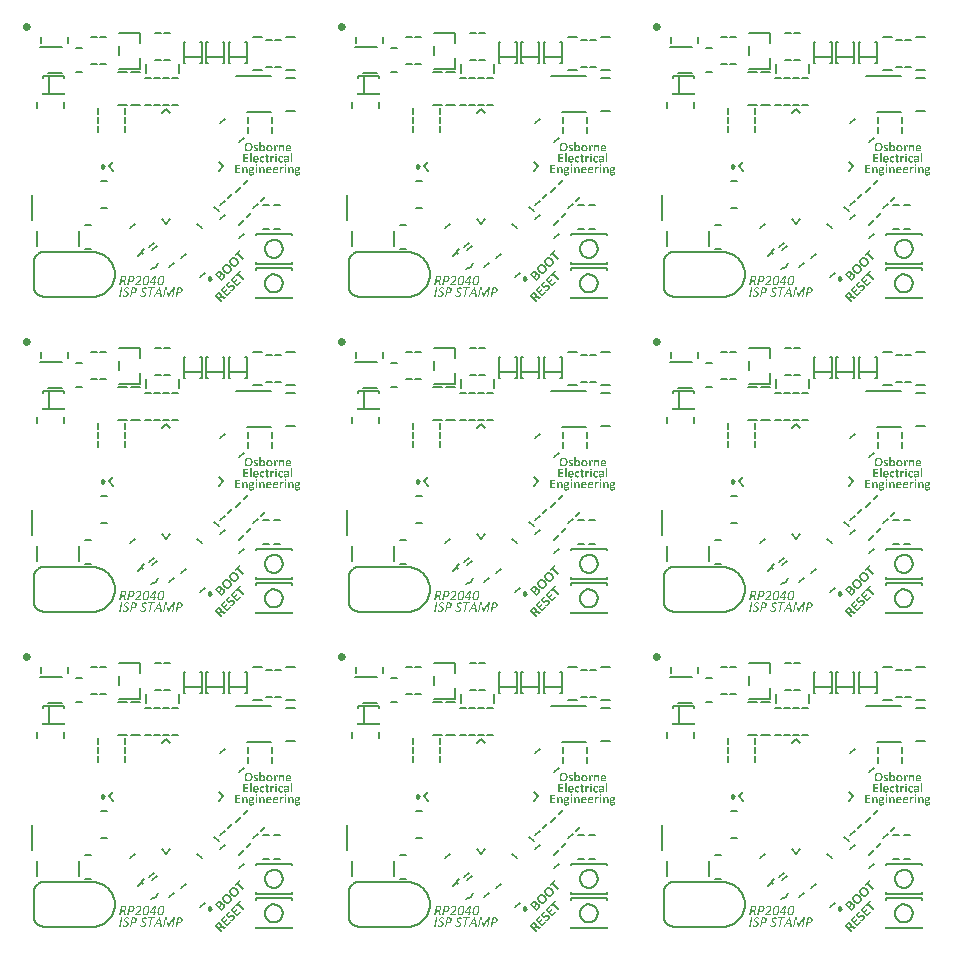
<source format=gto>
G04*
G04 #@! TF.GenerationSoftware,Altium Limited,Altium Designer,22.4.2 (48)*
G04*
G04 Layer_Color=65535*
%FSLAX25Y25*%
%MOIN*%
G70*
G04*
G04 #@! TF.SameCoordinates,F7A32F1D-F3F7-4B4C-9B7F-94E23BE0E7E2*
G04*
G04*
G04 #@! TF.FilePolarity,Positive*
G04*
G01*
G75*
%ADD34C,0.02000*%
%ADD35C,0.01000*%
%ADD38C,0.00600*%
G36*
X316297Y284672D02*
X316343Y284667D01*
X316399Y284662D01*
X316455Y284651D01*
X316511Y284631D01*
X316567Y284611D01*
X316572Y284606D01*
X316593Y284600D01*
X316613Y284585D01*
X316649Y284565D01*
X316679Y284539D01*
X316720Y284504D01*
X316756Y284468D01*
X316786Y284427D01*
X316791Y284422D01*
X316801Y284407D01*
X316817Y284382D01*
X316832Y284351D01*
X316852Y284315D01*
X316873Y284269D01*
X316893Y284219D01*
X316908Y284163D01*
Y284158D01*
X316913Y284137D01*
X316923Y284102D01*
X316929Y284061D01*
X316939Y284005D01*
X316944Y283944D01*
X316949Y283873D01*
Y283796D01*
Y282585D01*
Y282580D01*
Y282570D01*
X316944Y282559D01*
X316934Y282544D01*
X316929D01*
X316923Y282534D01*
X316908Y282529D01*
X316888Y282519D01*
X316883D01*
X316867Y282513D01*
X316837D01*
X316801Y282508D01*
X316791D01*
X316766Y282503D01*
X316725Y282498D01*
X316628D01*
X316582Y282503D01*
X316537Y282508D01*
X316526D01*
X316506Y282513D01*
X316481D01*
X316455Y282519D01*
X316450D01*
X316440Y282524D01*
X316425Y282534D01*
X316409Y282544D01*
Y282549D01*
X316404Y282554D01*
X316399Y282585D01*
Y283705D01*
Y283710D01*
Y283730D01*
Y283755D01*
X316394Y283786D01*
X316389Y283857D01*
X316384Y283898D01*
X316374Y283928D01*
Y283934D01*
X316369Y283944D01*
X316364Y283959D01*
X316358Y283974D01*
X316338Y284020D01*
X316313Y284066D01*
Y284071D01*
X316308Y284076D01*
X316287Y284102D01*
X316257Y284132D01*
X316211Y284158D01*
X316206D01*
X316201Y284163D01*
X316170Y284178D01*
X316124Y284188D01*
X316068Y284193D01*
X316048D01*
X316028Y284188D01*
X316002Y284183D01*
X315967Y284173D01*
X315931Y284158D01*
X315890Y284137D01*
X315849Y284112D01*
X315844Y284107D01*
X315829Y284097D01*
X315809Y284081D01*
X315783Y284056D01*
X315748Y284025D01*
X315712Y283984D01*
X315671Y283939D01*
X315631Y283888D01*
Y282585D01*
Y282580D01*
Y282570D01*
X315626Y282559D01*
X315615Y282544D01*
X315610D01*
X315605Y282534D01*
X315590Y282529D01*
X315569Y282519D01*
X315564D01*
X315549Y282513D01*
X315519D01*
X315483Y282508D01*
X315473D01*
X315447Y282503D01*
X315407Y282498D01*
X315305D01*
X315259Y282503D01*
X315213Y282508D01*
X315203D01*
X315183Y282513D01*
X315157D01*
X315132Y282519D01*
X315127D01*
X315117Y282524D01*
X315101Y282534D01*
X315086Y282544D01*
Y282549D01*
X315081Y282554D01*
X315076Y282585D01*
Y284544D01*
Y284549D01*
Y284560D01*
X315086Y284585D01*
Y284590D01*
X315096Y284595D01*
X315106Y284600D01*
X315122Y284611D01*
X315127D01*
X315142Y284616D01*
X315167Y284621D01*
X315198Y284626D01*
X315208D01*
X315229Y284631D01*
X315264Y284636D01*
X315351D01*
X315391Y284631D01*
X315427Y284626D01*
X315437D01*
X315452Y284621D01*
X315478Y284616D01*
X315498Y284611D01*
X315503D01*
X315513Y284606D01*
X315524Y284595D01*
X315534Y284585D01*
X315539Y284580D01*
X315544Y284575D01*
X315549Y284560D01*
Y284544D01*
Y284320D01*
X315554Y284331D01*
X315575Y284351D01*
X315610Y284382D01*
X315651Y284422D01*
X315697Y284463D01*
X315753Y284509D01*
X315814Y284549D01*
X315875Y284585D01*
X315885Y284590D01*
X315905Y284600D01*
X315941Y284616D01*
X315982Y284631D01*
X316038Y284646D01*
X316094Y284662D01*
X316160Y284672D01*
X316226Y284677D01*
X316262D01*
X316297Y284672D01*
D02*
G37*
G36*
X211297D02*
X211343Y284667D01*
X211399Y284662D01*
X211455Y284651D01*
X211511Y284631D01*
X211567Y284611D01*
X211572Y284606D01*
X211593Y284600D01*
X211613Y284585D01*
X211649Y284565D01*
X211679Y284539D01*
X211720Y284504D01*
X211755Y284468D01*
X211786Y284427D01*
X211791Y284422D01*
X211801Y284407D01*
X211817Y284382D01*
X211832Y284351D01*
X211852Y284315D01*
X211873Y284269D01*
X211893Y284219D01*
X211908Y284163D01*
Y284158D01*
X211913Y284137D01*
X211923Y284102D01*
X211929Y284061D01*
X211939Y284005D01*
X211944Y283944D01*
X211949Y283873D01*
Y283796D01*
Y282585D01*
Y282580D01*
Y282570D01*
X211944Y282559D01*
X211934Y282544D01*
X211929D01*
X211923Y282534D01*
X211908Y282529D01*
X211888Y282519D01*
X211883D01*
X211867Y282513D01*
X211837D01*
X211801Y282508D01*
X211791D01*
X211766Y282503D01*
X211725Y282498D01*
X211628D01*
X211582Y282503D01*
X211537Y282508D01*
X211526D01*
X211506Y282513D01*
X211481D01*
X211455Y282519D01*
X211450D01*
X211440Y282524D01*
X211425Y282534D01*
X211409Y282544D01*
Y282549D01*
X211404Y282554D01*
X211399Y282585D01*
Y283705D01*
Y283710D01*
Y283730D01*
Y283755D01*
X211394Y283786D01*
X211389Y283857D01*
X211384Y283898D01*
X211374Y283928D01*
Y283934D01*
X211369Y283944D01*
X211364Y283959D01*
X211358Y283974D01*
X211338Y284020D01*
X211313Y284066D01*
Y284071D01*
X211308Y284076D01*
X211287Y284102D01*
X211257Y284132D01*
X211211Y284158D01*
X211206D01*
X211201Y284163D01*
X211170Y284178D01*
X211124Y284188D01*
X211068Y284193D01*
X211048D01*
X211028Y284188D01*
X211002Y284183D01*
X210966Y284173D01*
X210931Y284158D01*
X210890Y284137D01*
X210849Y284112D01*
X210844Y284107D01*
X210829Y284097D01*
X210809Y284081D01*
X210783Y284056D01*
X210748Y284025D01*
X210712Y283984D01*
X210671Y283939D01*
X210631Y283888D01*
Y282585D01*
Y282580D01*
Y282570D01*
X210626Y282559D01*
X210615Y282544D01*
X210610D01*
X210605Y282534D01*
X210590Y282529D01*
X210570Y282519D01*
X210564D01*
X210549Y282513D01*
X210519D01*
X210483Y282508D01*
X210473D01*
X210447Y282503D01*
X210407Y282498D01*
X210305D01*
X210259Y282503D01*
X210213Y282508D01*
X210203D01*
X210183Y282513D01*
X210157D01*
X210132Y282519D01*
X210127D01*
X210117Y282524D01*
X210101Y282534D01*
X210086Y282544D01*
Y282549D01*
X210081Y282554D01*
X210076Y282585D01*
Y284544D01*
Y284549D01*
Y284560D01*
X210086Y284585D01*
Y284590D01*
X210096Y284595D01*
X210106Y284600D01*
X210122Y284611D01*
X210127D01*
X210142Y284616D01*
X210167Y284621D01*
X210198Y284626D01*
X210208D01*
X210228Y284631D01*
X210264Y284636D01*
X210351D01*
X210391Y284631D01*
X210427Y284626D01*
X210437D01*
X210452Y284621D01*
X210478Y284616D01*
X210498Y284611D01*
X210503D01*
X210513Y284606D01*
X210524Y284595D01*
X210534Y284585D01*
X210539Y284580D01*
X210544Y284575D01*
X210549Y284560D01*
Y284544D01*
Y284320D01*
X210554Y284331D01*
X210575Y284351D01*
X210610Y284382D01*
X210651Y284422D01*
X210697Y284463D01*
X210753Y284509D01*
X210814Y284549D01*
X210875Y284585D01*
X210885Y284590D01*
X210905Y284600D01*
X210941Y284616D01*
X210982Y284631D01*
X211038Y284646D01*
X211094Y284662D01*
X211160Y284672D01*
X211226Y284677D01*
X211262D01*
X211297Y284672D01*
D02*
G37*
G36*
X106297D02*
X106343Y284667D01*
X106399Y284662D01*
X106455Y284651D01*
X106511Y284631D01*
X106567Y284611D01*
X106572Y284606D01*
X106593Y284600D01*
X106613Y284585D01*
X106649Y284565D01*
X106679Y284539D01*
X106720Y284504D01*
X106755Y284468D01*
X106786Y284427D01*
X106791Y284422D01*
X106801Y284407D01*
X106816Y284382D01*
X106832Y284351D01*
X106852Y284315D01*
X106872Y284269D01*
X106893Y284219D01*
X106908Y284163D01*
Y284158D01*
X106913Y284137D01*
X106923Y284102D01*
X106929Y284061D01*
X106939Y284005D01*
X106944Y283944D01*
X106949Y283873D01*
Y283796D01*
Y282585D01*
Y282580D01*
Y282570D01*
X106944Y282559D01*
X106934Y282544D01*
X106929D01*
X106923Y282534D01*
X106908Y282529D01*
X106888Y282519D01*
X106883D01*
X106867Y282513D01*
X106837D01*
X106801Y282508D01*
X106791D01*
X106766Y282503D01*
X106725Y282498D01*
X106628D01*
X106582Y282503D01*
X106537Y282508D01*
X106526D01*
X106506Y282513D01*
X106481D01*
X106455Y282519D01*
X106450D01*
X106440Y282524D01*
X106425Y282534D01*
X106409Y282544D01*
Y282549D01*
X106404Y282554D01*
X106399Y282585D01*
Y283705D01*
Y283710D01*
Y283730D01*
Y283755D01*
X106394Y283786D01*
X106389Y283857D01*
X106384Y283898D01*
X106374Y283928D01*
Y283934D01*
X106369Y283944D01*
X106363Y283959D01*
X106358Y283974D01*
X106338Y284020D01*
X106313Y284066D01*
Y284071D01*
X106307Y284076D01*
X106287Y284102D01*
X106257Y284132D01*
X106211Y284158D01*
X106206D01*
X106201Y284163D01*
X106170Y284178D01*
X106124Y284188D01*
X106068Y284193D01*
X106048D01*
X106028Y284188D01*
X106002Y284183D01*
X105966Y284173D01*
X105931Y284158D01*
X105890Y284137D01*
X105849Y284112D01*
X105844Y284107D01*
X105829Y284097D01*
X105809Y284081D01*
X105783Y284056D01*
X105748Y284025D01*
X105712Y283984D01*
X105671Y283939D01*
X105631Y283888D01*
Y282585D01*
Y282580D01*
Y282570D01*
X105625Y282559D01*
X105615Y282544D01*
X105610D01*
X105605Y282534D01*
X105590Y282529D01*
X105570Y282519D01*
X105564D01*
X105549Y282513D01*
X105519D01*
X105483Y282508D01*
X105473D01*
X105447Y282503D01*
X105407Y282498D01*
X105305D01*
X105259Y282503D01*
X105213Y282508D01*
X105203D01*
X105183Y282513D01*
X105157D01*
X105132Y282519D01*
X105127D01*
X105116Y282524D01*
X105101Y282534D01*
X105086Y282544D01*
Y282549D01*
X105081Y282554D01*
X105076Y282585D01*
Y284544D01*
Y284549D01*
Y284560D01*
X105086Y284585D01*
Y284590D01*
X105096Y284595D01*
X105106Y284600D01*
X105122Y284611D01*
X105127D01*
X105142Y284616D01*
X105167Y284621D01*
X105198Y284626D01*
X105208D01*
X105228Y284631D01*
X105264Y284636D01*
X105351D01*
X105391Y284631D01*
X105427Y284626D01*
X105437D01*
X105452Y284621D01*
X105478Y284616D01*
X105498Y284611D01*
X105503D01*
X105514Y284606D01*
X105524Y284595D01*
X105534Y284585D01*
X105539Y284580D01*
X105544Y284575D01*
X105549Y284560D01*
Y284544D01*
Y284320D01*
X105554Y284331D01*
X105575Y284351D01*
X105610Y284382D01*
X105651Y284422D01*
X105697Y284463D01*
X105753Y284509D01*
X105814Y284549D01*
X105875Y284585D01*
X105885Y284590D01*
X105905Y284600D01*
X105941Y284616D01*
X105982Y284631D01*
X106038Y284646D01*
X106094Y284662D01*
X106160Y284672D01*
X106226Y284677D01*
X106262D01*
X106297Y284672D01*
D02*
G37*
G36*
X314526D02*
X314531D01*
X314546Y284667D01*
X314572Y284662D01*
X314597Y284656D01*
X314602D01*
X314618Y284651D01*
X314658Y284641D01*
X314664D01*
X314674Y284636D01*
X314684Y284631D01*
X314694Y284621D01*
X314699D01*
X314704Y284616D01*
X314714Y284595D01*
X314720Y284585D01*
Y284575D01*
X314725Y284560D01*
Y284555D01*
X314730Y284544D01*
Y284524D01*
Y284493D01*
Y284483D01*
X314735Y284463D01*
Y284422D01*
Y284366D01*
Y284361D01*
Y284351D01*
Y284320D01*
Y284275D01*
X314730Y284234D01*
Y284229D01*
X314725Y284208D01*
X314720Y284183D01*
X314714Y284158D01*
Y284153D01*
X314709Y284142D01*
X314699Y284127D01*
X314689Y284117D01*
X314679Y284112D01*
X314669Y284107D01*
X314643D01*
X314613Y284112D01*
X314608D01*
X314597Y284117D01*
X314582Y284122D01*
X314562Y284127D01*
X314557D01*
X314546Y284132D01*
X314526Y284142D01*
X314501Y284147D01*
X314495D01*
X314480Y284153D01*
X314460Y284158D01*
X314404D01*
X314373Y284147D01*
X314338Y284137D01*
X314328Y284132D01*
X314307Y284122D01*
X314277Y284102D01*
X314241Y284076D01*
X314231Y284071D01*
X314211Y284046D01*
X314180Y284015D01*
X314139Y283969D01*
Y283964D01*
X314129Y283959D01*
X314119Y283944D01*
X314109Y283923D01*
X314073Y283873D01*
X314027Y283806D01*
Y282585D01*
Y282580D01*
Y282570D01*
X314022Y282559D01*
X314012Y282544D01*
X314007D01*
X314002Y282534D01*
X313986Y282529D01*
X313966Y282519D01*
X313961D01*
X313946Y282513D01*
X313915D01*
X313880Y282508D01*
X313870D01*
X313844Y282503D01*
X313803Y282498D01*
X313702D01*
X313656Y282503D01*
X313610Y282508D01*
X313600D01*
X313579Y282513D01*
X313554D01*
X313528Y282519D01*
X313523D01*
X313513Y282524D01*
X313498Y282534D01*
X313483Y282544D01*
Y282549D01*
X313477Y282554D01*
X313472Y282585D01*
Y284544D01*
Y284549D01*
Y284560D01*
X313483Y284585D01*
Y284590D01*
X313493Y284595D01*
X313503Y284600D01*
X313518Y284611D01*
X313523D01*
X313539Y284616D01*
X313564Y284621D01*
X313595Y284626D01*
X313605D01*
X313625Y284631D01*
X313661Y284636D01*
X313747D01*
X313788Y284631D01*
X313824Y284626D01*
X313834D01*
X313849Y284621D01*
X313875Y284616D01*
X313895Y284611D01*
X313900D01*
X313910Y284606D01*
X313920Y284595D01*
X313931Y284585D01*
X313936Y284580D01*
X313941Y284575D01*
X313946Y284560D01*
Y284544D01*
Y284300D01*
X313951Y284305D01*
X313961Y284320D01*
X313971Y284341D01*
X313992Y284366D01*
X314037Y284427D01*
X314088Y284483D01*
X314093Y284488D01*
X314099Y284493D01*
X314134Y284524D01*
X314175Y284560D01*
X314221Y284595D01*
X314226D01*
X314231Y284600D01*
X314261Y284621D01*
X314297Y284641D01*
X314343Y284656D01*
X314348D01*
X314353Y284662D01*
X314384Y284667D01*
X314419Y284672D01*
X314465Y284677D01*
X314506D01*
X314526Y284672D01*
D02*
G37*
G36*
X209526D02*
X209531D01*
X209546Y284667D01*
X209572Y284662D01*
X209597Y284656D01*
X209602D01*
X209618Y284651D01*
X209658Y284641D01*
X209664D01*
X209674Y284636D01*
X209684Y284631D01*
X209694Y284621D01*
X209699D01*
X209704Y284616D01*
X209714Y284595D01*
X209719Y284585D01*
Y284575D01*
X209724Y284560D01*
Y284555D01*
X209730Y284544D01*
Y284524D01*
Y284493D01*
Y284483D01*
X209735Y284463D01*
Y284422D01*
Y284366D01*
Y284361D01*
Y284351D01*
Y284320D01*
Y284275D01*
X209730Y284234D01*
Y284229D01*
X209724Y284208D01*
X209719Y284183D01*
X209714Y284158D01*
Y284153D01*
X209709Y284142D01*
X209699Y284127D01*
X209689Y284117D01*
X209679Y284112D01*
X209669Y284107D01*
X209643D01*
X209613Y284112D01*
X209608D01*
X209597Y284117D01*
X209582Y284122D01*
X209562Y284127D01*
X209557D01*
X209546Y284132D01*
X209526Y284142D01*
X209501Y284147D01*
X209495D01*
X209480Y284153D01*
X209460Y284158D01*
X209404D01*
X209373Y284147D01*
X209338Y284137D01*
X209328Y284132D01*
X209307Y284122D01*
X209277Y284102D01*
X209241Y284076D01*
X209231Y284071D01*
X209210Y284046D01*
X209180Y284015D01*
X209139Y283969D01*
Y283964D01*
X209129Y283959D01*
X209119Y283944D01*
X209109Y283923D01*
X209073Y283873D01*
X209027Y283806D01*
Y282585D01*
Y282580D01*
Y282570D01*
X209022Y282559D01*
X209012Y282544D01*
X209007D01*
X209002Y282534D01*
X208986Y282529D01*
X208966Y282519D01*
X208961D01*
X208946Y282513D01*
X208915D01*
X208880Y282508D01*
X208869D01*
X208844Y282503D01*
X208803Y282498D01*
X208701D01*
X208656Y282503D01*
X208610Y282508D01*
X208600D01*
X208579Y282513D01*
X208554D01*
X208528Y282519D01*
X208523D01*
X208513Y282524D01*
X208498Y282534D01*
X208483Y282544D01*
Y282549D01*
X208477Y282554D01*
X208472Y282585D01*
Y284544D01*
Y284549D01*
Y284560D01*
X208483Y284585D01*
Y284590D01*
X208493Y284595D01*
X208503Y284600D01*
X208518Y284611D01*
X208523D01*
X208539Y284616D01*
X208564Y284621D01*
X208595Y284626D01*
X208605D01*
X208625Y284631D01*
X208661Y284636D01*
X208747D01*
X208788Y284631D01*
X208824Y284626D01*
X208834D01*
X208849Y284621D01*
X208875Y284616D01*
X208895Y284611D01*
X208900D01*
X208910Y284606D01*
X208920Y284595D01*
X208930Y284585D01*
X208936Y284580D01*
X208941Y284575D01*
X208946Y284560D01*
Y284544D01*
Y284300D01*
X208951Y284305D01*
X208961Y284320D01*
X208971Y284341D01*
X208992Y284366D01*
X209037Y284427D01*
X209088Y284483D01*
X209093Y284488D01*
X209099Y284493D01*
X209134Y284524D01*
X209175Y284560D01*
X209221Y284595D01*
X209226D01*
X209231Y284600D01*
X209261Y284621D01*
X209297Y284641D01*
X209343Y284656D01*
X209348D01*
X209353Y284662D01*
X209384Y284667D01*
X209419Y284672D01*
X209465Y284677D01*
X209506D01*
X209526Y284672D01*
D02*
G37*
G36*
X104526D02*
X104531D01*
X104546Y284667D01*
X104572Y284662D01*
X104597Y284656D01*
X104602D01*
X104618Y284651D01*
X104658Y284641D01*
X104663D01*
X104674Y284636D01*
X104684Y284631D01*
X104694Y284621D01*
X104699D01*
X104704Y284616D01*
X104714Y284595D01*
X104719Y284585D01*
Y284575D01*
X104725Y284560D01*
Y284555D01*
X104730Y284544D01*
Y284524D01*
Y284493D01*
Y284483D01*
X104735Y284463D01*
Y284422D01*
Y284366D01*
Y284361D01*
Y284351D01*
Y284320D01*
Y284275D01*
X104730Y284234D01*
Y284229D01*
X104725Y284208D01*
X104719Y284183D01*
X104714Y284158D01*
Y284153D01*
X104709Y284142D01*
X104699Y284127D01*
X104689Y284117D01*
X104679Y284112D01*
X104668Y284107D01*
X104643D01*
X104613Y284112D01*
X104607D01*
X104597Y284117D01*
X104582Y284122D01*
X104562Y284127D01*
X104557D01*
X104546Y284132D01*
X104526Y284142D01*
X104501Y284147D01*
X104496D01*
X104480Y284153D01*
X104460Y284158D01*
X104404D01*
X104373Y284147D01*
X104338Y284137D01*
X104327Y284132D01*
X104307Y284122D01*
X104277Y284102D01*
X104241Y284076D01*
X104231Y284071D01*
X104210Y284046D01*
X104180Y284015D01*
X104139Y283969D01*
Y283964D01*
X104129Y283959D01*
X104119Y283944D01*
X104109Y283923D01*
X104073Y283873D01*
X104027Y283806D01*
Y282585D01*
Y282580D01*
Y282570D01*
X104022Y282559D01*
X104012Y282544D01*
X104007D01*
X104002Y282534D01*
X103987Y282529D01*
X103966Y282519D01*
X103961D01*
X103946Y282513D01*
X103915D01*
X103880Y282508D01*
X103869D01*
X103844Y282503D01*
X103803Y282498D01*
X103701D01*
X103656Y282503D01*
X103610Y282508D01*
X103600D01*
X103579Y282513D01*
X103554D01*
X103528Y282519D01*
X103523D01*
X103513Y282524D01*
X103498Y282534D01*
X103483Y282544D01*
Y282549D01*
X103478Y282554D01*
X103472Y282585D01*
Y284544D01*
Y284549D01*
Y284560D01*
X103483Y284585D01*
Y284590D01*
X103493Y284595D01*
X103503Y284600D01*
X103518Y284611D01*
X103523D01*
X103539Y284616D01*
X103564Y284621D01*
X103595Y284626D01*
X103605D01*
X103625Y284631D01*
X103661Y284636D01*
X103747D01*
X103788Y284631D01*
X103824Y284626D01*
X103834D01*
X103849Y284621D01*
X103875Y284616D01*
X103895Y284611D01*
X103900D01*
X103910Y284606D01*
X103920Y284595D01*
X103930Y284585D01*
X103936Y284580D01*
X103941Y284575D01*
X103946Y284560D01*
Y284544D01*
Y284300D01*
X103951Y284305D01*
X103961Y284320D01*
X103971Y284341D01*
X103992Y284366D01*
X104037Y284427D01*
X104088Y284483D01*
X104093Y284488D01*
X104098Y284493D01*
X104134Y284524D01*
X104175Y284560D01*
X104221Y284595D01*
X104226D01*
X104231Y284600D01*
X104261Y284621D01*
X104297Y284641D01*
X104343Y284656D01*
X104348D01*
X104353Y284662D01*
X104384Y284667D01*
X104419Y284672D01*
X104465Y284677D01*
X104506D01*
X104526Y284672D01*
D02*
G37*
G36*
X307639D02*
X307705Y284662D01*
X307721D01*
X307736Y284656D01*
X307756Y284651D01*
X307807Y284641D01*
X307863Y284626D01*
X307868D01*
X307873Y284621D01*
X307904Y284611D01*
X307945Y284600D01*
X307980Y284580D01*
X307991Y284575D01*
X308011Y284570D01*
X308031Y284555D01*
X308052Y284544D01*
X308057D01*
X308062Y284534D01*
X308072Y284524D01*
X308077Y284509D01*
Y284504D01*
X308082Y284499D01*
X308092Y284468D01*
Y284463D01*
X308097Y284453D01*
Y284437D01*
X308102Y284412D01*
Y284407D01*
X308108Y284392D01*
Y284366D01*
Y284331D01*
Y284320D01*
Y284295D01*
Y284264D01*
X308102Y284229D01*
Y284224D01*
X308097Y284208D01*
X308092Y284188D01*
X308087Y284173D01*
Y284168D01*
X308082Y284163D01*
X308067Y284142D01*
X308062D01*
X308041Y284137D01*
X308036D01*
X308026Y284142D01*
X308006Y284147D01*
X307975Y284158D01*
X307970Y284163D01*
X307950Y284173D01*
X307914Y284188D01*
X307873Y284208D01*
X307868D01*
X307863Y284214D01*
X307833Y284224D01*
X307787Y284239D01*
X307726Y284259D01*
X307721D01*
X307711Y284264D01*
X307695Y284269D01*
X307675Y284275D01*
X307614Y284280D01*
X307543Y284285D01*
X307497D01*
X307456Y284275D01*
X307410Y284264D01*
X307400Y284259D01*
X307380Y284254D01*
X307349Y284239D01*
X307319Y284219D01*
X307313Y284214D01*
X307298Y284203D01*
X307283Y284178D01*
X307268Y284153D01*
Y284147D01*
X307263Y284127D01*
X307258Y284102D01*
X307252Y284071D01*
Y284066D01*
Y284061D01*
X307258Y284030D01*
X307268Y283995D01*
X307293Y283959D01*
X307298Y283954D01*
X307324Y283934D01*
X307354Y283903D01*
X307400Y283878D01*
X307405D01*
X307410Y283873D01*
X307425Y283867D01*
X307446Y283857D01*
X307497Y283837D01*
X307558Y283811D01*
X307563D01*
X307573Y283806D01*
X307588Y283801D01*
X307614Y283791D01*
X307670Y283771D01*
X307731Y283745D01*
X307736D01*
X307746Y283740D01*
X307767Y283730D01*
X307787Y283720D01*
X307843Y283694D01*
X307909Y283659D01*
X307914D01*
X307924Y283649D01*
X307940Y283638D01*
X307960Y283628D01*
X308011Y283593D01*
X308062Y283542D01*
X308067Y283537D01*
X308072Y283531D01*
X308087Y283516D01*
X308102Y283496D01*
X308138Y283440D01*
X308174Y283369D01*
Y283364D01*
X308179Y283353D01*
X308189Y283333D01*
X308199Y283302D01*
X308204Y283272D01*
X308214Y283231D01*
X308220Y283140D01*
Y283135D01*
Y283109D01*
X308214Y283079D01*
X308209Y283038D01*
X308204Y282992D01*
X308194Y282946D01*
X308174Y282895D01*
X308153Y282844D01*
X308148Y282839D01*
X308143Y282824D01*
X308128Y282799D01*
X308108Y282768D01*
X308082Y282737D01*
X308052Y282702D01*
X308016Y282666D01*
X307975Y282631D01*
X307970Y282626D01*
X307955Y282615D01*
X307929Y282600D01*
X307899Y282585D01*
X307858Y282559D01*
X307812Y282539D01*
X307762Y282519D01*
X307705Y282503D01*
X307700D01*
X307680Y282498D01*
X307649Y282493D01*
X307609Y282483D01*
X307558Y282478D01*
X307502Y282468D01*
X307436Y282463D01*
X307329D01*
X307303Y282468D01*
X307232Y282473D01*
X307156Y282483D01*
X307151D01*
X307140Y282488D01*
X307120D01*
X307100Y282493D01*
X307039Y282503D01*
X306978Y282519D01*
X306973D01*
X306967Y282524D01*
X306932Y282534D01*
X306891Y282549D01*
X306845Y282570D01*
X306835Y282575D01*
X306815Y282585D01*
X306789Y282600D01*
X306769Y282620D01*
X306764Y282626D01*
X306759Y282641D01*
X306743Y282661D01*
X306733Y282692D01*
Y282702D01*
X306728Y282727D01*
X306723Y282773D01*
Y282839D01*
Y282844D01*
Y282849D01*
Y282875D01*
Y282905D01*
Y282936D01*
Y282941D01*
X306728Y282961D01*
X306733Y282977D01*
X306738Y282997D01*
Y283002D01*
X306743Y283012D01*
X306754Y283022D01*
X306759Y283033D01*
X306764D01*
X306769Y283038D01*
X306794Y283043D01*
X306799D01*
X306810Y283038D01*
X306830Y283033D01*
X306860Y283012D01*
X306871Y283007D01*
X306896Y282997D01*
X306932Y282977D01*
X306983Y282951D01*
X306988D01*
X306998Y282946D01*
X307008Y282941D01*
X307029Y282931D01*
X307079Y282910D01*
X307146Y282890D01*
X307151D01*
X307161Y282885D01*
X307181Y282880D01*
X307207D01*
X307237Y282875D01*
X307273Y282870D01*
X307359Y282865D01*
X307400D01*
X307441Y282870D01*
X307487Y282880D01*
X307492D01*
X307497Y282885D01*
X307522Y282890D01*
X307558Y282905D01*
X307588Y282921D01*
X307599Y282926D01*
X307614Y282941D01*
X307634Y282961D01*
X307655Y282992D01*
X307660Y283002D01*
X307670Y283022D01*
X307675Y283053D01*
X307680Y283094D01*
Y283099D01*
Y283104D01*
X307675Y283135D01*
X307665Y283170D01*
X307639Y283206D01*
X307634Y283216D01*
X307609Y283236D01*
X307573Y283262D01*
X307527Y283292D01*
X307522D01*
X307517Y283297D01*
X307502Y283308D01*
X307482Y283313D01*
X307436Y283333D01*
X307375Y283358D01*
X307369D01*
X307359Y283364D01*
X307344Y283369D01*
X307324Y283379D01*
X307268Y283399D01*
X307202Y283425D01*
X307196D01*
X307186Y283430D01*
X307171Y283440D01*
X307146Y283450D01*
X307095Y283481D01*
X307029Y283511D01*
X307023D01*
X307013Y283521D01*
X306998Y283531D01*
X306978Y283547D01*
X306932Y283582D01*
X306876Y283628D01*
X306871Y283633D01*
X306866Y283644D01*
X306850Y283654D01*
X306840Y283674D01*
X306804Y283730D01*
X306769Y283796D01*
Y283801D01*
X306764Y283817D01*
X306759Y283837D01*
X306754Y283867D01*
X306743Y283903D01*
X306738Y283944D01*
X306733Y283990D01*
Y284040D01*
Y284046D01*
Y284066D01*
X306738Y284091D01*
Y284122D01*
X306743Y284163D01*
X306754Y284208D01*
X306784Y284295D01*
X306789Y284300D01*
X306794Y284315D01*
X306810Y284336D01*
X306825Y284366D01*
X306876Y284427D01*
X306942Y284493D01*
X306947Y284499D01*
X306962Y284509D01*
X306983Y284524D01*
X307013Y284544D01*
X307049Y284565D01*
X307095Y284585D01*
X307146Y284606D01*
X307196Y284626D01*
X307202D01*
X307222Y284636D01*
X307252Y284641D01*
X307293Y284651D01*
X307344Y284662D01*
X307400Y284667D01*
X307461Y284677D01*
X307583D01*
X307639Y284672D01*
D02*
G37*
G36*
X202639D02*
X202705Y284662D01*
X202721D01*
X202736Y284656D01*
X202756Y284651D01*
X202807Y284641D01*
X202863Y284626D01*
X202868D01*
X202873Y284621D01*
X202904Y284611D01*
X202945Y284600D01*
X202980Y284580D01*
X202991Y284575D01*
X203011Y284570D01*
X203031Y284555D01*
X203052Y284544D01*
X203057D01*
X203062Y284534D01*
X203072Y284524D01*
X203077Y284509D01*
Y284504D01*
X203082Y284499D01*
X203092Y284468D01*
Y284463D01*
X203097Y284453D01*
Y284437D01*
X203102Y284412D01*
Y284407D01*
X203108Y284392D01*
Y284366D01*
Y284331D01*
Y284320D01*
Y284295D01*
Y284264D01*
X203102Y284229D01*
Y284224D01*
X203097Y284208D01*
X203092Y284188D01*
X203087Y284173D01*
Y284168D01*
X203082Y284163D01*
X203067Y284142D01*
X203062D01*
X203041Y284137D01*
X203036D01*
X203026Y284142D01*
X203006Y284147D01*
X202975Y284158D01*
X202970Y284163D01*
X202950Y284173D01*
X202914Y284188D01*
X202873Y284208D01*
X202868D01*
X202863Y284214D01*
X202833Y284224D01*
X202787Y284239D01*
X202726Y284259D01*
X202721D01*
X202711Y284264D01*
X202695Y284269D01*
X202675Y284275D01*
X202614Y284280D01*
X202543Y284285D01*
X202497D01*
X202456Y284275D01*
X202410Y284264D01*
X202400Y284259D01*
X202380Y284254D01*
X202349Y284239D01*
X202319Y284219D01*
X202313Y284214D01*
X202298Y284203D01*
X202283Y284178D01*
X202268Y284153D01*
Y284147D01*
X202263Y284127D01*
X202257Y284102D01*
X202252Y284071D01*
Y284066D01*
Y284061D01*
X202257Y284030D01*
X202268Y283995D01*
X202293Y283959D01*
X202298Y283954D01*
X202324Y283934D01*
X202354Y283903D01*
X202400Y283878D01*
X202405D01*
X202410Y283873D01*
X202426Y283867D01*
X202446Y283857D01*
X202497Y283837D01*
X202558Y283811D01*
X202563D01*
X202573Y283806D01*
X202588Y283801D01*
X202614Y283791D01*
X202670Y283771D01*
X202731Y283745D01*
X202736D01*
X202746Y283740D01*
X202766Y283730D01*
X202787Y283720D01*
X202843Y283694D01*
X202909Y283659D01*
X202914D01*
X202924Y283649D01*
X202940Y283638D01*
X202960Y283628D01*
X203011Y283593D01*
X203062Y283542D01*
X203067Y283537D01*
X203072Y283531D01*
X203087Y283516D01*
X203102Y283496D01*
X203138Y283440D01*
X203174Y283369D01*
Y283364D01*
X203179Y283353D01*
X203189Y283333D01*
X203199Y283302D01*
X203204Y283272D01*
X203214Y283231D01*
X203220Y283140D01*
Y283135D01*
Y283109D01*
X203214Y283079D01*
X203209Y283038D01*
X203204Y282992D01*
X203194Y282946D01*
X203174Y282895D01*
X203153Y282844D01*
X203148Y282839D01*
X203143Y282824D01*
X203128Y282799D01*
X203108Y282768D01*
X203082Y282737D01*
X203052Y282702D01*
X203016Y282666D01*
X202975Y282631D01*
X202970Y282626D01*
X202955Y282615D01*
X202929Y282600D01*
X202899Y282585D01*
X202858Y282559D01*
X202812Y282539D01*
X202761Y282519D01*
X202705Y282503D01*
X202700D01*
X202680Y282498D01*
X202649Y282493D01*
X202609Y282483D01*
X202558Y282478D01*
X202502Y282468D01*
X202436Y282463D01*
X202329D01*
X202303Y282468D01*
X202232Y282473D01*
X202156Y282483D01*
X202151D01*
X202140Y282488D01*
X202120D01*
X202100Y282493D01*
X202039Y282503D01*
X201978Y282519D01*
X201973D01*
X201967Y282524D01*
X201932Y282534D01*
X201891Y282549D01*
X201845Y282570D01*
X201835Y282575D01*
X201815Y282585D01*
X201789Y282600D01*
X201769Y282620D01*
X201764Y282626D01*
X201759Y282641D01*
X201743Y282661D01*
X201733Y282692D01*
Y282702D01*
X201728Y282727D01*
X201723Y282773D01*
Y282839D01*
Y282844D01*
Y282849D01*
Y282875D01*
Y282905D01*
Y282936D01*
Y282941D01*
X201728Y282961D01*
X201733Y282977D01*
X201738Y282997D01*
Y283002D01*
X201743Y283012D01*
X201754Y283022D01*
X201759Y283033D01*
X201764D01*
X201769Y283038D01*
X201794Y283043D01*
X201799D01*
X201810Y283038D01*
X201830Y283033D01*
X201860Y283012D01*
X201871Y283007D01*
X201896Y282997D01*
X201932Y282977D01*
X201983Y282951D01*
X201988D01*
X201998Y282946D01*
X202008Y282941D01*
X202028Y282931D01*
X202079Y282910D01*
X202146Y282890D01*
X202151D01*
X202161Y282885D01*
X202181Y282880D01*
X202207D01*
X202237Y282875D01*
X202273Y282870D01*
X202359Y282865D01*
X202400D01*
X202441Y282870D01*
X202487Y282880D01*
X202492D01*
X202497Y282885D01*
X202522Y282890D01*
X202558Y282905D01*
X202588Y282921D01*
X202599Y282926D01*
X202614Y282941D01*
X202634Y282961D01*
X202655Y282992D01*
X202660Y283002D01*
X202670Y283022D01*
X202675Y283053D01*
X202680Y283094D01*
Y283099D01*
Y283104D01*
X202675Y283135D01*
X202665Y283170D01*
X202639Y283206D01*
X202634Y283216D01*
X202609Y283236D01*
X202573Y283262D01*
X202527Y283292D01*
X202522D01*
X202517Y283297D01*
X202502Y283308D01*
X202482Y283313D01*
X202436Y283333D01*
X202375Y283358D01*
X202369D01*
X202359Y283364D01*
X202344Y283369D01*
X202324Y283379D01*
X202268Y283399D01*
X202202Y283425D01*
X202196D01*
X202186Y283430D01*
X202171Y283440D01*
X202146Y283450D01*
X202095Y283481D01*
X202028Y283511D01*
X202023D01*
X202013Y283521D01*
X201998Y283531D01*
X201978Y283547D01*
X201932Y283582D01*
X201876Y283628D01*
X201871Y283633D01*
X201866Y283644D01*
X201850Y283654D01*
X201840Y283674D01*
X201804Y283730D01*
X201769Y283796D01*
Y283801D01*
X201764Y283817D01*
X201759Y283837D01*
X201754Y283867D01*
X201743Y283903D01*
X201738Y283944D01*
X201733Y283990D01*
Y284040D01*
Y284046D01*
Y284066D01*
X201738Y284091D01*
Y284122D01*
X201743Y284163D01*
X201754Y284208D01*
X201784Y284295D01*
X201789Y284300D01*
X201794Y284315D01*
X201810Y284336D01*
X201825Y284366D01*
X201876Y284427D01*
X201942Y284493D01*
X201947Y284499D01*
X201962Y284509D01*
X201983Y284524D01*
X202013Y284544D01*
X202049Y284565D01*
X202095Y284585D01*
X202146Y284606D01*
X202196Y284626D01*
X202202D01*
X202222Y284636D01*
X202252Y284641D01*
X202293Y284651D01*
X202344Y284662D01*
X202400Y284667D01*
X202461Y284677D01*
X202583D01*
X202639Y284672D01*
D02*
G37*
G36*
X97639D02*
X97705Y284662D01*
X97721D01*
X97736Y284656D01*
X97756Y284651D01*
X97807Y284641D01*
X97863Y284626D01*
X97868D01*
X97873Y284621D01*
X97904Y284611D01*
X97945Y284600D01*
X97980Y284580D01*
X97991Y284575D01*
X98011Y284570D01*
X98031Y284555D01*
X98052Y284544D01*
X98057D01*
X98062Y284534D01*
X98072Y284524D01*
X98077Y284509D01*
Y284504D01*
X98082Y284499D01*
X98092Y284468D01*
Y284463D01*
X98097Y284453D01*
Y284437D01*
X98102Y284412D01*
Y284407D01*
X98107Y284392D01*
Y284366D01*
Y284331D01*
Y284320D01*
Y284295D01*
Y284264D01*
X98102Y284229D01*
Y284224D01*
X98097Y284208D01*
X98092Y284188D01*
X98087Y284173D01*
Y284168D01*
X98082Y284163D01*
X98067Y284142D01*
X98062D01*
X98041Y284137D01*
X98036D01*
X98026Y284142D01*
X98006Y284147D01*
X97975Y284158D01*
X97970Y284163D01*
X97950Y284173D01*
X97914Y284188D01*
X97873Y284208D01*
X97868D01*
X97863Y284214D01*
X97833Y284224D01*
X97787Y284239D01*
X97726Y284259D01*
X97721D01*
X97711Y284264D01*
X97695Y284269D01*
X97675Y284275D01*
X97614Y284280D01*
X97543Y284285D01*
X97497D01*
X97456Y284275D01*
X97410Y284264D01*
X97400Y284259D01*
X97380Y284254D01*
X97349Y284239D01*
X97319Y284219D01*
X97313Y284214D01*
X97298Y284203D01*
X97283Y284178D01*
X97268Y284153D01*
Y284147D01*
X97263Y284127D01*
X97258Y284102D01*
X97252Y284071D01*
Y284066D01*
Y284061D01*
X97258Y284030D01*
X97268Y283995D01*
X97293Y283959D01*
X97298Y283954D01*
X97324Y283934D01*
X97354Y283903D01*
X97400Y283878D01*
X97405D01*
X97410Y283873D01*
X97426Y283867D01*
X97446Y283857D01*
X97497Y283837D01*
X97558Y283811D01*
X97563D01*
X97573Y283806D01*
X97588Y283801D01*
X97614Y283791D01*
X97670Y283771D01*
X97731Y283745D01*
X97736D01*
X97746Y283740D01*
X97767Y283730D01*
X97787Y283720D01*
X97843Y283694D01*
X97909Y283659D01*
X97914D01*
X97924Y283649D01*
X97940Y283638D01*
X97960Y283628D01*
X98011Y283593D01*
X98062Y283542D01*
X98067Y283537D01*
X98072Y283531D01*
X98087Y283516D01*
X98102Y283496D01*
X98138Y283440D01*
X98174Y283369D01*
Y283364D01*
X98179Y283353D01*
X98189Y283333D01*
X98199Y283302D01*
X98204Y283272D01*
X98214Y283231D01*
X98220Y283140D01*
Y283135D01*
Y283109D01*
X98214Y283079D01*
X98209Y283038D01*
X98204Y282992D01*
X98194Y282946D01*
X98174Y282895D01*
X98153Y282844D01*
X98148Y282839D01*
X98143Y282824D01*
X98128Y282799D01*
X98107Y282768D01*
X98082Y282737D01*
X98052Y282702D01*
X98016Y282666D01*
X97975Y282631D01*
X97970Y282626D01*
X97955Y282615D01*
X97929Y282600D01*
X97899Y282585D01*
X97858Y282559D01*
X97812Y282539D01*
X97761Y282519D01*
X97705Y282503D01*
X97700D01*
X97680Y282498D01*
X97649Y282493D01*
X97609Y282483D01*
X97558Y282478D01*
X97502Y282468D01*
X97436Y282463D01*
X97329D01*
X97303Y282468D01*
X97232Y282473D01*
X97156Y282483D01*
X97151D01*
X97140Y282488D01*
X97120D01*
X97100Y282493D01*
X97039Y282503D01*
X96978Y282519D01*
X96973D01*
X96967Y282524D01*
X96932Y282534D01*
X96891Y282549D01*
X96845Y282570D01*
X96835Y282575D01*
X96815Y282585D01*
X96789Y282600D01*
X96769Y282620D01*
X96764Y282626D01*
X96759Y282641D01*
X96743Y282661D01*
X96733Y282692D01*
Y282702D01*
X96728Y282727D01*
X96723Y282773D01*
Y282839D01*
Y282844D01*
Y282849D01*
Y282875D01*
Y282905D01*
Y282936D01*
Y282941D01*
X96728Y282961D01*
X96733Y282977D01*
X96738Y282997D01*
Y283002D01*
X96743Y283012D01*
X96754Y283022D01*
X96759Y283033D01*
X96764D01*
X96769Y283038D01*
X96794Y283043D01*
X96799D01*
X96810Y283038D01*
X96830Y283033D01*
X96860Y283012D01*
X96871Y283007D01*
X96896Y282997D01*
X96932Y282977D01*
X96983Y282951D01*
X96988D01*
X96998Y282946D01*
X97008Y282941D01*
X97028Y282931D01*
X97079Y282910D01*
X97145Y282890D01*
X97151D01*
X97161Y282885D01*
X97181Y282880D01*
X97207D01*
X97237Y282875D01*
X97273Y282870D01*
X97359Y282865D01*
X97400D01*
X97441Y282870D01*
X97487Y282880D01*
X97492D01*
X97497Y282885D01*
X97522Y282890D01*
X97558Y282905D01*
X97588Y282921D01*
X97598Y282926D01*
X97614Y282941D01*
X97634Y282961D01*
X97654Y282992D01*
X97660Y283002D01*
X97670Y283022D01*
X97675Y283053D01*
X97680Y283094D01*
Y283099D01*
Y283104D01*
X97675Y283135D01*
X97665Y283170D01*
X97639Y283206D01*
X97634Y283216D01*
X97609Y283236D01*
X97573Y283262D01*
X97527Y283292D01*
X97522D01*
X97517Y283297D01*
X97502Y283308D01*
X97482Y283313D01*
X97436Y283333D01*
X97375Y283358D01*
X97369D01*
X97359Y283364D01*
X97344Y283369D01*
X97324Y283379D01*
X97268Y283399D01*
X97202Y283425D01*
X97196D01*
X97186Y283430D01*
X97171Y283440D01*
X97145Y283450D01*
X97095Y283481D01*
X97028Y283511D01*
X97023D01*
X97013Y283521D01*
X96998Y283531D01*
X96978Y283547D01*
X96932Y283582D01*
X96876Y283628D01*
X96871Y283633D01*
X96866Y283644D01*
X96850Y283654D01*
X96840Y283674D01*
X96804Y283730D01*
X96769Y283796D01*
Y283801D01*
X96764Y283817D01*
X96759Y283837D01*
X96754Y283867D01*
X96743Y283903D01*
X96738Y283944D01*
X96733Y283990D01*
Y284040D01*
Y284046D01*
Y284066D01*
X96738Y284091D01*
Y284122D01*
X96743Y284163D01*
X96754Y284208D01*
X96784Y284295D01*
X96789Y284300D01*
X96794Y284315D01*
X96810Y284336D01*
X96825Y284366D01*
X96876Y284427D01*
X96942Y284493D01*
X96947Y284499D01*
X96962Y284509D01*
X96983Y284524D01*
X97013Y284544D01*
X97049Y284565D01*
X97095Y284585D01*
X97145Y284606D01*
X97196Y284626D01*
X97202D01*
X97222Y284636D01*
X97252Y284641D01*
X97293Y284651D01*
X97344Y284662D01*
X97400Y284667D01*
X97461Y284677D01*
X97583D01*
X97639Y284672D01*
D02*
G37*
G36*
X318466D02*
X318527Y284667D01*
X318593Y284656D01*
X318664Y284646D01*
X318736Y284626D01*
X318802Y284600D01*
X318812Y284595D01*
X318832Y284585D01*
X318863Y284570D01*
X318903Y284549D01*
X318949Y284519D01*
X319000Y284483D01*
X319046Y284443D01*
X319092Y284397D01*
X319097Y284392D01*
X319112Y284376D01*
X319132Y284346D01*
X319153Y284310D01*
X319183Y284264D01*
X319209Y284214D01*
X319234Y284158D01*
X319255Y284091D01*
X319260Y284081D01*
X319265Y284061D01*
X319275Y284025D01*
X319285Y283979D01*
X319295Y283923D01*
X319301Y283857D01*
X319311Y283791D01*
Y283715D01*
Y283623D01*
Y283618D01*
Y283608D01*
Y283588D01*
X319306Y283567D01*
X319290Y283521D01*
X319265Y283475D01*
X319255Y283470D01*
X319234Y283455D01*
X319194Y283435D01*
X319138Y283430D01*
X317947D01*
Y283425D01*
Y283409D01*
Y283384D01*
X317952Y283353D01*
X317957Y283277D01*
X317972Y283196D01*
Y283190D01*
X317977Y283180D01*
X317987Y283160D01*
X317997Y283135D01*
X318028Y283079D01*
X318069Y283022D01*
X318074Y283017D01*
X318079Y283012D01*
X318094Y282997D01*
X318114Y282982D01*
X318165Y282946D01*
X318237Y282916D01*
X318242D01*
X318257Y282910D01*
X318277Y282905D01*
X318308Y282900D01*
X318344Y282890D01*
X318384Y282885D01*
X318430Y282880D01*
X318532D01*
X318567Y282885D01*
X318649Y282890D01*
X318736Y282900D01*
X318741D01*
X318756Y282905D01*
X318776Y282910D01*
X318802Y282916D01*
X318863Y282926D01*
X318924Y282941D01*
X318929D01*
X318939Y282946D01*
X318970Y282956D01*
X319015Y282972D01*
X319056Y282987D01*
X319061D01*
X319066Y282992D01*
X319087Y283002D01*
X319117Y283007D01*
X319148Y283012D01*
X319158D01*
X319178Y283002D01*
X319183D01*
X319188Y282997D01*
X319199Y282972D01*
Y282966D01*
X319204Y282961D01*
X319209Y282941D01*
X319214Y282916D01*
Y282910D01*
X319219Y282890D01*
Y282865D01*
Y282829D01*
Y282819D01*
Y282799D01*
Y282773D01*
X319214Y282743D01*
Y282737D01*
Y282722D01*
X319209Y282687D01*
Y282681D01*
X319204Y282671D01*
X319194Y282646D01*
X319188Y282636D01*
X319168Y282615D01*
Y282610D01*
X319153Y282605D01*
X319132Y282590D01*
X319112Y282580D01*
X319092Y282570D01*
X319087D01*
X319082Y282564D01*
X319066Y282559D01*
X319051Y282554D01*
X318995Y282539D01*
X318929Y282524D01*
X318924D01*
X318914Y282519D01*
X318893D01*
X318863Y282513D01*
X318832Y282503D01*
X318792Y282498D01*
X318705Y282483D01*
X318700D01*
X318685Y282478D01*
X318659D01*
X318623Y282473D01*
X318583Y282468D01*
X318537D01*
X318430Y282463D01*
X318384D01*
X318338Y282468D01*
X318272Y282473D01*
X318201Y282478D01*
X318125Y282488D01*
X318043Y282503D01*
X317967Y282524D01*
X317957Y282529D01*
X317936Y282534D01*
X317901Y282554D01*
X317855Y282575D01*
X317804Y282600D01*
X317748Y282636D01*
X317692Y282676D01*
X317641Y282722D01*
X317636Y282727D01*
X317621Y282748D01*
X317595Y282778D01*
X317565Y282819D01*
X317534Y282865D01*
X317504Y282926D01*
X317468Y282992D01*
X317443Y283063D01*
Y283073D01*
X317432Y283099D01*
X317422Y283145D01*
X317412Y283201D01*
X317402Y283272D01*
X317392Y283353D01*
X317387Y283445D01*
X317382Y283547D01*
Y283552D01*
Y283557D01*
Y283572D01*
Y283593D01*
X317387Y283638D01*
X317392Y283705D01*
X317397Y283776D01*
X317412Y283852D01*
X317427Y283934D01*
X317448Y284015D01*
X317453Y284025D01*
X317458Y284051D01*
X317473Y284091D01*
X317499Y284142D01*
X317524Y284198D01*
X317560Y284254D01*
X317595Y284315D01*
X317641Y284371D01*
X317646Y284376D01*
X317667Y284397D01*
X317692Y284422D01*
X317733Y284453D01*
X317779Y284493D01*
X317835Y284529D01*
X317896Y284565D01*
X317962Y284595D01*
X317972Y284600D01*
X317997Y284611D01*
X318033Y284621D01*
X318084Y284636D01*
X318145Y284651D01*
X318216Y284667D01*
X318298Y284672D01*
X318379Y284677D01*
X318420D01*
X318466Y284672D01*
D02*
G37*
G36*
X312098D02*
X312164Y284667D01*
X312236Y284656D01*
X312312Y284646D01*
X312388Y284626D01*
X312465Y284600D01*
X312475Y284595D01*
X312495Y284585D01*
X312531Y284570D01*
X312577Y284549D01*
X312628Y284519D01*
X312678Y284483D01*
X312729Y284443D01*
X312780Y284392D01*
X312785Y284387D01*
X312801Y284366D01*
X312826Y284336D01*
X312852Y284300D01*
X312882Y284249D01*
X312913Y284188D01*
X312943Y284122D01*
X312968Y284051D01*
X312974Y284040D01*
X312979Y284015D01*
X312989Y283974D01*
X313004Y283918D01*
X313014Y283847D01*
X313024Y283771D01*
X313030Y283684D01*
X313035Y283588D01*
Y283582D01*
Y283577D01*
Y283547D01*
X313030Y283496D01*
X313024Y283435D01*
X313019Y283369D01*
X313009Y283287D01*
X312989Y283211D01*
X312968Y283129D01*
X312963Y283119D01*
X312958Y283094D01*
X312938Y283058D01*
X312918Y283007D01*
X312892Y282951D01*
X312857Y282890D01*
X312816Y282829D01*
X312765Y282773D01*
X312760Y282768D01*
X312739Y282748D01*
X312714Y282722D01*
X312673Y282692D01*
X312622Y282651D01*
X312566Y282615D01*
X312500Y282580D01*
X312429Y282544D01*
X312419Y282539D01*
X312393Y282534D01*
X312353Y282519D01*
X312292Y282503D01*
X312225Y282488D01*
X312144Y282478D01*
X312052Y282468D01*
X311956Y282463D01*
X311910D01*
X311864Y282468D01*
X311803Y282473D01*
X311732Y282478D01*
X311655Y282493D01*
X311579Y282508D01*
X311503Y282534D01*
X311492Y282539D01*
X311472Y282549D01*
X311436Y282564D01*
X311391Y282585D01*
X311340Y282615D01*
X311284Y282651D01*
X311233Y282697D01*
X311182Y282743D01*
X311177Y282748D01*
X311162Y282768D01*
X311136Y282799D01*
X311111Y282839D01*
X311080Y282890D01*
X311050Y282946D01*
X311019Y283012D01*
X310994Y283084D01*
Y283094D01*
X310983Y283119D01*
X310973Y283160D01*
X310963Y283216D01*
X310953Y283287D01*
X310943Y283364D01*
X310938Y283450D01*
X310932Y283547D01*
Y283552D01*
Y283557D01*
Y283588D01*
X310938Y283638D01*
X310943Y283699D01*
X310948Y283771D01*
X310963Y283847D01*
X310978Y283923D01*
X310999Y284005D01*
X311004Y284015D01*
X311009Y284040D01*
X311029Y284081D01*
X311050Y284127D01*
X311075Y284183D01*
X311111Y284244D01*
X311151Y284305D01*
X311197Y284361D01*
X311202Y284366D01*
X311223Y284387D01*
X311253Y284412D01*
X311289Y284448D01*
X311340Y284483D01*
X311396Y284524D01*
X311462Y284560D01*
X311533Y284595D01*
X311543Y284600D01*
X311569Y284611D01*
X311610Y284621D01*
X311671Y284636D01*
X311737Y284651D01*
X311818Y284667D01*
X311910Y284672D01*
X312006Y284677D01*
X312052D01*
X312098Y284672D01*
D02*
G37*
G36*
X308998Y285573D02*
X309039Y285567D01*
X309049D01*
X309070Y285562D01*
X309100Y285557D01*
X309126Y285547D01*
X309131D01*
X309141Y285542D01*
X309156Y285532D01*
X309171Y285517D01*
X309176D01*
X309182Y285506D01*
X309187Y285496D01*
Y285481D01*
Y284397D01*
X309192Y284402D01*
X309197Y284407D01*
X309212Y284422D01*
X309232Y284437D01*
X309278Y284478D01*
X309334Y284519D01*
X309339Y284524D01*
X309349Y284529D01*
X309365Y284539D01*
X309380Y284549D01*
X309431Y284580D01*
X309482Y284606D01*
X309487D01*
X309497Y284611D01*
X309512Y284616D01*
X309528Y284626D01*
X309579Y284641D01*
X309635Y284656D01*
X309640D01*
X309650Y284662D01*
X309665D01*
X309685Y284667D01*
X309741Y284672D01*
X309803Y284677D01*
X309838D01*
X309879Y284672D01*
X309930Y284667D01*
X309991Y284656D01*
X310052Y284636D01*
X310113Y284616D01*
X310174Y284585D01*
X310179Y284580D01*
X310200Y284570D01*
X310225Y284549D01*
X310261Y284524D01*
X310301Y284488D01*
X310342Y284448D01*
X310383Y284402D01*
X310418Y284351D01*
X310423Y284346D01*
X310434Y284326D01*
X310454Y284295D01*
X310474Y284254D01*
X310495Y284203D01*
X310520Y284142D01*
X310541Y284076D01*
X310561Y284005D01*
Y283995D01*
X310566Y283969D01*
X310576Y283934D01*
X310586Y283883D01*
X310592Y283822D01*
X310602Y283750D01*
X310607Y283674D01*
Y283593D01*
Y283588D01*
Y283582D01*
Y283567D01*
Y283547D01*
X310602Y283501D01*
Y283435D01*
X310592Y283364D01*
X310581Y283287D01*
X310566Y283206D01*
X310546Y283124D01*
Y283114D01*
X310536Y283089D01*
X310520Y283053D01*
X310505Y283002D01*
X310479Y282946D01*
X310454Y282885D01*
X310418Y282824D01*
X310383Y282768D01*
X310378Y282763D01*
X310362Y282743D01*
X310342Y282717D01*
X310312Y282687D01*
X310271Y282646D01*
X310225Y282610D01*
X310174Y282575D01*
X310118Y282539D01*
X310113Y282534D01*
X310093Y282529D01*
X310057Y282513D01*
X310016Y282503D01*
X309960Y282488D01*
X309899Y282473D01*
X309833Y282468D01*
X309762Y282463D01*
X309726D01*
X309701Y282468D01*
X309640Y282473D01*
X309574Y282483D01*
X309568D01*
X309558Y282488D01*
X309543Y282493D01*
X309523Y282498D01*
X309472Y282513D01*
X309411Y282539D01*
X309405D01*
X309395Y282544D01*
X309380Y282554D01*
X309365Y282570D01*
X309314Y282600D01*
X309258Y282641D01*
X309253Y282646D01*
X309243Y282651D01*
X309227Y282666D01*
X309212Y282687D01*
X309161Y282737D01*
X309105Y282799D01*
Y282585D01*
Y282580D01*
Y282570D01*
X309100Y282559D01*
X309090Y282544D01*
X309080Y282534D01*
X309070Y282529D01*
X309049Y282519D01*
X309044D01*
X309029Y282513D01*
X309009Y282508D01*
X308978Y282503D01*
X308947D01*
X308912Y282498D01*
X308785D01*
X308749Y282503D01*
X308744D01*
X308723Y282508D01*
X308703Y282513D01*
X308678Y282519D01*
X308673D01*
X308662Y282524D01*
X308652Y282534D01*
X308642Y282544D01*
Y282549D01*
X308637Y282554D01*
X308632Y282585D01*
Y285481D01*
Y285486D01*
Y285491D01*
X308642Y285517D01*
X308647Y285522D01*
X308652Y285527D01*
X308667Y285537D01*
X308688Y285547D01*
X308693Y285552D01*
X308708Y285557D01*
X308734Y285562D01*
X308769Y285567D01*
X308779D01*
X308810Y285573D01*
X308851Y285578D01*
X308952D01*
X308998Y285573D01*
D02*
G37*
G36*
X305176Y285405D02*
X305252Y285400D01*
X305344Y285389D01*
X305435Y285374D01*
X305532Y285354D01*
X305629Y285323D01*
X305634D01*
X305639Y285318D01*
X305669Y285308D01*
X305715Y285288D01*
X305776Y285257D01*
X305837Y285221D01*
X305909Y285176D01*
X305975Y285120D01*
X306041Y285058D01*
X306046Y285048D01*
X306066Y285028D01*
X306097Y284987D01*
X306138Y284936D01*
X306178Y284870D01*
X306219Y284794D01*
X306260Y284702D01*
X306295Y284606D01*
Y284600D01*
X306301Y284595D01*
X306306Y284580D01*
X306311Y284560D01*
X306316Y284534D01*
X306321Y284499D01*
X306341Y284422D01*
X306357Y284331D01*
X306367Y284224D01*
X306377Y284097D01*
X306382Y283964D01*
Y283959D01*
Y283949D01*
Y283928D01*
Y283903D01*
X306377Y283873D01*
Y283837D01*
X306372Y283755D01*
X306362Y283654D01*
X306341Y283552D01*
X306321Y283440D01*
X306290Y283333D01*
Y283328D01*
X306285Y283323D01*
X306280Y283308D01*
X306275Y283287D01*
X306255Y283236D01*
X306224Y283170D01*
X306189Y283094D01*
X306143Y283017D01*
X306092Y282936D01*
X306031Y282860D01*
X306021Y282849D01*
X306000Y282829D01*
X305965Y282793D01*
X305914Y282753D01*
X305848Y282702D01*
X305776Y282656D01*
X305690Y282605D01*
X305598Y282564D01*
X305593D01*
X305588Y282559D01*
X305573Y282554D01*
X305552Y282549D01*
X305502Y282534D01*
X305430Y282513D01*
X305344Y282493D01*
X305242Y282478D01*
X305130Y282468D01*
X305008Y282463D01*
X304952D01*
X304921Y282468D01*
X304891D01*
X304809Y282473D01*
X304723Y282483D01*
X304626Y282498D01*
X304524Y282519D01*
X304428Y282549D01*
X304422D01*
X304417Y282554D01*
X304387Y282564D01*
X304341Y282585D01*
X304285Y282615D01*
X304219Y282651D01*
X304153Y282697D01*
X304081Y282753D01*
X304015Y282814D01*
X304010Y282824D01*
X303990Y282844D01*
X303959Y282885D01*
X303924Y282936D01*
X303883Y283002D01*
X303842Y283079D01*
X303806Y283170D01*
X303771Y283267D01*
Y283272D01*
X303766Y283277D01*
Y283297D01*
X303761Y283318D01*
X303750Y283343D01*
X303745Y283374D01*
X303730Y283450D01*
X303715Y283547D01*
X303705Y283659D01*
X303695Y283781D01*
X303689Y283918D01*
Y283923D01*
Y283934D01*
Y283954D01*
Y283974D01*
X303695Y284005D01*
Y284040D01*
X303700Y284122D01*
X303710Y284219D01*
X303725Y284320D01*
X303745Y284427D01*
X303776Y284534D01*
Y284539D01*
X303781Y284544D01*
X303786Y284560D01*
X303791Y284580D01*
X303812Y284631D01*
X303842Y284697D01*
X303878Y284773D01*
X303924Y284850D01*
X303975Y284931D01*
X304036Y285008D01*
X304046Y285018D01*
X304066Y285038D01*
X304102Y285074D01*
X304153Y285120D01*
X304214Y285165D01*
X304290Y285216D01*
X304372Y285262D01*
X304463Y285303D01*
X304468D01*
X304473Y285308D01*
X304489Y285313D01*
X304509Y285318D01*
X304565Y285338D01*
X304636Y285359D01*
X304723Y285374D01*
X304824Y285394D01*
X304937Y285405D01*
X305059Y285410D01*
X305140D01*
X305176Y285405D01*
D02*
G37*
G36*
X213466Y284672D02*
X213527Y284667D01*
X213593Y284656D01*
X213664Y284646D01*
X213736Y284626D01*
X213802Y284600D01*
X213812Y284595D01*
X213832Y284585D01*
X213863Y284570D01*
X213903Y284549D01*
X213949Y284519D01*
X214000Y284483D01*
X214046Y284443D01*
X214092Y284397D01*
X214097Y284392D01*
X214112Y284376D01*
X214132Y284346D01*
X214153Y284310D01*
X214183Y284264D01*
X214209Y284214D01*
X214234Y284158D01*
X214255Y284091D01*
X214260Y284081D01*
X214265Y284061D01*
X214275Y284025D01*
X214285Y283979D01*
X214295Y283923D01*
X214300Y283857D01*
X214311Y283791D01*
Y283715D01*
Y283623D01*
Y283618D01*
Y283608D01*
Y283588D01*
X214305Y283567D01*
X214290Y283521D01*
X214265Y283475D01*
X214255Y283470D01*
X214234Y283455D01*
X214194Y283435D01*
X214138Y283430D01*
X212947D01*
Y283425D01*
Y283409D01*
Y283384D01*
X212952Y283353D01*
X212957Y283277D01*
X212972Y283196D01*
Y283190D01*
X212977Y283180D01*
X212987Y283160D01*
X212997Y283135D01*
X213028Y283079D01*
X213069Y283022D01*
X213074Y283017D01*
X213079Y283012D01*
X213094Y282997D01*
X213115Y282982D01*
X213165Y282946D01*
X213237Y282916D01*
X213242D01*
X213257Y282910D01*
X213277Y282905D01*
X213308Y282900D01*
X213344Y282890D01*
X213384Y282885D01*
X213430Y282880D01*
X213532D01*
X213567Y282885D01*
X213649Y282890D01*
X213736Y282900D01*
X213741D01*
X213756Y282905D01*
X213776Y282910D01*
X213802Y282916D01*
X213863Y282926D01*
X213924Y282941D01*
X213929D01*
X213939Y282946D01*
X213970Y282956D01*
X214015Y282972D01*
X214056Y282987D01*
X214061D01*
X214066Y282992D01*
X214087Y283002D01*
X214117Y283007D01*
X214148Y283012D01*
X214158D01*
X214178Y283002D01*
X214183D01*
X214189Y282997D01*
X214199Y282972D01*
Y282966D01*
X214204Y282961D01*
X214209Y282941D01*
X214214Y282916D01*
Y282910D01*
X214219Y282890D01*
Y282865D01*
Y282829D01*
Y282819D01*
Y282799D01*
Y282773D01*
X214214Y282743D01*
Y282737D01*
Y282722D01*
X214209Y282687D01*
Y282681D01*
X214204Y282671D01*
X214194Y282646D01*
X214189Y282636D01*
X214168Y282615D01*
Y282610D01*
X214153Y282605D01*
X214132Y282590D01*
X214112Y282580D01*
X214092Y282570D01*
X214087D01*
X214082Y282564D01*
X214066Y282559D01*
X214051Y282554D01*
X213995Y282539D01*
X213929Y282524D01*
X213924D01*
X213914Y282519D01*
X213893D01*
X213863Y282513D01*
X213832Y282503D01*
X213791Y282498D01*
X213705Y282483D01*
X213700D01*
X213685Y282478D01*
X213659D01*
X213623Y282473D01*
X213583Y282468D01*
X213537D01*
X213430Y282463D01*
X213384D01*
X213338Y282468D01*
X213272Y282473D01*
X213201Y282478D01*
X213125Y282488D01*
X213043Y282503D01*
X212967Y282524D01*
X212957Y282529D01*
X212936Y282534D01*
X212901Y282554D01*
X212855Y282575D01*
X212804Y282600D01*
X212748Y282636D01*
X212692Y282676D01*
X212641Y282722D01*
X212636Y282727D01*
X212621Y282748D01*
X212595Y282778D01*
X212565Y282819D01*
X212534Y282865D01*
X212504Y282926D01*
X212468Y282992D01*
X212443Y283063D01*
Y283073D01*
X212432Y283099D01*
X212422Y283145D01*
X212412Y283201D01*
X212402Y283272D01*
X212392Y283353D01*
X212387Y283445D01*
X212382Y283547D01*
Y283552D01*
Y283557D01*
Y283572D01*
Y283593D01*
X212387Y283638D01*
X212392Y283705D01*
X212397Y283776D01*
X212412Y283852D01*
X212427Y283934D01*
X212448Y284015D01*
X212453Y284025D01*
X212458Y284051D01*
X212473Y284091D01*
X212499Y284142D01*
X212524Y284198D01*
X212560Y284254D01*
X212595Y284315D01*
X212641Y284371D01*
X212646Y284376D01*
X212667Y284397D01*
X212692Y284422D01*
X212733Y284453D01*
X212778Y284493D01*
X212835Y284529D01*
X212896Y284565D01*
X212962Y284595D01*
X212972Y284600D01*
X212997Y284611D01*
X213033Y284621D01*
X213084Y284636D01*
X213145Y284651D01*
X213216Y284667D01*
X213298Y284672D01*
X213379Y284677D01*
X213420D01*
X213466Y284672D01*
D02*
G37*
G36*
X207098D02*
X207164Y284667D01*
X207236Y284656D01*
X207312Y284646D01*
X207388Y284626D01*
X207465Y284600D01*
X207475Y284595D01*
X207495Y284585D01*
X207531Y284570D01*
X207577Y284549D01*
X207628Y284519D01*
X207678Y284483D01*
X207729Y284443D01*
X207780Y284392D01*
X207785Y284387D01*
X207801Y284366D01*
X207826Y284336D01*
X207851Y284300D01*
X207882Y284249D01*
X207912Y284188D01*
X207943Y284122D01*
X207968Y284051D01*
X207974Y284040D01*
X207979Y284015D01*
X207989Y283974D01*
X208004Y283918D01*
X208014Y283847D01*
X208025Y283771D01*
X208030Y283684D01*
X208035Y283588D01*
Y283582D01*
Y283577D01*
Y283547D01*
X208030Y283496D01*
X208025Y283435D01*
X208019Y283369D01*
X208009Y283287D01*
X207989Y283211D01*
X207968Y283129D01*
X207963Y283119D01*
X207958Y283094D01*
X207938Y283058D01*
X207918Y283007D01*
X207892Y282951D01*
X207856Y282890D01*
X207816Y282829D01*
X207765Y282773D01*
X207760Y282768D01*
X207739Y282748D01*
X207714Y282722D01*
X207673Y282692D01*
X207622Y282651D01*
X207566Y282615D01*
X207500Y282580D01*
X207429Y282544D01*
X207419Y282539D01*
X207393Y282534D01*
X207353Y282519D01*
X207292Y282503D01*
X207225Y282488D01*
X207144Y282478D01*
X207052Y282468D01*
X206956Y282463D01*
X206910D01*
X206864Y282468D01*
X206803Y282473D01*
X206732Y282478D01*
X206655Y282493D01*
X206579Y282508D01*
X206503Y282534D01*
X206492Y282539D01*
X206472Y282549D01*
X206436Y282564D01*
X206391Y282585D01*
X206340Y282615D01*
X206284Y282651D01*
X206233Y282697D01*
X206182Y282743D01*
X206177Y282748D01*
X206161Y282768D01*
X206136Y282799D01*
X206111Y282839D01*
X206080Y282890D01*
X206050Y282946D01*
X206019Y283012D01*
X205994Y283084D01*
Y283094D01*
X205983Y283119D01*
X205973Y283160D01*
X205963Y283216D01*
X205953Y283287D01*
X205943Y283364D01*
X205938Y283450D01*
X205932Y283547D01*
Y283552D01*
Y283557D01*
Y283588D01*
X205938Y283638D01*
X205943Y283699D01*
X205948Y283771D01*
X205963Y283847D01*
X205978Y283923D01*
X205999Y284005D01*
X206004Y284015D01*
X206009Y284040D01*
X206029Y284081D01*
X206050Y284127D01*
X206075Y284183D01*
X206111Y284244D01*
X206151Y284305D01*
X206197Y284361D01*
X206202Y284366D01*
X206223Y284387D01*
X206253Y284412D01*
X206289Y284448D01*
X206340Y284483D01*
X206396Y284524D01*
X206462Y284560D01*
X206533Y284595D01*
X206543Y284600D01*
X206569Y284611D01*
X206610Y284621D01*
X206671Y284636D01*
X206737Y284651D01*
X206818Y284667D01*
X206910Y284672D01*
X207007Y284677D01*
X207052D01*
X207098Y284672D01*
D02*
G37*
G36*
X203998Y285573D02*
X204039Y285567D01*
X204049D01*
X204070Y285562D01*
X204100Y285557D01*
X204125Y285547D01*
X204131D01*
X204141Y285542D01*
X204156Y285532D01*
X204171Y285517D01*
X204176D01*
X204182Y285506D01*
X204187Y285496D01*
Y285481D01*
Y284397D01*
X204192Y284402D01*
X204197Y284407D01*
X204212Y284422D01*
X204232Y284437D01*
X204278Y284478D01*
X204334Y284519D01*
X204339Y284524D01*
X204349Y284529D01*
X204365Y284539D01*
X204380Y284549D01*
X204431Y284580D01*
X204482Y284606D01*
X204487D01*
X204497Y284611D01*
X204512Y284616D01*
X204528Y284626D01*
X204579Y284641D01*
X204634Y284656D01*
X204640D01*
X204650Y284662D01*
X204665D01*
X204685Y284667D01*
X204741Y284672D01*
X204802Y284677D01*
X204838D01*
X204879Y284672D01*
X204930Y284667D01*
X204991Y284656D01*
X205052Y284636D01*
X205113Y284616D01*
X205174Y284585D01*
X205179Y284580D01*
X205200Y284570D01*
X205225Y284549D01*
X205261Y284524D01*
X205301Y284488D01*
X205342Y284448D01*
X205383Y284402D01*
X205418Y284351D01*
X205423Y284346D01*
X205434Y284326D01*
X205454Y284295D01*
X205474Y284254D01*
X205495Y284203D01*
X205520Y284142D01*
X205541Y284076D01*
X205561Y284005D01*
Y283995D01*
X205566Y283969D01*
X205576Y283934D01*
X205586Y283883D01*
X205592Y283822D01*
X205602Y283750D01*
X205607Y283674D01*
Y283593D01*
Y283588D01*
Y283582D01*
Y283567D01*
Y283547D01*
X205602Y283501D01*
Y283435D01*
X205592Y283364D01*
X205581Y283287D01*
X205566Y283206D01*
X205546Y283124D01*
Y283114D01*
X205536Y283089D01*
X205520Y283053D01*
X205505Y283002D01*
X205480Y282946D01*
X205454Y282885D01*
X205418Y282824D01*
X205383Y282768D01*
X205378Y282763D01*
X205362Y282743D01*
X205342Y282717D01*
X205311Y282687D01*
X205271Y282646D01*
X205225Y282610D01*
X205174Y282575D01*
X205118Y282539D01*
X205113Y282534D01*
X205093Y282529D01*
X205057Y282513D01*
X205016Y282503D01*
X204960Y282488D01*
X204899Y282473D01*
X204833Y282468D01*
X204762Y282463D01*
X204726D01*
X204701Y282468D01*
X204640Y282473D01*
X204573Y282483D01*
X204568D01*
X204558Y282488D01*
X204543Y282493D01*
X204523Y282498D01*
X204472Y282513D01*
X204411Y282539D01*
X204405D01*
X204395Y282544D01*
X204380Y282554D01*
X204365Y282570D01*
X204314Y282600D01*
X204258Y282641D01*
X204253Y282646D01*
X204243Y282651D01*
X204227Y282666D01*
X204212Y282687D01*
X204161Y282737D01*
X204105Y282799D01*
Y282585D01*
Y282580D01*
Y282570D01*
X204100Y282559D01*
X204090Y282544D01*
X204080Y282534D01*
X204070Y282529D01*
X204049Y282519D01*
X204044D01*
X204029Y282513D01*
X204009Y282508D01*
X203978Y282503D01*
X203947D01*
X203912Y282498D01*
X203784D01*
X203749Y282503D01*
X203744D01*
X203723Y282508D01*
X203703Y282513D01*
X203678Y282519D01*
X203673D01*
X203662Y282524D01*
X203652Y282534D01*
X203642Y282544D01*
Y282549D01*
X203637Y282554D01*
X203632Y282585D01*
Y285481D01*
Y285486D01*
Y285491D01*
X203642Y285517D01*
X203647Y285522D01*
X203652Y285527D01*
X203667Y285537D01*
X203688Y285547D01*
X203693Y285552D01*
X203708Y285557D01*
X203734Y285562D01*
X203769Y285567D01*
X203779D01*
X203810Y285573D01*
X203851Y285578D01*
X203953D01*
X203998Y285573D01*
D02*
G37*
G36*
X200176Y285405D02*
X200252Y285400D01*
X200344Y285389D01*
X200435Y285374D01*
X200532Y285354D01*
X200629Y285323D01*
X200634D01*
X200639Y285318D01*
X200669Y285308D01*
X200715Y285288D01*
X200776Y285257D01*
X200837Y285221D01*
X200909Y285176D01*
X200975Y285120D01*
X201041Y285058D01*
X201046Y285048D01*
X201066Y285028D01*
X201097Y284987D01*
X201138Y284936D01*
X201178Y284870D01*
X201219Y284794D01*
X201260Y284702D01*
X201295Y284606D01*
Y284600D01*
X201301Y284595D01*
X201306Y284580D01*
X201311Y284560D01*
X201316Y284534D01*
X201321Y284499D01*
X201341Y284422D01*
X201357Y284331D01*
X201367Y284224D01*
X201377Y284097D01*
X201382Y283964D01*
Y283959D01*
Y283949D01*
Y283928D01*
Y283903D01*
X201377Y283873D01*
Y283837D01*
X201372Y283755D01*
X201362Y283654D01*
X201341Y283552D01*
X201321Y283440D01*
X201290Y283333D01*
Y283328D01*
X201285Y283323D01*
X201280Y283308D01*
X201275Y283287D01*
X201255Y283236D01*
X201224Y283170D01*
X201189Y283094D01*
X201143Y283017D01*
X201092Y282936D01*
X201031Y282860D01*
X201021Y282849D01*
X201000Y282829D01*
X200965Y282793D01*
X200914Y282753D01*
X200848Y282702D01*
X200776Y282656D01*
X200690Y282605D01*
X200598Y282564D01*
X200593D01*
X200588Y282559D01*
X200573Y282554D01*
X200552Y282549D01*
X200501Y282534D01*
X200430Y282513D01*
X200344Y282493D01*
X200242Y282478D01*
X200130Y282468D01*
X200008Y282463D01*
X199952D01*
X199921Y282468D01*
X199891D01*
X199809Y282473D01*
X199723Y282483D01*
X199626Y282498D01*
X199524Y282519D01*
X199427Y282549D01*
X199422D01*
X199417Y282554D01*
X199387Y282564D01*
X199341Y282585D01*
X199285Y282615D01*
X199219Y282651D01*
X199153Y282697D01*
X199081Y282753D01*
X199015Y282814D01*
X199010Y282824D01*
X198990Y282844D01*
X198959Y282885D01*
X198924Y282936D01*
X198883Y283002D01*
X198842Y283079D01*
X198807Y283170D01*
X198771Y283267D01*
Y283272D01*
X198766Y283277D01*
Y283297D01*
X198761Y283318D01*
X198750Y283343D01*
X198745Y283374D01*
X198730Y283450D01*
X198715Y283547D01*
X198705Y283659D01*
X198695Y283781D01*
X198689Y283918D01*
Y283923D01*
Y283934D01*
Y283954D01*
Y283974D01*
X198695Y284005D01*
Y284040D01*
X198700Y284122D01*
X198710Y284219D01*
X198725Y284320D01*
X198745Y284427D01*
X198776Y284534D01*
Y284539D01*
X198781Y284544D01*
X198786Y284560D01*
X198791Y284580D01*
X198812Y284631D01*
X198842Y284697D01*
X198878Y284773D01*
X198924Y284850D01*
X198975Y284931D01*
X199036Y285008D01*
X199046Y285018D01*
X199066Y285038D01*
X199102Y285074D01*
X199153Y285120D01*
X199214Y285165D01*
X199290Y285216D01*
X199372Y285262D01*
X199463Y285303D01*
X199468D01*
X199473Y285308D01*
X199489Y285313D01*
X199509Y285318D01*
X199565Y285338D01*
X199636Y285359D01*
X199723Y285374D01*
X199825Y285394D01*
X199936Y285405D01*
X200059Y285410D01*
X200140D01*
X200176Y285405D01*
D02*
G37*
G36*
X108466Y284672D02*
X108527Y284667D01*
X108593Y284656D01*
X108664Y284646D01*
X108735Y284626D01*
X108802Y284600D01*
X108812Y284595D01*
X108832Y284585D01*
X108863Y284570D01*
X108903Y284549D01*
X108949Y284519D01*
X109000Y284483D01*
X109046Y284443D01*
X109092Y284397D01*
X109097Y284392D01*
X109112Y284376D01*
X109133Y284346D01*
X109153Y284310D01*
X109183Y284264D01*
X109209Y284214D01*
X109234Y284158D01*
X109255Y284091D01*
X109260Y284081D01*
X109265Y284061D01*
X109275Y284025D01*
X109285Y283979D01*
X109295Y283923D01*
X109300Y283857D01*
X109311Y283791D01*
Y283715D01*
Y283623D01*
Y283618D01*
Y283608D01*
Y283588D01*
X109306Y283567D01*
X109290Y283521D01*
X109265Y283475D01*
X109255Y283470D01*
X109234Y283455D01*
X109194Y283435D01*
X109138Y283430D01*
X107947D01*
Y283425D01*
Y283409D01*
Y283384D01*
X107952Y283353D01*
X107957Y283277D01*
X107972Y283196D01*
Y283190D01*
X107977Y283180D01*
X107987Y283160D01*
X107997Y283135D01*
X108028Y283079D01*
X108069Y283022D01*
X108074Y283017D01*
X108079Y283012D01*
X108094Y282997D01*
X108115Y282982D01*
X108165Y282946D01*
X108237Y282916D01*
X108242D01*
X108257Y282910D01*
X108277Y282905D01*
X108308Y282900D01*
X108344Y282890D01*
X108384Y282885D01*
X108430Y282880D01*
X108532D01*
X108568Y282885D01*
X108649Y282890D01*
X108735Y282900D01*
X108740D01*
X108756Y282905D01*
X108776Y282910D01*
X108802Y282916D01*
X108863Y282926D01*
X108924Y282941D01*
X108929D01*
X108939Y282946D01*
X108970Y282956D01*
X109015Y282972D01*
X109056Y282987D01*
X109061D01*
X109066Y282992D01*
X109087Y283002D01*
X109117Y283007D01*
X109148Y283012D01*
X109158D01*
X109178Y283002D01*
X109183D01*
X109188Y282997D01*
X109199Y282972D01*
Y282966D01*
X109204Y282961D01*
X109209Y282941D01*
X109214Y282916D01*
Y282910D01*
X109219Y282890D01*
Y282865D01*
Y282829D01*
Y282819D01*
Y282799D01*
Y282773D01*
X109214Y282743D01*
Y282737D01*
Y282722D01*
X109209Y282687D01*
Y282681D01*
X109204Y282671D01*
X109194Y282646D01*
X109188Y282636D01*
X109168Y282615D01*
Y282610D01*
X109153Y282605D01*
X109133Y282590D01*
X109112Y282580D01*
X109092Y282570D01*
X109087D01*
X109082Y282564D01*
X109066Y282559D01*
X109051Y282554D01*
X108995Y282539D01*
X108929Y282524D01*
X108924D01*
X108914Y282519D01*
X108893D01*
X108863Y282513D01*
X108832Y282503D01*
X108791Y282498D01*
X108705Y282483D01*
X108700D01*
X108685Y282478D01*
X108659D01*
X108624Y282473D01*
X108583Y282468D01*
X108537D01*
X108430Y282463D01*
X108384D01*
X108338Y282468D01*
X108272Y282473D01*
X108201Y282478D01*
X108125Y282488D01*
X108043Y282503D01*
X107967Y282524D01*
X107957Y282529D01*
X107936Y282534D01*
X107901Y282554D01*
X107855Y282575D01*
X107804Y282600D01*
X107748Y282636D01*
X107692Y282676D01*
X107641Y282722D01*
X107636Y282727D01*
X107621Y282748D01*
X107595Y282778D01*
X107565Y282819D01*
X107534Y282865D01*
X107504Y282926D01*
X107468Y282992D01*
X107443Y283063D01*
Y283073D01*
X107432Y283099D01*
X107422Y283145D01*
X107412Y283201D01*
X107402Y283272D01*
X107392Y283353D01*
X107387Y283445D01*
X107381Y283547D01*
Y283552D01*
Y283557D01*
Y283572D01*
Y283593D01*
X107387Y283638D01*
X107392Y283705D01*
X107397Y283776D01*
X107412Y283852D01*
X107427Y283934D01*
X107448Y284015D01*
X107453Y284025D01*
X107458Y284051D01*
X107473Y284091D01*
X107499Y284142D01*
X107524Y284198D01*
X107560Y284254D01*
X107595Y284315D01*
X107641Y284371D01*
X107646Y284376D01*
X107667Y284397D01*
X107692Y284422D01*
X107733Y284453D01*
X107779Y284493D01*
X107834Y284529D01*
X107896Y284565D01*
X107962Y284595D01*
X107972Y284600D01*
X107997Y284611D01*
X108033Y284621D01*
X108084Y284636D01*
X108145Y284651D01*
X108216Y284667D01*
X108298Y284672D01*
X108379Y284677D01*
X108420D01*
X108466Y284672D01*
D02*
G37*
G36*
X102098D02*
X102164Y284667D01*
X102235Y284656D01*
X102312Y284646D01*
X102388Y284626D01*
X102465Y284600D01*
X102475Y284595D01*
X102495Y284585D01*
X102531Y284570D01*
X102576Y284549D01*
X102627Y284519D01*
X102678Y284483D01*
X102729Y284443D01*
X102780Y284392D01*
X102785Y284387D01*
X102801Y284366D01*
X102826Y284336D01*
X102851Y284300D01*
X102882Y284249D01*
X102912Y284188D01*
X102943Y284122D01*
X102969Y284051D01*
X102974Y284040D01*
X102979Y284015D01*
X102989Y283974D01*
X103004Y283918D01*
X103014Y283847D01*
X103024Y283771D01*
X103030Y283684D01*
X103035Y283588D01*
Y283582D01*
Y283577D01*
Y283547D01*
X103030Y283496D01*
X103024Y283435D01*
X103019Y283369D01*
X103009Y283287D01*
X102989Y283211D01*
X102969Y283129D01*
X102963Y283119D01*
X102958Y283094D01*
X102938Y283058D01*
X102918Y283007D01*
X102892Y282951D01*
X102857Y282890D01*
X102816Y282829D01*
X102765Y282773D01*
X102760Y282768D01*
X102739Y282748D01*
X102714Y282722D01*
X102673Y282692D01*
X102622Y282651D01*
X102566Y282615D01*
X102500Y282580D01*
X102429Y282544D01*
X102419Y282539D01*
X102393Y282534D01*
X102353Y282519D01*
X102292Y282503D01*
X102225Y282488D01*
X102144Y282478D01*
X102052Y282468D01*
X101956Y282463D01*
X101910D01*
X101864Y282468D01*
X101803Y282473D01*
X101732Y282478D01*
X101655Y282493D01*
X101579Y282508D01*
X101503Y282534D01*
X101492Y282539D01*
X101472Y282549D01*
X101436Y282564D01*
X101391Y282585D01*
X101340Y282615D01*
X101284Y282651D01*
X101233Y282697D01*
X101182Y282743D01*
X101177Y282748D01*
X101162Y282768D01*
X101136Y282799D01*
X101111Y282839D01*
X101080Y282890D01*
X101049Y282946D01*
X101019Y283012D01*
X100994Y283084D01*
Y283094D01*
X100983Y283119D01*
X100973Y283160D01*
X100963Y283216D01*
X100953Y283287D01*
X100943Y283364D01*
X100938Y283450D01*
X100933Y283547D01*
Y283552D01*
Y283557D01*
Y283588D01*
X100938Y283638D01*
X100943Y283699D01*
X100948Y283771D01*
X100963Y283847D01*
X100978Y283923D01*
X100999Y284005D01*
X101004Y284015D01*
X101009Y284040D01*
X101029Y284081D01*
X101049Y284127D01*
X101075Y284183D01*
X101111Y284244D01*
X101151Y284305D01*
X101197Y284361D01*
X101202Y284366D01*
X101223Y284387D01*
X101253Y284412D01*
X101289Y284448D01*
X101340Y284483D01*
X101396Y284524D01*
X101462Y284560D01*
X101533Y284595D01*
X101543Y284600D01*
X101569Y284611D01*
X101610Y284621D01*
X101671Y284636D01*
X101737Y284651D01*
X101818Y284667D01*
X101910Y284672D01*
X102006Y284677D01*
X102052D01*
X102098Y284672D01*
D02*
G37*
G36*
X98998Y285573D02*
X99039Y285567D01*
X99049D01*
X99069Y285562D01*
X99100Y285557D01*
X99125Y285547D01*
X99131D01*
X99141Y285542D01*
X99156Y285532D01*
X99171Y285517D01*
X99176D01*
X99181Y285506D01*
X99187Y285496D01*
Y285481D01*
Y284397D01*
X99192Y284402D01*
X99197Y284407D01*
X99212Y284422D01*
X99232Y284437D01*
X99278Y284478D01*
X99334Y284519D01*
X99339Y284524D01*
X99349Y284529D01*
X99365Y284539D01*
X99380Y284549D01*
X99431Y284580D01*
X99482Y284606D01*
X99487D01*
X99497Y284611D01*
X99512Y284616D01*
X99528Y284626D01*
X99578Y284641D01*
X99634Y284656D01*
X99640D01*
X99650Y284662D01*
X99665D01*
X99685Y284667D01*
X99741Y284672D01*
X99803Y284677D01*
X99838D01*
X99879Y284672D01*
X99930Y284667D01*
X99991Y284656D01*
X100052Y284636D01*
X100113Y284616D01*
X100174Y284585D01*
X100179Y284580D01*
X100199Y284570D01*
X100225Y284549D01*
X100261Y284524D01*
X100301Y284488D01*
X100342Y284448D01*
X100383Y284402D01*
X100418Y284351D01*
X100424Y284346D01*
X100434Y284326D01*
X100454Y284295D01*
X100474Y284254D01*
X100495Y284203D01*
X100520Y284142D01*
X100540Y284076D01*
X100561Y284005D01*
Y283995D01*
X100566Y283969D01*
X100576Y283934D01*
X100586Y283883D01*
X100591Y283822D01*
X100602Y283750D01*
X100607Y283674D01*
Y283593D01*
Y283588D01*
Y283582D01*
Y283567D01*
Y283547D01*
X100602Y283501D01*
Y283435D01*
X100591Y283364D01*
X100581Y283287D01*
X100566Y283206D01*
X100546Y283124D01*
Y283114D01*
X100536Y283089D01*
X100520Y283053D01*
X100505Y283002D01*
X100479Y282946D01*
X100454Y282885D01*
X100418Y282824D01*
X100383Y282768D01*
X100378Y282763D01*
X100362Y282743D01*
X100342Y282717D01*
X100312Y282687D01*
X100271Y282646D01*
X100225Y282610D01*
X100174Y282575D01*
X100118Y282539D01*
X100113Y282534D01*
X100093Y282529D01*
X100057Y282513D01*
X100016Y282503D01*
X99960Y282488D01*
X99899Y282473D01*
X99833Y282468D01*
X99762Y282463D01*
X99726D01*
X99701Y282468D01*
X99640Y282473D01*
X99573Y282483D01*
X99568D01*
X99558Y282488D01*
X99543Y282493D01*
X99523Y282498D01*
X99472Y282513D01*
X99411Y282539D01*
X99405D01*
X99395Y282544D01*
X99380Y282554D01*
X99365Y282570D01*
X99314Y282600D01*
X99258Y282641D01*
X99253Y282646D01*
X99243Y282651D01*
X99227Y282666D01*
X99212Y282687D01*
X99161Y282737D01*
X99105Y282799D01*
Y282585D01*
Y282580D01*
Y282570D01*
X99100Y282559D01*
X99090Y282544D01*
X99080Y282534D01*
X99069Y282529D01*
X99049Y282519D01*
X99044D01*
X99029Y282513D01*
X99009Y282508D01*
X98978Y282503D01*
X98947D01*
X98912Y282498D01*
X98785D01*
X98749Y282503D01*
X98744D01*
X98723Y282508D01*
X98703Y282513D01*
X98678Y282519D01*
X98672D01*
X98662Y282524D01*
X98652Y282534D01*
X98642Y282544D01*
Y282549D01*
X98637Y282554D01*
X98632Y282585D01*
Y285481D01*
Y285486D01*
Y285491D01*
X98642Y285517D01*
X98647Y285522D01*
X98652Y285527D01*
X98667Y285537D01*
X98688Y285547D01*
X98693Y285552D01*
X98708Y285557D01*
X98734Y285562D01*
X98769Y285567D01*
X98779D01*
X98810Y285573D01*
X98851Y285578D01*
X98953D01*
X98998Y285573D01*
D02*
G37*
G36*
X95176Y285405D02*
X95252Y285400D01*
X95344Y285389D01*
X95435Y285374D01*
X95532Y285354D01*
X95629Y285323D01*
X95634D01*
X95639Y285318D01*
X95669Y285308D01*
X95715Y285288D01*
X95776Y285257D01*
X95837Y285221D01*
X95909Y285176D01*
X95975Y285120D01*
X96041Y285058D01*
X96046Y285048D01*
X96066Y285028D01*
X96097Y284987D01*
X96138Y284936D01*
X96178Y284870D01*
X96219Y284794D01*
X96260Y284702D01*
X96295Y284606D01*
Y284600D01*
X96301Y284595D01*
X96306Y284580D01*
X96311Y284560D01*
X96316Y284534D01*
X96321Y284499D01*
X96341Y284422D01*
X96357Y284331D01*
X96367Y284224D01*
X96377Y284097D01*
X96382Y283964D01*
Y283959D01*
Y283949D01*
Y283928D01*
Y283903D01*
X96377Y283873D01*
Y283837D01*
X96372Y283755D01*
X96362Y283654D01*
X96341Y283552D01*
X96321Y283440D01*
X96290Y283333D01*
Y283328D01*
X96285Y283323D01*
X96280Y283308D01*
X96275Y283287D01*
X96255Y283236D01*
X96224Y283170D01*
X96189Y283094D01*
X96143Y283017D01*
X96092Y282936D01*
X96031Y282860D01*
X96021Y282849D01*
X96000Y282829D01*
X95965Y282793D01*
X95914Y282753D01*
X95848Y282702D01*
X95776Y282656D01*
X95690Y282605D01*
X95598Y282564D01*
X95593D01*
X95588Y282559D01*
X95573Y282554D01*
X95552Y282549D01*
X95501Y282534D01*
X95430Y282513D01*
X95344Y282493D01*
X95242Y282478D01*
X95130Y282468D01*
X95008Y282463D01*
X94952D01*
X94921Y282468D01*
X94891D01*
X94809Y282473D01*
X94723Y282483D01*
X94626Y282498D01*
X94524Y282519D01*
X94428Y282549D01*
X94422D01*
X94417Y282554D01*
X94387Y282564D01*
X94341Y282585D01*
X94285Y282615D01*
X94219Y282651D01*
X94153Y282697D01*
X94081Y282753D01*
X94015Y282814D01*
X94010Y282824D01*
X93990Y282844D01*
X93959Y282885D01*
X93924Y282936D01*
X93883Y283002D01*
X93842Y283079D01*
X93806Y283170D01*
X93771Y283267D01*
Y283272D01*
X93766Y283277D01*
Y283297D01*
X93761Y283318D01*
X93751Y283343D01*
X93745Y283374D01*
X93730Y283450D01*
X93715Y283547D01*
X93705Y283659D01*
X93695Y283781D01*
X93689Y283918D01*
Y283923D01*
Y283934D01*
Y283954D01*
Y283974D01*
X93695Y284005D01*
Y284040D01*
X93700Y284122D01*
X93710Y284219D01*
X93725Y284320D01*
X93745Y284427D01*
X93776Y284534D01*
Y284539D01*
X93781Y284544D01*
X93786Y284560D01*
X93791Y284580D01*
X93812Y284631D01*
X93842Y284697D01*
X93878Y284773D01*
X93924Y284850D01*
X93975Y284931D01*
X94036Y285008D01*
X94046Y285018D01*
X94066Y285038D01*
X94102Y285074D01*
X94153Y285120D01*
X94214Y285165D01*
X94290Y285216D01*
X94371Y285262D01*
X94463Y285303D01*
X94468D01*
X94473Y285308D01*
X94489Y285313D01*
X94509Y285318D01*
X94565Y285338D01*
X94636Y285359D01*
X94723Y285374D01*
X94824Y285394D01*
X94937Y285405D01*
X95059Y285410D01*
X95140D01*
X95176Y285405D01*
D02*
G37*
G36*
X314246Y281807D02*
X314287Y281802D01*
X314373Y281787D01*
X314409Y281766D01*
X314440Y281746D01*
X314445Y281741D01*
X314450Y281736D01*
X314460Y281720D01*
X314475Y281695D01*
X314485Y281664D01*
X314495Y281624D01*
X314501Y281578D01*
X314506Y281522D01*
Y281517D01*
Y281497D01*
X314501Y281466D01*
X314495Y281430D01*
X314475Y281359D01*
X314460Y281324D01*
X314434Y281293D01*
X314429D01*
X314419Y281283D01*
X314404Y281273D01*
X314378Y281262D01*
X314343Y281252D01*
X314302Y281242D01*
X314246Y281237D01*
X314185Y281232D01*
X314155D01*
X314124Y281237D01*
X314083Y281242D01*
X313997Y281257D01*
X313961Y281273D01*
X313931Y281293D01*
Y281298D01*
X313920Y281303D01*
X313910Y281318D01*
X313900Y281344D01*
X313890Y281374D01*
X313880Y281410D01*
X313875Y281456D01*
X313870Y281512D01*
Y281517D01*
Y281537D01*
X313875Y281568D01*
X313880Y281603D01*
X313900Y281680D01*
X313915Y281715D01*
X313936Y281746D01*
X313941Y281751D01*
X313951Y281756D01*
X313966Y281766D01*
X313992Y281782D01*
X314027Y281792D01*
X314068Y281802D01*
X314124Y281807D01*
X314185Y281812D01*
X314216D01*
X314246Y281807D01*
D02*
G37*
G36*
X209246D02*
X209287Y281802D01*
X209373Y281787D01*
X209409Y281766D01*
X209439Y281746D01*
X209445Y281741D01*
X209450Y281736D01*
X209460Y281720D01*
X209475Y281695D01*
X209485Y281664D01*
X209495Y281624D01*
X209501Y281578D01*
X209506Y281522D01*
Y281517D01*
Y281497D01*
X209501Y281466D01*
X209495Y281430D01*
X209475Y281359D01*
X209460Y281324D01*
X209434Y281293D01*
X209429D01*
X209419Y281283D01*
X209404Y281273D01*
X209378Y281262D01*
X209343Y281252D01*
X209302Y281242D01*
X209246Y281237D01*
X209185Y281232D01*
X209155D01*
X209124Y281237D01*
X209083Y281242D01*
X208997Y281257D01*
X208961Y281273D01*
X208930Y281293D01*
Y281298D01*
X208920Y281303D01*
X208910Y281318D01*
X208900Y281344D01*
X208890Y281374D01*
X208880Y281410D01*
X208875Y281456D01*
X208869Y281512D01*
Y281517D01*
Y281537D01*
X208875Y281568D01*
X208880Y281603D01*
X208900Y281680D01*
X208915Y281715D01*
X208936Y281746D01*
X208941Y281751D01*
X208951Y281756D01*
X208966Y281766D01*
X208992Y281782D01*
X209027Y281792D01*
X209068Y281802D01*
X209124Y281807D01*
X209185Y281812D01*
X209215D01*
X209246Y281807D01*
D02*
G37*
G36*
X104246D02*
X104287Y281802D01*
X104373Y281787D01*
X104409Y281766D01*
X104439Y281746D01*
X104445Y281741D01*
X104450Y281736D01*
X104460Y281720D01*
X104475Y281695D01*
X104485Y281664D01*
X104496Y281624D01*
X104501Y281578D01*
X104506Y281522D01*
Y281517D01*
Y281497D01*
X104501Y281466D01*
X104496Y281430D01*
X104475Y281359D01*
X104460Y281324D01*
X104434Y281293D01*
X104429D01*
X104419Y281283D01*
X104404Y281273D01*
X104378Y281262D01*
X104343Y281252D01*
X104302Y281242D01*
X104246Y281237D01*
X104185Y281232D01*
X104154D01*
X104124Y281237D01*
X104083Y281242D01*
X103997Y281257D01*
X103961Y281273D01*
X103930Y281293D01*
Y281298D01*
X103920Y281303D01*
X103910Y281318D01*
X103900Y281344D01*
X103890Y281374D01*
X103880Y281410D01*
X103875Y281456D01*
X103869Y281512D01*
Y281517D01*
Y281537D01*
X103875Y281568D01*
X103880Y281603D01*
X103900Y281680D01*
X103915Y281715D01*
X103936Y281746D01*
X103941Y281751D01*
X103951Y281756D01*
X103966Y281766D01*
X103992Y281782D01*
X104027Y281792D01*
X104068Y281802D01*
X104124Y281807D01*
X104185Y281812D01*
X104216D01*
X104246Y281807D01*
D02*
G37*
G36*
X313360Y280988D02*
X313366D01*
X313381Y280982D01*
X313406Y280977D01*
X313432Y280972D01*
X313437D01*
X313452Y280967D01*
X313493Y280957D01*
X313498D01*
X313508Y280952D01*
X313518Y280947D01*
X313528Y280937D01*
X313533D01*
X313539Y280931D01*
X313549Y280911D01*
X313554Y280901D01*
Y280891D01*
X313559Y280875D01*
Y280870D01*
X313564Y280860D01*
Y280840D01*
Y280809D01*
Y280799D01*
X313569Y280779D01*
Y280738D01*
Y280682D01*
Y280677D01*
Y280667D01*
Y280636D01*
Y280591D01*
X313564Y280550D01*
Y280545D01*
X313559Y280524D01*
X313554Y280499D01*
X313549Y280473D01*
Y280468D01*
X313544Y280458D01*
X313533Y280443D01*
X313523Y280433D01*
X313513Y280428D01*
X313503Y280422D01*
X313477D01*
X313447Y280428D01*
X313442D01*
X313432Y280433D01*
X313416Y280438D01*
X313396Y280443D01*
X313391D01*
X313381Y280448D01*
X313360Y280458D01*
X313335Y280463D01*
X313330D01*
X313315Y280468D01*
X313294Y280473D01*
X313238D01*
X313208Y280463D01*
X313172Y280453D01*
X313162Y280448D01*
X313142Y280438D01*
X313111Y280417D01*
X313075Y280392D01*
X313065Y280387D01*
X313045Y280362D01*
X313014Y280331D01*
X312974Y280285D01*
Y280280D01*
X312963Y280275D01*
X312953Y280260D01*
X312943Y280239D01*
X312907Y280188D01*
X312862Y280122D01*
Y278901D01*
Y278895D01*
Y278885D01*
X312857Y278875D01*
X312846Y278860D01*
X312841D01*
X312836Y278850D01*
X312821Y278845D01*
X312801Y278835D01*
X312795D01*
X312780Y278829D01*
X312750D01*
X312714Y278824D01*
X312704D01*
X312678Y278819D01*
X312638Y278814D01*
X312536D01*
X312490Y278819D01*
X312444Y278824D01*
X312434D01*
X312414Y278829D01*
X312388D01*
X312363Y278835D01*
X312358D01*
X312348Y278839D01*
X312332Y278850D01*
X312317Y278860D01*
Y278865D01*
X312312Y278870D01*
X312307Y278901D01*
Y280860D01*
Y280865D01*
Y280875D01*
X312317Y280901D01*
Y280906D01*
X312327Y280911D01*
X312337Y280916D01*
X312353Y280926D01*
X312358D01*
X312373Y280931D01*
X312398Y280937D01*
X312429Y280942D01*
X312439D01*
X312459Y280947D01*
X312495Y280952D01*
X312582D01*
X312622Y280947D01*
X312658Y280942D01*
X312668D01*
X312684Y280937D01*
X312709Y280931D01*
X312729Y280926D01*
X312734D01*
X312745Y280921D01*
X312755Y280911D01*
X312765Y280901D01*
X312770Y280896D01*
X312775Y280891D01*
X312780Y280875D01*
Y280860D01*
Y280616D01*
X312785Y280621D01*
X312795Y280636D01*
X312806Y280657D01*
X312826Y280682D01*
X312872Y280743D01*
X312923Y280799D01*
X312928Y280804D01*
X312933Y280809D01*
X312968Y280840D01*
X313009Y280875D01*
X313055Y280911D01*
X313060D01*
X313065Y280916D01*
X313096Y280937D01*
X313131Y280957D01*
X313177Y280972D01*
X313182D01*
X313187Y280977D01*
X313218Y280982D01*
X313254Y280988D01*
X313299Y280993D01*
X313340D01*
X313360Y280988D01*
D02*
G37*
G36*
X208360D02*
X208366D01*
X208381Y280982D01*
X208406Y280977D01*
X208432Y280972D01*
X208437D01*
X208452Y280967D01*
X208493Y280957D01*
X208498D01*
X208508Y280952D01*
X208518Y280947D01*
X208528Y280937D01*
X208534D01*
X208539Y280931D01*
X208549Y280911D01*
X208554Y280901D01*
Y280891D01*
X208559Y280875D01*
Y280870D01*
X208564Y280860D01*
Y280840D01*
Y280809D01*
Y280799D01*
X208569Y280779D01*
Y280738D01*
Y280682D01*
Y280677D01*
Y280667D01*
Y280636D01*
Y280591D01*
X208564Y280550D01*
Y280545D01*
X208559Y280524D01*
X208554Y280499D01*
X208549Y280473D01*
Y280468D01*
X208544Y280458D01*
X208534Y280443D01*
X208523Y280433D01*
X208513Y280428D01*
X208503Y280422D01*
X208477D01*
X208447Y280428D01*
X208442D01*
X208432Y280433D01*
X208416Y280438D01*
X208396Y280443D01*
X208391D01*
X208381Y280448D01*
X208360Y280458D01*
X208335Y280463D01*
X208330D01*
X208315Y280468D01*
X208294Y280473D01*
X208238D01*
X208208Y280463D01*
X208172Y280453D01*
X208162Y280448D01*
X208142Y280438D01*
X208111Y280417D01*
X208075Y280392D01*
X208065Y280387D01*
X208045Y280362D01*
X208014Y280331D01*
X207974Y280285D01*
Y280280D01*
X207963Y280275D01*
X207953Y280260D01*
X207943Y280239D01*
X207907Y280188D01*
X207862Y280122D01*
Y278901D01*
Y278895D01*
Y278885D01*
X207856Y278875D01*
X207846Y278860D01*
X207841D01*
X207836Y278850D01*
X207821Y278845D01*
X207801Y278835D01*
X207795D01*
X207780Y278829D01*
X207750D01*
X207714Y278824D01*
X207704D01*
X207678Y278819D01*
X207638Y278814D01*
X207536D01*
X207490Y278819D01*
X207444Y278824D01*
X207434D01*
X207414Y278829D01*
X207388D01*
X207363Y278835D01*
X207358D01*
X207347Y278839D01*
X207332Y278850D01*
X207317Y278860D01*
Y278865D01*
X207312Y278870D01*
X207307Y278901D01*
Y280860D01*
Y280865D01*
Y280875D01*
X207317Y280901D01*
Y280906D01*
X207327Y280911D01*
X207337Y280916D01*
X207353Y280926D01*
X207358D01*
X207373Y280931D01*
X207398Y280937D01*
X207429Y280942D01*
X207439D01*
X207459Y280947D01*
X207495Y280952D01*
X207582D01*
X207622Y280947D01*
X207658Y280942D01*
X207668D01*
X207683Y280937D01*
X207709Y280931D01*
X207729Y280926D01*
X207734D01*
X207745Y280921D01*
X207755Y280911D01*
X207765Y280901D01*
X207770Y280896D01*
X207775Y280891D01*
X207780Y280875D01*
Y280860D01*
Y280616D01*
X207785Y280621D01*
X207795Y280636D01*
X207806Y280657D01*
X207826Y280682D01*
X207872Y280743D01*
X207923Y280799D01*
X207928Y280804D01*
X207933Y280809D01*
X207968Y280840D01*
X208009Y280875D01*
X208055Y280911D01*
X208060D01*
X208065Y280916D01*
X208096Y280937D01*
X208131Y280957D01*
X208177Y280972D01*
X208182D01*
X208187Y280977D01*
X208218Y280982D01*
X208254Y280988D01*
X208299Y280993D01*
X208340D01*
X208360Y280988D01*
D02*
G37*
G36*
X103360D02*
X103366D01*
X103381Y280982D01*
X103406Y280977D01*
X103432Y280972D01*
X103437D01*
X103452Y280967D01*
X103493Y280957D01*
X103498D01*
X103508Y280952D01*
X103518Y280947D01*
X103528Y280937D01*
X103533D01*
X103539Y280931D01*
X103549Y280911D01*
X103554Y280901D01*
Y280891D01*
X103559Y280875D01*
Y280870D01*
X103564Y280860D01*
Y280840D01*
Y280809D01*
Y280799D01*
X103569Y280779D01*
Y280738D01*
Y280682D01*
Y280677D01*
Y280667D01*
Y280636D01*
Y280591D01*
X103564Y280550D01*
Y280545D01*
X103559Y280524D01*
X103554Y280499D01*
X103549Y280473D01*
Y280468D01*
X103544Y280458D01*
X103533Y280443D01*
X103523Y280433D01*
X103513Y280428D01*
X103503Y280422D01*
X103478D01*
X103447Y280428D01*
X103442D01*
X103432Y280433D01*
X103416Y280438D01*
X103396Y280443D01*
X103391D01*
X103381Y280448D01*
X103360Y280458D01*
X103335Y280463D01*
X103330D01*
X103315Y280468D01*
X103294Y280473D01*
X103238D01*
X103208Y280463D01*
X103172Y280453D01*
X103162Y280448D01*
X103141Y280438D01*
X103111Y280417D01*
X103075Y280392D01*
X103065Y280387D01*
X103045Y280362D01*
X103014Y280331D01*
X102974Y280285D01*
Y280280D01*
X102963Y280275D01*
X102953Y280260D01*
X102943Y280239D01*
X102907Y280188D01*
X102862Y280122D01*
Y278901D01*
Y278895D01*
Y278885D01*
X102857Y278875D01*
X102846Y278860D01*
X102841D01*
X102836Y278850D01*
X102821Y278845D01*
X102801Y278835D01*
X102795D01*
X102780Y278829D01*
X102750D01*
X102714Y278824D01*
X102704D01*
X102678Y278819D01*
X102638Y278814D01*
X102536D01*
X102490Y278819D01*
X102444Y278824D01*
X102434D01*
X102414Y278829D01*
X102388D01*
X102363Y278835D01*
X102358D01*
X102348Y278839D01*
X102332Y278850D01*
X102317Y278860D01*
Y278865D01*
X102312Y278870D01*
X102307Y278901D01*
Y280860D01*
Y280865D01*
Y280875D01*
X102317Y280901D01*
Y280906D01*
X102327Y280911D01*
X102337Y280916D01*
X102353Y280926D01*
X102358D01*
X102373Y280931D01*
X102398Y280937D01*
X102429Y280942D01*
X102439D01*
X102460Y280947D01*
X102495Y280952D01*
X102582D01*
X102622Y280947D01*
X102658Y280942D01*
X102668D01*
X102683Y280937D01*
X102709Y280931D01*
X102729Y280926D01*
X102734D01*
X102744Y280921D01*
X102755Y280911D01*
X102765Y280901D01*
X102770Y280896D01*
X102775Y280891D01*
X102780Y280875D01*
Y280860D01*
Y280616D01*
X102785Y280621D01*
X102795Y280636D01*
X102806Y280657D01*
X102826Y280682D01*
X102872Y280743D01*
X102923Y280799D01*
X102928Y280804D01*
X102933Y280809D01*
X102969Y280840D01*
X103009Y280875D01*
X103055Y280911D01*
X103060D01*
X103065Y280916D01*
X103096Y280937D01*
X103131Y280957D01*
X103177Y280972D01*
X103182D01*
X103187Y280977D01*
X103218Y280982D01*
X103253Y280988D01*
X103299Y280993D01*
X103340D01*
X103360Y280988D01*
D02*
G37*
G36*
X315992Y280977D02*
X316053Y280967D01*
X316058D01*
X316068Y280962D01*
X316084D01*
X316104Y280957D01*
X316155Y280942D01*
X316211Y280926D01*
X316216D01*
X316226Y280921D01*
X316257Y280911D01*
X316297Y280891D01*
X316343Y280865D01*
X316348D01*
X316353Y280860D01*
X316379Y280845D01*
X316404Y280830D01*
X316425Y280809D01*
X316430Y280804D01*
X316440Y280799D01*
X316450Y280784D01*
X316460Y280769D01*
Y280764D01*
X316465Y280759D01*
X316476Y280728D01*
Y280723D01*
X316481Y280713D01*
Y280687D01*
X316486Y280662D01*
Y280657D01*
X316491Y280636D01*
Y280606D01*
Y280570D01*
Y280565D01*
Y280550D01*
Y280529D01*
X316486Y280499D01*
X316481Y280443D01*
X316476Y280412D01*
X316465Y280392D01*
X316460Y280382D01*
X316450Y280366D01*
X316435Y280351D01*
X316409Y280341D01*
X316404D01*
X316389Y280346D01*
X316364Y280356D01*
X316333Y280372D01*
X316328Y280377D01*
X316308Y280392D01*
X316272Y280412D01*
X316231Y280438D01*
X316221Y280443D01*
X316196Y280458D01*
X316150Y280479D01*
X316094Y280504D01*
X316089D01*
X316078Y280509D01*
X316063Y280514D01*
X316043Y280524D01*
X315987Y280535D01*
X315911Y280540D01*
X315875D01*
X315834Y280529D01*
X315788Y280519D01*
X315732Y280499D01*
X315676Y280468D01*
X315626Y280428D01*
X315580Y280372D01*
X315575Y280362D01*
X315564Y280341D01*
X315544Y280300D01*
X315524Y280250D01*
X315503Y280178D01*
X315483Y280097D01*
X315473Y279995D01*
X315468Y279883D01*
Y279878D01*
Y279857D01*
Y279827D01*
X315473Y279791D01*
Y279746D01*
X315478Y279700D01*
X315493Y279603D01*
Y279598D01*
X315498Y279583D01*
X315508Y279562D01*
X315513Y279532D01*
X315544Y279466D01*
X315580Y279399D01*
X315585Y279394D01*
X315590Y279384D01*
X315620Y279354D01*
X315661Y279313D01*
X315717Y279277D01*
X315722D01*
X315732Y279272D01*
X315753Y279267D01*
X315773Y279262D01*
X315804Y279252D01*
X315839Y279247D01*
X315916Y279242D01*
X315956D01*
X315982Y279247D01*
X316043Y279257D01*
X316109Y279272D01*
X316114D01*
X316124Y279277D01*
X316140Y279288D01*
X316160Y279298D01*
X316206Y279318D01*
X316257Y279348D01*
X316262D01*
X316267Y279354D01*
X316292Y279374D01*
X316328Y279399D01*
X316358Y279425D01*
X316364Y279430D01*
X316384Y279445D01*
X316404Y279455D01*
X316430Y279461D01*
X316440D01*
X316450Y279455D01*
X316460Y279445D01*
X316465D01*
X316470Y279435D01*
X316476Y279425D01*
X316481Y279404D01*
Y279399D01*
X316486Y279384D01*
X316491Y279359D01*
X316496Y279328D01*
Y279318D01*
X316501Y279298D01*
Y279262D01*
Y279211D01*
Y279201D01*
Y279181D01*
Y279145D01*
X316496Y279114D01*
Y279109D01*
X316491Y279089D01*
Y279069D01*
X316486Y279048D01*
Y279043D01*
X316481Y279033D01*
X316470Y279008D01*
Y279002D01*
X316465Y278997D01*
X316455Y278982D01*
X316440Y278967D01*
X316435Y278962D01*
X316420Y278952D01*
X316389Y278931D01*
X316348Y278906D01*
X316343D01*
X316338Y278901D01*
X316308Y278885D01*
X316262Y278865D01*
X316206Y278839D01*
X316201D01*
X316191Y278835D01*
X316175Y278829D01*
X316155Y278824D01*
X316099Y278814D01*
X316028Y278799D01*
X316022D01*
X316012Y278794D01*
X315992D01*
X315967Y278789D01*
X315905Y278784D01*
X315829Y278779D01*
X315793D01*
X315748Y278784D01*
X315697Y278789D01*
X315631Y278794D01*
X315564Y278809D01*
X315493Y278824D01*
X315427Y278845D01*
X315422Y278850D01*
X315396Y278860D01*
X315366Y278875D01*
X315325Y278895D01*
X315279Y278926D01*
X315229Y278962D01*
X315178Y279008D01*
X315132Y279053D01*
X315127Y279058D01*
X315111Y279079D01*
X315091Y279109D01*
X315066Y279145D01*
X315035Y279196D01*
X315010Y279252D01*
X314979Y279318D01*
X314954Y279389D01*
Y279399D01*
X314943Y279425D01*
X314938Y279466D01*
X314928Y279522D01*
X314918Y279588D01*
X314908Y279664D01*
X314903Y279751D01*
X314898Y279842D01*
Y279847D01*
Y279857D01*
Y279873D01*
Y279893D01*
X314903Y279949D01*
X314908Y280015D01*
X314913Y280097D01*
X314928Y280183D01*
X314943Y280270D01*
X314969Y280351D01*
X314974Y280362D01*
X314984Y280387D01*
X314999Y280428D01*
X315020Y280479D01*
X315050Y280535D01*
X315086Y280591D01*
X315127Y280652D01*
X315173Y280708D01*
X315178Y280713D01*
X315198Y280733D01*
X315223Y280759D01*
X315259Y280789D01*
X315305Y280820D01*
X315361Y280855D01*
X315417Y280891D01*
X315483Y280916D01*
X315493Y280921D01*
X315513Y280926D01*
X315554Y280937D01*
X315600Y280952D01*
X315661Y280967D01*
X315732Y280977D01*
X315804Y280982D01*
X315885Y280988D01*
X315941D01*
X315992Y280977D01*
D02*
G37*
G36*
X309838D02*
X309899Y280967D01*
X309904D01*
X309914Y280962D01*
X309930D01*
X309950Y280957D01*
X310001Y280942D01*
X310057Y280926D01*
X310062D01*
X310072Y280921D01*
X310103Y280911D01*
X310144Y280891D01*
X310189Y280865D01*
X310194D01*
X310200Y280860D01*
X310225Y280845D01*
X310250Y280830D01*
X310271Y280809D01*
X310276Y280804D01*
X310286Y280799D01*
X310296Y280784D01*
X310306Y280769D01*
Y280764D01*
X310312Y280759D01*
X310322Y280728D01*
Y280723D01*
X310327Y280713D01*
Y280687D01*
X310332Y280662D01*
Y280657D01*
X310337Y280636D01*
Y280606D01*
Y280570D01*
Y280565D01*
Y280550D01*
Y280529D01*
X310332Y280499D01*
X310327Y280443D01*
X310322Y280412D01*
X310312Y280392D01*
X310306Y280382D01*
X310296Y280366D01*
X310281Y280351D01*
X310256Y280341D01*
X310250D01*
X310235Y280346D01*
X310210Y280356D01*
X310179Y280372D01*
X310174Y280377D01*
X310154Y280392D01*
X310118Y280412D01*
X310077Y280438D01*
X310067Y280443D01*
X310042Y280458D01*
X309996Y280479D01*
X309940Y280504D01*
X309935D01*
X309925Y280509D01*
X309909Y280514D01*
X309889Y280524D01*
X309833Y280535D01*
X309757Y280540D01*
X309721D01*
X309680Y280529D01*
X309635Y280519D01*
X309579Y280499D01*
X309523Y280468D01*
X309472Y280428D01*
X309426Y280372D01*
X309421Y280362D01*
X309411Y280341D01*
X309390Y280300D01*
X309370Y280250D01*
X309349Y280178D01*
X309329Y280097D01*
X309319Y279995D01*
X309314Y279883D01*
Y279878D01*
Y279857D01*
Y279827D01*
X309319Y279791D01*
Y279746D01*
X309324Y279700D01*
X309339Y279603D01*
Y279598D01*
X309344Y279583D01*
X309355Y279562D01*
X309360Y279532D01*
X309390Y279466D01*
X309426Y279399D01*
X309431Y279394D01*
X309436Y279384D01*
X309467Y279354D01*
X309507Y279313D01*
X309563Y279277D01*
X309568D01*
X309579Y279272D01*
X309599Y279267D01*
X309619Y279262D01*
X309650Y279252D01*
X309685Y279247D01*
X309762Y279242D01*
X309803D01*
X309828Y279247D01*
X309889Y279257D01*
X309955Y279272D01*
X309960D01*
X309970Y279277D01*
X309986Y279288D01*
X310006Y279298D01*
X310052Y279318D01*
X310103Y279348D01*
X310108D01*
X310113Y279354D01*
X310139Y279374D01*
X310174Y279399D01*
X310205Y279425D01*
X310210Y279430D01*
X310230Y279445D01*
X310250Y279455D01*
X310276Y279461D01*
X310286D01*
X310296Y279455D01*
X310306Y279445D01*
X310312D01*
X310317Y279435D01*
X310322Y279425D01*
X310327Y279404D01*
Y279399D01*
X310332Y279384D01*
X310337Y279359D01*
X310342Y279328D01*
Y279318D01*
X310347Y279298D01*
Y279262D01*
Y279211D01*
Y279201D01*
Y279181D01*
Y279145D01*
X310342Y279114D01*
Y279109D01*
X310337Y279089D01*
Y279069D01*
X310332Y279048D01*
Y279043D01*
X310327Y279033D01*
X310317Y279008D01*
Y279002D01*
X310312Y278997D01*
X310301Y278982D01*
X310286Y278967D01*
X310281Y278962D01*
X310266Y278952D01*
X310235Y278931D01*
X310194Y278906D01*
X310189D01*
X310184Y278901D01*
X310154Y278885D01*
X310108Y278865D01*
X310052Y278839D01*
X310047D01*
X310037Y278835D01*
X310021Y278829D01*
X310001Y278824D01*
X309945Y278814D01*
X309874Y278799D01*
X309869D01*
X309858Y278794D01*
X309838D01*
X309813Y278789D01*
X309752Y278784D01*
X309675Y278779D01*
X309640D01*
X309594Y278784D01*
X309543Y278789D01*
X309477Y278794D01*
X309411Y278809D01*
X309339Y278824D01*
X309273Y278845D01*
X309268Y278850D01*
X309243Y278860D01*
X309212Y278875D01*
X309171Y278895D01*
X309126Y278926D01*
X309075Y278962D01*
X309024Y279008D01*
X308978Y279053D01*
X308973Y279058D01*
X308958Y279079D01*
X308937Y279109D01*
X308912Y279145D01*
X308881Y279196D01*
X308856Y279252D01*
X308825Y279318D01*
X308800Y279389D01*
Y279399D01*
X308790Y279425D01*
X308785Y279466D01*
X308774Y279522D01*
X308764Y279588D01*
X308754Y279664D01*
X308749Y279751D01*
X308744Y279842D01*
Y279847D01*
Y279857D01*
Y279873D01*
Y279893D01*
X308749Y279949D01*
X308754Y280015D01*
X308759Y280097D01*
X308774Y280183D01*
X308790Y280270D01*
X308815Y280351D01*
X308820Y280362D01*
X308830Y280387D01*
X308846Y280428D01*
X308866Y280479D01*
X308896Y280535D01*
X308932Y280591D01*
X308973Y280652D01*
X309019Y280708D01*
X309024Y280713D01*
X309044Y280733D01*
X309070Y280759D01*
X309105Y280789D01*
X309151Y280820D01*
X309207Y280855D01*
X309263Y280891D01*
X309329Y280916D01*
X309339Y280921D01*
X309360Y280926D01*
X309400Y280937D01*
X309446Y280952D01*
X309507Y280967D01*
X309579Y280977D01*
X309650Y280982D01*
X309731Y280988D01*
X309787D01*
X309838Y280977D01*
D02*
G37*
G36*
X210992D02*
X211053Y280967D01*
X211058D01*
X211068Y280962D01*
X211084D01*
X211104Y280957D01*
X211155Y280942D01*
X211211Y280926D01*
X211216D01*
X211226Y280921D01*
X211257Y280911D01*
X211297Y280891D01*
X211343Y280865D01*
X211348D01*
X211353Y280860D01*
X211379Y280845D01*
X211404Y280830D01*
X211425Y280809D01*
X211430Y280804D01*
X211440Y280799D01*
X211450Y280784D01*
X211460Y280769D01*
Y280764D01*
X211465Y280759D01*
X211475Y280728D01*
Y280723D01*
X211481Y280713D01*
Y280687D01*
X211486Y280662D01*
Y280657D01*
X211491Y280636D01*
Y280606D01*
Y280570D01*
Y280565D01*
Y280550D01*
Y280529D01*
X211486Y280499D01*
X211481Y280443D01*
X211475Y280412D01*
X211465Y280392D01*
X211460Y280382D01*
X211450Y280366D01*
X211435Y280351D01*
X211409Y280341D01*
X211404D01*
X211389Y280346D01*
X211364Y280356D01*
X211333Y280372D01*
X211328Y280377D01*
X211308Y280392D01*
X211272Y280412D01*
X211231Y280438D01*
X211221Y280443D01*
X211196Y280458D01*
X211150Y280479D01*
X211094Y280504D01*
X211089D01*
X211079Y280509D01*
X211063Y280514D01*
X211043Y280524D01*
X210987Y280535D01*
X210911Y280540D01*
X210875D01*
X210834Y280529D01*
X210788Y280519D01*
X210732Y280499D01*
X210676Y280468D01*
X210626Y280428D01*
X210580Y280372D01*
X210575Y280362D01*
X210564Y280341D01*
X210544Y280300D01*
X210524Y280250D01*
X210503Y280178D01*
X210483Y280097D01*
X210473Y279995D01*
X210468Y279883D01*
Y279878D01*
Y279857D01*
Y279827D01*
X210473Y279791D01*
Y279746D01*
X210478Y279700D01*
X210493Y279603D01*
Y279598D01*
X210498Y279583D01*
X210508Y279562D01*
X210513Y279532D01*
X210544Y279466D01*
X210580Y279399D01*
X210585Y279394D01*
X210590Y279384D01*
X210620Y279354D01*
X210661Y279313D01*
X210717Y279277D01*
X210722D01*
X210732Y279272D01*
X210753Y279267D01*
X210773Y279262D01*
X210804Y279252D01*
X210839Y279247D01*
X210916Y279242D01*
X210956D01*
X210982Y279247D01*
X211043Y279257D01*
X211109Y279272D01*
X211114D01*
X211124Y279277D01*
X211140Y279288D01*
X211160Y279298D01*
X211206Y279318D01*
X211257Y279348D01*
X211262D01*
X211267Y279354D01*
X211292Y279374D01*
X211328Y279399D01*
X211358Y279425D01*
X211364Y279430D01*
X211384Y279445D01*
X211404Y279455D01*
X211430Y279461D01*
X211440D01*
X211450Y279455D01*
X211460Y279445D01*
X211465D01*
X211470Y279435D01*
X211475Y279425D01*
X211481Y279404D01*
Y279399D01*
X211486Y279384D01*
X211491Y279359D01*
X211496Y279328D01*
Y279318D01*
X211501Y279298D01*
Y279262D01*
Y279211D01*
Y279201D01*
Y279181D01*
Y279145D01*
X211496Y279114D01*
Y279109D01*
X211491Y279089D01*
Y279069D01*
X211486Y279048D01*
Y279043D01*
X211481Y279033D01*
X211470Y279008D01*
Y279002D01*
X211465Y278997D01*
X211455Y278982D01*
X211440Y278967D01*
X211435Y278962D01*
X211420Y278952D01*
X211389Y278931D01*
X211348Y278906D01*
X211343D01*
X211338Y278901D01*
X211308Y278885D01*
X211262Y278865D01*
X211206Y278839D01*
X211201D01*
X211191Y278835D01*
X211175Y278829D01*
X211155Y278824D01*
X211099Y278814D01*
X211028Y278799D01*
X211022D01*
X211012Y278794D01*
X210992D01*
X210966Y278789D01*
X210905Y278784D01*
X210829Y278779D01*
X210793D01*
X210748Y278784D01*
X210697Y278789D01*
X210631Y278794D01*
X210564Y278809D01*
X210493Y278824D01*
X210427Y278845D01*
X210422Y278850D01*
X210396Y278860D01*
X210366Y278875D01*
X210325Y278895D01*
X210279Y278926D01*
X210228Y278962D01*
X210178Y279008D01*
X210132Y279053D01*
X210127Y279058D01*
X210111Y279079D01*
X210091Y279109D01*
X210066Y279145D01*
X210035Y279196D01*
X210010Y279252D01*
X209979Y279318D01*
X209954Y279389D01*
Y279399D01*
X209943Y279425D01*
X209938Y279466D01*
X209928Y279522D01*
X209918Y279588D01*
X209908Y279664D01*
X209903Y279751D01*
X209898Y279842D01*
Y279847D01*
Y279857D01*
Y279873D01*
Y279893D01*
X209903Y279949D01*
X209908Y280015D01*
X209913Y280097D01*
X209928Y280183D01*
X209943Y280270D01*
X209969Y280351D01*
X209974Y280362D01*
X209984Y280387D01*
X209999Y280428D01*
X210020Y280479D01*
X210050Y280535D01*
X210086Y280591D01*
X210127Y280652D01*
X210173Y280708D01*
X210178Y280713D01*
X210198Y280733D01*
X210223Y280759D01*
X210259Y280789D01*
X210305Y280820D01*
X210361Y280855D01*
X210417Y280891D01*
X210483Y280916D01*
X210493Y280921D01*
X210513Y280926D01*
X210554Y280937D01*
X210600Y280952D01*
X210661Y280967D01*
X210732Y280977D01*
X210804Y280982D01*
X210885Y280988D01*
X210941D01*
X210992Y280977D01*
D02*
G37*
G36*
X204838D02*
X204899Y280967D01*
X204904D01*
X204914Y280962D01*
X204930D01*
X204950Y280957D01*
X205001Y280942D01*
X205057Y280926D01*
X205062D01*
X205072Y280921D01*
X205103Y280911D01*
X205144Y280891D01*
X205189Y280865D01*
X205194D01*
X205200Y280860D01*
X205225Y280845D01*
X205250Y280830D01*
X205271Y280809D01*
X205276Y280804D01*
X205286Y280799D01*
X205296Y280784D01*
X205306Y280769D01*
Y280764D01*
X205311Y280759D01*
X205322Y280728D01*
Y280723D01*
X205327Y280713D01*
Y280687D01*
X205332Y280662D01*
Y280657D01*
X205337Y280636D01*
Y280606D01*
Y280570D01*
Y280565D01*
Y280550D01*
Y280529D01*
X205332Y280499D01*
X205327Y280443D01*
X205322Y280412D01*
X205311Y280392D01*
X205306Y280382D01*
X205296Y280366D01*
X205281Y280351D01*
X205256Y280341D01*
X205250D01*
X205235Y280346D01*
X205210Y280356D01*
X205179Y280372D01*
X205174Y280377D01*
X205154Y280392D01*
X205118Y280412D01*
X205077Y280438D01*
X205067Y280443D01*
X205042Y280458D01*
X204996Y280479D01*
X204940Y280504D01*
X204935D01*
X204925Y280509D01*
X204909Y280514D01*
X204889Y280524D01*
X204833Y280535D01*
X204757Y280540D01*
X204721D01*
X204680Y280529D01*
X204634Y280519D01*
X204579Y280499D01*
X204523Y280468D01*
X204472Y280428D01*
X204426Y280372D01*
X204421Y280362D01*
X204411Y280341D01*
X204390Y280300D01*
X204370Y280250D01*
X204349Y280178D01*
X204329Y280097D01*
X204319Y279995D01*
X204314Y279883D01*
Y279878D01*
Y279857D01*
Y279827D01*
X204319Y279791D01*
Y279746D01*
X204324Y279700D01*
X204339Y279603D01*
Y279598D01*
X204344Y279583D01*
X204355Y279562D01*
X204360Y279532D01*
X204390Y279466D01*
X204426Y279399D01*
X204431Y279394D01*
X204436Y279384D01*
X204467Y279354D01*
X204507Y279313D01*
X204563Y279277D01*
X204568D01*
X204579Y279272D01*
X204599Y279267D01*
X204619Y279262D01*
X204650Y279252D01*
X204685Y279247D01*
X204762Y279242D01*
X204802D01*
X204828Y279247D01*
X204889Y279257D01*
X204955Y279272D01*
X204960D01*
X204971Y279277D01*
X204986Y279288D01*
X205006Y279298D01*
X205052Y279318D01*
X205103Y279348D01*
X205108D01*
X205113Y279354D01*
X205138Y279374D01*
X205174Y279399D01*
X205205Y279425D01*
X205210Y279430D01*
X205230Y279445D01*
X205250Y279455D01*
X205276Y279461D01*
X205286D01*
X205296Y279455D01*
X205306Y279445D01*
X205311D01*
X205317Y279435D01*
X205322Y279425D01*
X205327Y279404D01*
Y279399D01*
X205332Y279384D01*
X205337Y279359D01*
X205342Y279328D01*
Y279318D01*
X205347Y279298D01*
Y279262D01*
Y279211D01*
Y279201D01*
Y279181D01*
Y279145D01*
X205342Y279114D01*
Y279109D01*
X205337Y279089D01*
Y279069D01*
X205332Y279048D01*
Y279043D01*
X205327Y279033D01*
X205317Y279008D01*
Y279002D01*
X205311Y278997D01*
X205301Y278982D01*
X205286Y278967D01*
X205281Y278962D01*
X205266Y278952D01*
X205235Y278931D01*
X205194Y278906D01*
X205189D01*
X205184Y278901D01*
X205154Y278885D01*
X205108Y278865D01*
X205052Y278839D01*
X205047D01*
X205037Y278835D01*
X205021Y278829D01*
X205001Y278824D01*
X204945Y278814D01*
X204874Y278799D01*
X204869D01*
X204858Y278794D01*
X204838D01*
X204813Y278789D01*
X204752Y278784D01*
X204675Y278779D01*
X204640D01*
X204594Y278784D01*
X204543Y278789D01*
X204477Y278794D01*
X204411Y278809D01*
X204339Y278824D01*
X204273Y278845D01*
X204268Y278850D01*
X204243Y278860D01*
X204212Y278875D01*
X204171Y278895D01*
X204125Y278926D01*
X204075Y278962D01*
X204024Y279008D01*
X203978Y279053D01*
X203973Y279058D01*
X203958Y279079D01*
X203937Y279109D01*
X203912Y279145D01*
X203881Y279196D01*
X203856Y279252D01*
X203825Y279318D01*
X203800Y279389D01*
Y279399D01*
X203790Y279425D01*
X203784Y279466D01*
X203774Y279522D01*
X203764Y279588D01*
X203754Y279664D01*
X203749Y279751D01*
X203744Y279842D01*
Y279847D01*
Y279857D01*
Y279873D01*
Y279893D01*
X203749Y279949D01*
X203754Y280015D01*
X203759Y280097D01*
X203774Y280183D01*
X203790Y280270D01*
X203815Y280351D01*
X203820Y280362D01*
X203830Y280387D01*
X203846Y280428D01*
X203866Y280479D01*
X203896Y280535D01*
X203932Y280591D01*
X203973Y280652D01*
X204019Y280708D01*
X204024Y280713D01*
X204044Y280733D01*
X204070Y280759D01*
X204105Y280789D01*
X204151Y280820D01*
X204207Y280855D01*
X204263Y280891D01*
X204329Y280916D01*
X204339Y280921D01*
X204360Y280926D01*
X204400Y280937D01*
X204446Y280952D01*
X204507Y280967D01*
X204579Y280977D01*
X204650Y280982D01*
X204731Y280988D01*
X204787D01*
X204838Y280977D01*
D02*
G37*
G36*
X105992D02*
X106053Y280967D01*
X106058D01*
X106068Y280962D01*
X106084D01*
X106104Y280957D01*
X106155Y280942D01*
X106211Y280926D01*
X106216D01*
X106226Y280921D01*
X106257Y280911D01*
X106297Y280891D01*
X106343Y280865D01*
X106348D01*
X106353Y280860D01*
X106379Y280845D01*
X106404Y280830D01*
X106425Y280809D01*
X106430Y280804D01*
X106440Y280799D01*
X106450Y280784D01*
X106460Y280769D01*
Y280764D01*
X106465Y280759D01*
X106475Y280728D01*
Y280723D01*
X106481Y280713D01*
Y280687D01*
X106486Y280662D01*
Y280657D01*
X106491Y280636D01*
Y280606D01*
Y280570D01*
Y280565D01*
Y280550D01*
Y280529D01*
X106486Y280499D01*
X106481Y280443D01*
X106475Y280412D01*
X106465Y280392D01*
X106460Y280382D01*
X106450Y280366D01*
X106435Y280351D01*
X106409Y280341D01*
X106404D01*
X106389Y280346D01*
X106363Y280356D01*
X106333Y280372D01*
X106328Y280377D01*
X106307Y280392D01*
X106272Y280412D01*
X106231Y280438D01*
X106221Y280443D01*
X106195Y280458D01*
X106150Y280479D01*
X106094Y280504D01*
X106089D01*
X106079Y280509D01*
X106063Y280514D01*
X106043Y280524D01*
X105987Y280535D01*
X105911Y280540D01*
X105875D01*
X105834Y280529D01*
X105788Y280519D01*
X105732Y280499D01*
X105676Y280468D01*
X105625Y280428D01*
X105580Y280372D01*
X105575Y280362D01*
X105564Y280341D01*
X105544Y280300D01*
X105524Y280250D01*
X105503Y280178D01*
X105483Y280097D01*
X105473Y279995D01*
X105468Y279883D01*
Y279878D01*
Y279857D01*
Y279827D01*
X105473Y279791D01*
Y279746D01*
X105478Y279700D01*
X105493Y279603D01*
Y279598D01*
X105498Y279583D01*
X105508Y279562D01*
X105514Y279532D01*
X105544Y279466D01*
X105580Y279399D01*
X105585Y279394D01*
X105590Y279384D01*
X105620Y279354D01*
X105661Y279313D01*
X105717Y279277D01*
X105722D01*
X105732Y279272D01*
X105753Y279267D01*
X105773Y279262D01*
X105804Y279252D01*
X105839Y279247D01*
X105916Y279242D01*
X105956D01*
X105982Y279247D01*
X106043Y279257D01*
X106109Y279272D01*
X106114D01*
X106124Y279277D01*
X106140Y279288D01*
X106160Y279298D01*
X106206Y279318D01*
X106257Y279348D01*
X106262D01*
X106267Y279354D01*
X106292Y279374D01*
X106328Y279399D01*
X106358Y279425D01*
X106363Y279430D01*
X106384Y279445D01*
X106404Y279455D01*
X106430Y279461D01*
X106440D01*
X106450Y279455D01*
X106460Y279445D01*
X106465D01*
X106470Y279435D01*
X106475Y279425D01*
X106481Y279404D01*
Y279399D01*
X106486Y279384D01*
X106491Y279359D01*
X106496Y279328D01*
Y279318D01*
X106501Y279298D01*
Y279262D01*
Y279211D01*
Y279201D01*
Y279181D01*
Y279145D01*
X106496Y279114D01*
Y279109D01*
X106491Y279089D01*
Y279069D01*
X106486Y279048D01*
Y279043D01*
X106481Y279033D01*
X106470Y279008D01*
Y279002D01*
X106465Y278997D01*
X106455Y278982D01*
X106440Y278967D01*
X106435Y278962D01*
X106420Y278952D01*
X106389Y278931D01*
X106348Y278906D01*
X106343D01*
X106338Y278901D01*
X106307Y278885D01*
X106262Y278865D01*
X106206Y278839D01*
X106201D01*
X106191Y278835D01*
X106175Y278829D01*
X106155Y278824D01*
X106099Y278814D01*
X106028Y278799D01*
X106023D01*
X106012Y278794D01*
X105992D01*
X105966Y278789D01*
X105905Y278784D01*
X105829Y278779D01*
X105793D01*
X105748Y278784D01*
X105697Y278789D01*
X105631Y278794D01*
X105564Y278809D01*
X105493Y278824D01*
X105427Y278845D01*
X105422Y278850D01*
X105396Y278860D01*
X105366Y278875D01*
X105325Y278895D01*
X105279Y278926D01*
X105228Y278962D01*
X105177Y279008D01*
X105132Y279053D01*
X105127Y279058D01*
X105111Y279079D01*
X105091Y279109D01*
X105066Y279145D01*
X105035Y279196D01*
X105010Y279252D01*
X104979Y279318D01*
X104954Y279389D01*
Y279399D01*
X104943Y279425D01*
X104938Y279466D01*
X104928Y279522D01*
X104918Y279588D01*
X104908Y279664D01*
X104903Y279751D01*
X104898Y279842D01*
Y279847D01*
Y279857D01*
Y279873D01*
Y279893D01*
X104903Y279949D01*
X104908Y280015D01*
X104913Y280097D01*
X104928Y280183D01*
X104943Y280270D01*
X104969Y280351D01*
X104974Y280362D01*
X104984Y280387D01*
X104999Y280428D01*
X105020Y280479D01*
X105050Y280535D01*
X105086Y280591D01*
X105127Y280652D01*
X105173Y280708D01*
X105177Y280713D01*
X105198Y280733D01*
X105223Y280759D01*
X105259Y280789D01*
X105305Y280820D01*
X105361Y280855D01*
X105417Y280891D01*
X105483Y280916D01*
X105493Y280921D01*
X105514Y280926D01*
X105554Y280937D01*
X105600Y280952D01*
X105661Y280967D01*
X105732Y280977D01*
X105804Y280982D01*
X105885Y280988D01*
X105941D01*
X105992Y280977D01*
D02*
G37*
G36*
X99838D02*
X99899Y280967D01*
X99904D01*
X99914Y280962D01*
X99930D01*
X99950Y280957D01*
X100001Y280942D01*
X100057Y280926D01*
X100062D01*
X100072Y280921D01*
X100103Y280911D01*
X100144Y280891D01*
X100189Y280865D01*
X100194D01*
X100199Y280860D01*
X100225Y280845D01*
X100250Y280830D01*
X100271Y280809D01*
X100276Y280804D01*
X100286Y280799D01*
X100296Y280784D01*
X100306Y280769D01*
Y280764D01*
X100312Y280759D01*
X100322Y280728D01*
Y280723D01*
X100327Y280713D01*
Y280687D01*
X100332Y280662D01*
Y280657D01*
X100337Y280636D01*
Y280606D01*
Y280570D01*
Y280565D01*
Y280550D01*
Y280529D01*
X100332Y280499D01*
X100327Y280443D01*
X100322Y280412D01*
X100312Y280392D01*
X100306Y280382D01*
X100296Y280366D01*
X100281Y280351D01*
X100256Y280341D01*
X100250D01*
X100235Y280346D01*
X100210Y280356D01*
X100179Y280372D01*
X100174Y280377D01*
X100154Y280392D01*
X100118Y280412D01*
X100077Y280438D01*
X100067Y280443D01*
X100042Y280458D01*
X99996Y280479D01*
X99940Y280504D01*
X99935D01*
X99925Y280509D01*
X99909Y280514D01*
X99889Y280524D01*
X99833Y280535D01*
X99757Y280540D01*
X99721D01*
X99680Y280529D01*
X99634Y280519D01*
X99578Y280499D01*
X99523Y280468D01*
X99472Y280428D01*
X99426Y280372D01*
X99421Y280362D01*
X99411Y280341D01*
X99390Y280300D01*
X99370Y280250D01*
X99349Y280178D01*
X99329Y280097D01*
X99319Y279995D01*
X99314Y279883D01*
Y279878D01*
Y279857D01*
Y279827D01*
X99319Y279791D01*
Y279746D01*
X99324Y279700D01*
X99339Y279603D01*
Y279598D01*
X99344Y279583D01*
X99355Y279562D01*
X99360Y279532D01*
X99390Y279466D01*
X99426Y279399D01*
X99431Y279394D01*
X99436Y279384D01*
X99467Y279354D01*
X99507Y279313D01*
X99563Y279277D01*
X99568D01*
X99578Y279272D01*
X99599Y279267D01*
X99619Y279262D01*
X99650Y279252D01*
X99685Y279247D01*
X99762Y279242D01*
X99803D01*
X99828Y279247D01*
X99889Y279257D01*
X99955Y279272D01*
X99960D01*
X99971Y279277D01*
X99986Y279288D01*
X100006Y279298D01*
X100052Y279318D01*
X100103Y279348D01*
X100108D01*
X100113Y279354D01*
X100138Y279374D01*
X100174Y279399D01*
X100205Y279425D01*
X100210Y279430D01*
X100230Y279445D01*
X100250Y279455D01*
X100276Y279461D01*
X100286D01*
X100296Y279455D01*
X100306Y279445D01*
X100312D01*
X100317Y279435D01*
X100322Y279425D01*
X100327Y279404D01*
Y279399D01*
X100332Y279384D01*
X100337Y279359D01*
X100342Y279328D01*
Y279318D01*
X100347Y279298D01*
Y279262D01*
Y279211D01*
Y279201D01*
Y279181D01*
Y279145D01*
X100342Y279114D01*
Y279109D01*
X100337Y279089D01*
Y279069D01*
X100332Y279048D01*
Y279043D01*
X100327Y279033D01*
X100317Y279008D01*
Y279002D01*
X100312Y278997D01*
X100301Y278982D01*
X100286Y278967D01*
X100281Y278962D01*
X100266Y278952D01*
X100235Y278931D01*
X100194Y278906D01*
X100189D01*
X100184Y278901D01*
X100154Y278885D01*
X100108Y278865D01*
X100052Y278839D01*
X100047D01*
X100037Y278835D01*
X100021Y278829D01*
X100001Y278824D01*
X99945Y278814D01*
X99874Y278799D01*
X99869D01*
X99858Y278794D01*
X99838D01*
X99813Y278789D01*
X99752Y278784D01*
X99675Y278779D01*
X99640D01*
X99594Y278784D01*
X99543Y278789D01*
X99477Y278794D01*
X99411Y278809D01*
X99339Y278824D01*
X99273Y278845D01*
X99268Y278850D01*
X99243Y278860D01*
X99212Y278875D01*
X99171Y278895D01*
X99125Y278926D01*
X99075Y278962D01*
X99024Y279008D01*
X98978Y279053D01*
X98973Y279058D01*
X98958Y279079D01*
X98937Y279109D01*
X98912Y279145D01*
X98881Y279196D01*
X98856Y279252D01*
X98825Y279318D01*
X98800Y279389D01*
Y279399D01*
X98790Y279425D01*
X98785Y279466D01*
X98774Y279522D01*
X98764Y279588D01*
X98754Y279664D01*
X98749Y279751D01*
X98744Y279842D01*
Y279847D01*
Y279857D01*
Y279873D01*
Y279893D01*
X98749Y279949D01*
X98754Y280015D01*
X98759Y280097D01*
X98774Y280183D01*
X98790Y280270D01*
X98815Y280351D01*
X98820Y280362D01*
X98830Y280387D01*
X98846Y280428D01*
X98866Y280479D01*
X98896Y280535D01*
X98932Y280591D01*
X98973Y280652D01*
X99019Y280708D01*
X99024Y280713D01*
X99044Y280733D01*
X99069Y280759D01*
X99105Y280789D01*
X99151Y280820D01*
X99207Y280855D01*
X99263Y280891D01*
X99329Y280916D01*
X99339Y280921D01*
X99360Y280926D01*
X99400Y280937D01*
X99446Y280952D01*
X99507Y280967D01*
X99578Y280977D01*
X99650Y280982D01*
X99731Y280988D01*
X99787D01*
X99838Y280977D01*
D02*
G37*
G36*
X304937Y281670D02*
X304947Y281659D01*
X304952D01*
X304957Y281649D01*
X304962Y281639D01*
X304972Y281619D01*
Y281614D01*
X304977Y281603D01*
X304982Y281578D01*
X304987Y281553D01*
Y281547D01*
X304993Y281522D01*
X304998Y281491D01*
Y281446D01*
Y281440D01*
Y281435D01*
Y281410D01*
X304993Y281374D01*
X304987Y281339D01*
Y281334D01*
X304982Y281313D01*
X304977Y281293D01*
X304972Y281267D01*
Y281262D01*
X304967Y281252D01*
X304957Y281242D01*
X304947Y281232D01*
X304937Y281227D01*
X304911Y281222D01*
X303898D01*
Y280529D01*
X304768D01*
X304784Y280524D01*
X304794Y280514D01*
X304799D01*
X304804Y280504D01*
X304809Y280494D01*
X304819Y280479D01*
Y280473D01*
X304824Y280458D01*
X304830Y280438D01*
X304835Y280407D01*
Y280402D01*
X304840Y280382D01*
X304845Y280346D01*
Y280306D01*
Y280300D01*
Y280295D01*
Y280270D01*
X304840Y280234D01*
X304835Y280199D01*
Y280193D01*
X304830Y280173D01*
X304824Y280153D01*
X304819Y280132D01*
Y280127D01*
X304814Y280117D01*
X304804Y280107D01*
X304794Y280097D01*
X304784Y280092D01*
X304758Y280087D01*
X303898D01*
Y279282D01*
X304931D01*
X304947Y279277D01*
X304957Y279267D01*
X304962D01*
X304967Y279257D01*
X304972Y279247D01*
X304982Y279226D01*
Y279221D01*
X304987Y279211D01*
X304993Y279186D01*
X304998Y279160D01*
Y279155D01*
X305003Y279130D01*
X305008Y279099D01*
Y279053D01*
Y279048D01*
Y279043D01*
Y279018D01*
X305003Y278982D01*
X304998Y278946D01*
Y278941D01*
X304993Y278921D01*
X304987Y278901D01*
X304982Y278875D01*
Y278870D01*
X304977Y278860D01*
X304967Y278850D01*
X304957Y278839D01*
X304947Y278835D01*
X304921Y278829D01*
X303481D01*
X303450Y278835D01*
X303410Y278845D01*
X303369Y278870D01*
X303364Y278880D01*
X303348Y278901D01*
X303328Y278946D01*
X303323Y278972D01*
Y279008D01*
Y281491D01*
Y281497D01*
Y281507D01*
X303328Y281522D01*
Y281547D01*
X303343Y281588D01*
X303354Y281614D01*
X303369Y281629D01*
X303379Y281634D01*
X303404Y281654D01*
X303440Y281670D01*
X303491Y281675D01*
X304921D01*
X304937Y281670D01*
D02*
G37*
G36*
X199936D02*
X199947Y281659D01*
X199952D01*
X199957Y281649D01*
X199962Y281639D01*
X199972Y281619D01*
Y281614D01*
X199977Y281603D01*
X199982Y281578D01*
X199987Y281553D01*
Y281547D01*
X199993Y281522D01*
X199998Y281491D01*
Y281446D01*
Y281440D01*
Y281435D01*
Y281410D01*
X199993Y281374D01*
X199987Y281339D01*
Y281334D01*
X199982Y281313D01*
X199977Y281293D01*
X199972Y281267D01*
Y281262D01*
X199967Y281252D01*
X199957Y281242D01*
X199947Y281232D01*
X199936Y281227D01*
X199911Y281222D01*
X198898D01*
Y280529D01*
X199768D01*
X199784Y280524D01*
X199794Y280514D01*
X199799D01*
X199804Y280504D01*
X199809Y280494D01*
X199819Y280479D01*
Y280473D01*
X199825Y280458D01*
X199830Y280438D01*
X199835Y280407D01*
Y280402D01*
X199840Y280382D01*
X199845Y280346D01*
Y280306D01*
Y280300D01*
Y280295D01*
Y280270D01*
X199840Y280234D01*
X199835Y280199D01*
Y280193D01*
X199830Y280173D01*
X199825Y280153D01*
X199819Y280132D01*
Y280127D01*
X199814Y280117D01*
X199804Y280107D01*
X199794Y280097D01*
X199784Y280092D01*
X199758Y280087D01*
X198898D01*
Y279282D01*
X199931D01*
X199947Y279277D01*
X199957Y279267D01*
X199962D01*
X199967Y279257D01*
X199972Y279247D01*
X199982Y279226D01*
Y279221D01*
X199987Y279211D01*
X199993Y279186D01*
X199998Y279160D01*
Y279155D01*
X200003Y279130D01*
X200008Y279099D01*
Y279053D01*
Y279048D01*
Y279043D01*
Y279018D01*
X200003Y278982D01*
X199998Y278946D01*
Y278941D01*
X199993Y278921D01*
X199987Y278901D01*
X199982Y278875D01*
Y278870D01*
X199977Y278860D01*
X199967Y278850D01*
X199957Y278839D01*
X199947Y278835D01*
X199921Y278829D01*
X198481D01*
X198450Y278835D01*
X198409Y278845D01*
X198369Y278870D01*
X198364Y278880D01*
X198348Y278901D01*
X198328Y278946D01*
X198323Y278972D01*
Y279008D01*
Y281491D01*
Y281497D01*
Y281507D01*
X198328Y281522D01*
Y281547D01*
X198343Y281588D01*
X198354Y281614D01*
X198369Y281629D01*
X198379Y281634D01*
X198404Y281654D01*
X198440Y281670D01*
X198491Y281675D01*
X199921D01*
X199936Y281670D01*
D02*
G37*
G36*
X94937D02*
X94947Y281659D01*
X94952D01*
X94957Y281649D01*
X94962Y281639D01*
X94972Y281619D01*
Y281614D01*
X94977Y281603D01*
X94982Y281578D01*
X94987Y281553D01*
Y281547D01*
X94992Y281522D01*
X94998Y281491D01*
Y281446D01*
Y281440D01*
Y281435D01*
Y281410D01*
X94992Y281374D01*
X94987Y281339D01*
Y281334D01*
X94982Y281313D01*
X94977Y281293D01*
X94972Y281267D01*
Y281262D01*
X94967Y281252D01*
X94957Y281242D01*
X94947Y281232D01*
X94937Y281227D01*
X94911Y281222D01*
X93898D01*
Y280529D01*
X94769D01*
X94784Y280524D01*
X94794Y280514D01*
X94799D01*
X94804Y280504D01*
X94809Y280494D01*
X94819Y280479D01*
Y280473D01*
X94824Y280458D01*
X94830Y280438D01*
X94835Y280407D01*
Y280402D01*
X94840Y280382D01*
X94845Y280346D01*
Y280306D01*
Y280300D01*
Y280295D01*
Y280270D01*
X94840Y280234D01*
X94835Y280199D01*
Y280193D01*
X94830Y280173D01*
X94824Y280153D01*
X94819Y280132D01*
Y280127D01*
X94814Y280117D01*
X94804Y280107D01*
X94794Y280097D01*
X94784Y280092D01*
X94758Y280087D01*
X93898D01*
Y279282D01*
X94931D01*
X94947Y279277D01*
X94957Y279267D01*
X94962D01*
X94967Y279257D01*
X94972Y279247D01*
X94982Y279226D01*
Y279221D01*
X94987Y279211D01*
X94992Y279186D01*
X94998Y279160D01*
Y279155D01*
X95003Y279130D01*
X95008Y279099D01*
Y279053D01*
Y279048D01*
Y279043D01*
Y279018D01*
X95003Y278982D01*
X94998Y278946D01*
Y278941D01*
X94992Y278921D01*
X94987Y278901D01*
X94982Y278875D01*
Y278870D01*
X94977Y278860D01*
X94967Y278850D01*
X94957Y278839D01*
X94947Y278835D01*
X94921Y278829D01*
X93481D01*
X93450Y278835D01*
X93410Y278845D01*
X93369Y278870D01*
X93364Y278880D01*
X93348Y278901D01*
X93328Y278946D01*
X93323Y278972D01*
Y279008D01*
Y281491D01*
Y281497D01*
Y281507D01*
X93328Y281522D01*
Y281547D01*
X93343Y281588D01*
X93353Y281614D01*
X93369Y281629D01*
X93379Y281634D01*
X93404Y281654D01*
X93440Y281670D01*
X93491Y281675D01*
X94921D01*
X94937Y281670D01*
D02*
G37*
G36*
X319489Y281889D02*
X319530Y281883D01*
X319540D01*
X319560Y281878D01*
X319591Y281873D01*
X319616Y281863D01*
X319621D01*
X319631Y281858D01*
X319647Y281848D01*
X319662Y281833D01*
X319667D01*
X319672Y281822D01*
X319677Y281812D01*
Y281797D01*
Y278901D01*
Y278895D01*
Y278885D01*
X319672Y278875D01*
X319662Y278860D01*
X319657D01*
X319652Y278850D01*
X319636Y278845D01*
X319616Y278835D01*
X319611D01*
X319596Y278829D01*
X319565D01*
X319530Y278824D01*
X319519D01*
X319494Y278819D01*
X319453Y278814D01*
X319351D01*
X319306Y278819D01*
X319260Y278824D01*
X319250D01*
X319229Y278829D01*
X319204D01*
X319178Y278835D01*
X319173D01*
X319163Y278839D01*
X319148Y278850D01*
X319132Y278860D01*
Y278865D01*
X319127Y278870D01*
X319122Y278901D01*
Y281797D01*
Y281802D01*
Y281807D01*
X319132Y281833D01*
X319138Y281838D01*
X319143Y281843D01*
X319158Y281853D01*
X319178Y281863D01*
X319183Y281868D01*
X319199Y281873D01*
X319224Y281878D01*
X319260Y281883D01*
X319270D01*
X319301Y281889D01*
X319341Y281893D01*
X319443D01*
X319489Y281889D01*
D02*
G37*
G36*
X317840Y280988D02*
X317901Y280982D01*
X317967Y280972D01*
X318033Y280962D01*
X318099Y280947D01*
X318104D01*
X318125Y280937D01*
X318155Y280926D01*
X318196Y280911D01*
X318277Y280865D01*
X318323Y280840D01*
X318364Y280804D01*
X318369Y280799D01*
X318379Y280789D01*
X318400Y280769D01*
X318425Y280738D01*
X318450Y280708D01*
X318476Y280667D01*
X318501Y280616D01*
X318522Y280565D01*
Y280560D01*
X318532Y280540D01*
X318537Y280509D01*
X318547Y280468D01*
X318557Y280412D01*
X318562Y280356D01*
X318573Y280285D01*
Y280214D01*
Y278895D01*
Y278890D01*
X318567Y278875D01*
X318562Y278860D01*
X318547Y278845D01*
X318542D01*
X318532Y278835D01*
X318506Y278829D01*
X318476Y278824D01*
X318466D01*
X318440Y278819D01*
X318400Y278814D01*
X318283D01*
X318237Y278819D01*
X318196Y278824D01*
X318191D01*
X318170Y278829D01*
X318150Y278835D01*
X318130Y278845D01*
X318125Y278850D01*
X318120Y278855D01*
X318114Y278870D01*
X318109Y278890D01*
Y279048D01*
X318104Y279043D01*
X318089Y279028D01*
X318064Y279002D01*
X318033Y278977D01*
X317992Y278946D01*
X317947Y278911D01*
X317891Y278880D01*
X317835Y278850D01*
X317829Y278845D01*
X317809Y278839D01*
X317779Y278829D01*
X317733Y278814D01*
X317682Y278799D01*
X317626Y278789D01*
X317565Y278784D01*
X317494Y278779D01*
X317438D01*
X317397Y278784D01*
X317351Y278789D01*
X317305Y278794D01*
X317203Y278819D01*
X317198D01*
X317183Y278829D01*
X317158Y278835D01*
X317127Y278850D01*
X317056Y278885D01*
X316979Y278936D01*
X316974Y278941D01*
X316964Y278952D01*
X316944Y278967D01*
X316923Y278992D01*
X316903Y279023D01*
X316878Y279053D01*
X316832Y279135D01*
Y279140D01*
X316822Y279155D01*
X316817Y279181D01*
X316806Y279216D01*
X316796Y279257D01*
X316791Y279303D01*
X316781Y279359D01*
Y279415D01*
Y279425D01*
Y279445D01*
X316786Y279476D01*
X316791Y279517D01*
X316796Y279562D01*
X316811Y279613D01*
X316827Y279664D01*
X316847Y279710D01*
X316852Y279715D01*
X316857Y279730D01*
X316878Y279756D01*
X316898Y279786D01*
X316923Y279817D01*
X316959Y279852D01*
X317000Y279888D01*
X317046Y279919D01*
X317051Y279924D01*
X317071Y279934D01*
X317096Y279949D01*
X317137Y279970D01*
X317183Y279990D01*
X317239Y280010D01*
X317305Y280031D01*
X317376Y280046D01*
X317387D01*
X317412Y280051D01*
X317453Y280061D01*
X317509Y280066D01*
X317575Y280076D01*
X317651Y280082D01*
X317743Y280087D01*
X318028D01*
Y280204D01*
Y280209D01*
Y280219D01*
Y280234D01*
Y280260D01*
X318018Y280311D01*
X318008Y280362D01*
Y280366D01*
X318003Y280372D01*
X317992Y280402D01*
X317972Y280443D01*
X317941Y280479D01*
X317936Y280489D01*
X317911Y280504D01*
X317875Y280524D01*
X317829Y280545D01*
X317824D01*
X317819Y280550D01*
X317804Y280555D01*
X317784Y280560D01*
X317728Y280565D01*
X317656Y280570D01*
X317605D01*
X317570Y280565D01*
X317494Y280555D01*
X317407Y280535D01*
X317402D01*
X317387Y280529D01*
X317366Y280524D01*
X317341Y280514D01*
X317280Y280494D01*
X317214Y280468D01*
X317209D01*
X317198Y280463D01*
X317183Y280458D01*
X317168Y280448D01*
X317122Y280428D01*
X317076Y280402D01*
X317066Y280397D01*
X317046Y280387D01*
X317015Y280377D01*
X316985Y280372D01*
X316969D01*
X316954Y280377D01*
X316939Y280387D01*
Y280392D01*
X316929Y280397D01*
X316908Y280428D01*
Y280433D01*
X316903Y280448D01*
X316898Y280468D01*
X316893Y280499D01*
Y280504D01*
Y280524D01*
X316888Y280555D01*
Y280591D01*
Y280596D01*
Y280601D01*
Y280631D01*
X316893Y280662D01*
X316898Y280697D01*
Y280702D01*
X316908Y280723D01*
X316918Y280743D01*
X316939Y280769D01*
X316944Y280774D01*
X316964Y280789D01*
X316995Y280815D01*
X317046Y280840D01*
X317051D01*
X317061Y280845D01*
X317076Y280855D01*
X317096Y280865D01*
X317153Y280886D01*
X317224Y280911D01*
X317229D01*
X317244Y280916D01*
X317265Y280921D01*
X317295Y280931D01*
X317326Y280942D01*
X317366Y280952D01*
X317453Y280967D01*
X317458D01*
X317473Y280972D01*
X317499Y280977D01*
X317529Y280982D01*
X317570D01*
X317611Y280988D01*
X317702Y280993D01*
X317784D01*
X317840Y280988D01*
D02*
G37*
G36*
X314277Y280947D02*
X314317Y280942D01*
X314328D01*
X314348Y280937D01*
X314378Y280931D01*
X314404Y280921D01*
X314409D01*
X314419Y280916D01*
X314434Y280906D01*
X314450Y280896D01*
X314455Y280891D01*
X314460Y280886D01*
X314465Y280870D01*
Y280855D01*
Y278901D01*
Y278895D01*
Y278885D01*
X314460Y278875D01*
X314450Y278860D01*
X314445D01*
X314440Y278850D01*
X314424Y278845D01*
X314404Y278835D01*
X314399D01*
X314384Y278829D01*
X314353D01*
X314317Y278824D01*
X314307D01*
X314282Y278819D01*
X314241Y278814D01*
X314139D01*
X314093Y278819D01*
X314048Y278824D01*
X314037D01*
X314017Y278829D01*
X313992D01*
X313966Y278835D01*
X313961D01*
X313951Y278839D01*
X313936Y278850D01*
X313920Y278860D01*
Y278865D01*
X313915Y278870D01*
X313910Y278901D01*
Y280855D01*
Y280860D01*
Y280870D01*
X313920Y280896D01*
X313925Y280901D01*
X313931Y280906D01*
X313946Y280911D01*
X313966Y280921D01*
X313971Y280926D01*
X313986Y280931D01*
X314012Y280937D01*
X314048Y280942D01*
X314058D01*
X314088Y280947D01*
X314129Y280952D01*
X314231D01*
X314277Y280947D01*
D02*
G37*
G36*
X305853Y281889D02*
X305893Y281883D01*
X305904D01*
X305924Y281878D01*
X305955Y281873D01*
X305980Y281863D01*
X305985D01*
X305995Y281858D01*
X306011Y281848D01*
X306026Y281833D01*
X306031D01*
X306036Y281822D01*
X306041Y281812D01*
Y281797D01*
Y278901D01*
Y278895D01*
Y278885D01*
X306036Y278875D01*
X306026Y278860D01*
X306021D01*
X306016Y278850D01*
X306000Y278845D01*
X305980Y278835D01*
X305975D01*
X305960Y278829D01*
X305929D01*
X305893Y278824D01*
X305883D01*
X305858Y278819D01*
X305817Y278814D01*
X305715D01*
X305669Y278819D01*
X305624Y278824D01*
X305613D01*
X305593Y278829D01*
X305568D01*
X305542Y278835D01*
X305537D01*
X305527Y278839D01*
X305512Y278850D01*
X305496Y278860D01*
Y278865D01*
X305491Y278870D01*
X305486Y278901D01*
Y281797D01*
Y281802D01*
Y281807D01*
X305496Y281833D01*
X305502Y281838D01*
X305507Y281843D01*
X305522Y281853D01*
X305542Y281863D01*
X305547Y281868D01*
X305563Y281873D01*
X305588Y281878D01*
X305624Y281883D01*
X305634D01*
X305664Y281889D01*
X305705Y281893D01*
X305807D01*
X305853Y281889D01*
D02*
G37*
G36*
X214489D02*
X214529Y281883D01*
X214540D01*
X214560Y281878D01*
X214591Y281873D01*
X214616Y281863D01*
X214621D01*
X214631Y281858D01*
X214647Y281848D01*
X214662Y281833D01*
X214667D01*
X214672Y281822D01*
X214677Y281812D01*
Y281797D01*
Y278901D01*
Y278895D01*
Y278885D01*
X214672Y278875D01*
X214662Y278860D01*
X214657D01*
X214652Y278850D01*
X214636Y278845D01*
X214616Y278835D01*
X214611D01*
X214596Y278829D01*
X214565D01*
X214529Y278824D01*
X214519D01*
X214494Y278819D01*
X214453Y278814D01*
X214351D01*
X214305Y278819D01*
X214260Y278824D01*
X214250D01*
X214229Y278829D01*
X214204D01*
X214178Y278835D01*
X214173D01*
X214163Y278839D01*
X214148Y278850D01*
X214132Y278860D01*
Y278865D01*
X214127Y278870D01*
X214122Y278901D01*
Y281797D01*
Y281802D01*
Y281807D01*
X214132Y281833D01*
X214138Y281838D01*
X214143Y281843D01*
X214158Y281853D01*
X214178Y281863D01*
X214183Y281868D01*
X214199Y281873D01*
X214224Y281878D01*
X214260Y281883D01*
X214270D01*
X214300Y281889D01*
X214341Y281893D01*
X214443D01*
X214489Y281889D01*
D02*
G37*
G36*
X212840Y280988D02*
X212901Y280982D01*
X212967Y280972D01*
X213033Y280962D01*
X213099Y280947D01*
X213104D01*
X213125Y280937D01*
X213155Y280926D01*
X213196Y280911D01*
X213277Y280865D01*
X213323Y280840D01*
X213364Y280804D01*
X213369Y280799D01*
X213379Y280789D01*
X213400Y280769D01*
X213425Y280738D01*
X213450Y280708D01*
X213476Y280667D01*
X213501Y280616D01*
X213522Y280565D01*
Y280560D01*
X213532Y280540D01*
X213537Y280509D01*
X213547Y280468D01*
X213557Y280412D01*
X213562Y280356D01*
X213573Y280285D01*
Y280214D01*
Y278895D01*
Y278890D01*
X213567Y278875D01*
X213562Y278860D01*
X213547Y278845D01*
X213542D01*
X213532Y278835D01*
X213506Y278829D01*
X213476Y278824D01*
X213466D01*
X213440Y278819D01*
X213400Y278814D01*
X213282D01*
X213237Y278819D01*
X213196Y278824D01*
X213191D01*
X213171Y278829D01*
X213150Y278835D01*
X213130Y278845D01*
X213125Y278850D01*
X213120Y278855D01*
X213115Y278870D01*
X213109Y278890D01*
Y279048D01*
X213104Y279043D01*
X213089Y279028D01*
X213064Y279002D01*
X213033Y278977D01*
X212992Y278946D01*
X212947Y278911D01*
X212891Y278880D01*
X212835Y278850D01*
X212829Y278845D01*
X212809Y278839D01*
X212778Y278829D01*
X212733Y278814D01*
X212682Y278799D01*
X212626Y278789D01*
X212565Y278784D01*
X212493Y278779D01*
X212438D01*
X212397Y278784D01*
X212351Y278789D01*
X212305Y278794D01*
X212203Y278819D01*
X212198D01*
X212183Y278829D01*
X212158Y278835D01*
X212127Y278850D01*
X212056Y278885D01*
X211979Y278936D01*
X211974Y278941D01*
X211964Y278952D01*
X211944Y278967D01*
X211923Y278992D01*
X211903Y279023D01*
X211878Y279053D01*
X211832Y279135D01*
Y279140D01*
X211822Y279155D01*
X211817Y279181D01*
X211806Y279216D01*
X211796Y279257D01*
X211791Y279303D01*
X211781Y279359D01*
Y279415D01*
Y279425D01*
Y279445D01*
X211786Y279476D01*
X211791Y279517D01*
X211796Y279562D01*
X211811Y279613D01*
X211827Y279664D01*
X211847Y279710D01*
X211852Y279715D01*
X211857Y279730D01*
X211878Y279756D01*
X211898Y279786D01*
X211923Y279817D01*
X211959Y279852D01*
X212000Y279888D01*
X212046Y279919D01*
X212051Y279924D01*
X212071Y279934D01*
X212097Y279949D01*
X212137Y279970D01*
X212183Y279990D01*
X212239Y280010D01*
X212305Y280031D01*
X212376Y280046D01*
X212387D01*
X212412Y280051D01*
X212453Y280061D01*
X212509Y280066D01*
X212575Y280076D01*
X212651Y280082D01*
X212743Y280087D01*
X213028D01*
Y280204D01*
Y280209D01*
Y280219D01*
Y280234D01*
Y280260D01*
X213018Y280311D01*
X213008Y280362D01*
Y280366D01*
X213002Y280372D01*
X212992Y280402D01*
X212972Y280443D01*
X212941Y280479D01*
X212936Y280489D01*
X212911Y280504D01*
X212875Y280524D01*
X212829Y280545D01*
X212824D01*
X212819Y280550D01*
X212804Y280555D01*
X212784Y280560D01*
X212728Y280565D01*
X212656Y280570D01*
X212606D01*
X212570Y280565D01*
X212493Y280555D01*
X212407Y280535D01*
X212402D01*
X212387Y280529D01*
X212366Y280524D01*
X212341Y280514D01*
X212280Y280494D01*
X212214Y280468D01*
X212209D01*
X212198Y280463D01*
X212183Y280458D01*
X212168Y280448D01*
X212122Y280428D01*
X212076Y280402D01*
X212066Y280397D01*
X212046Y280387D01*
X212015Y280377D01*
X211984Y280372D01*
X211969D01*
X211954Y280377D01*
X211939Y280387D01*
Y280392D01*
X211929Y280397D01*
X211908Y280428D01*
Y280433D01*
X211903Y280448D01*
X211898Y280468D01*
X211893Y280499D01*
Y280504D01*
Y280524D01*
X211888Y280555D01*
Y280591D01*
Y280596D01*
Y280601D01*
Y280631D01*
X211893Y280662D01*
X211898Y280697D01*
Y280702D01*
X211908Y280723D01*
X211918Y280743D01*
X211939Y280769D01*
X211944Y280774D01*
X211964Y280789D01*
X211995Y280815D01*
X212046Y280840D01*
X212051D01*
X212061Y280845D01*
X212076Y280855D01*
X212097Y280865D01*
X212153Y280886D01*
X212224Y280911D01*
X212229D01*
X212244Y280916D01*
X212264Y280921D01*
X212295Y280931D01*
X212326Y280942D01*
X212366Y280952D01*
X212453Y280967D01*
X212458D01*
X212473Y280972D01*
X212499Y280977D01*
X212529Y280982D01*
X212570D01*
X212611Y280988D01*
X212702Y280993D01*
X212784D01*
X212840Y280988D01*
D02*
G37*
G36*
X209277Y280947D02*
X209317Y280942D01*
X209328D01*
X209348Y280937D01*
X209378Y280931D01*
X209404Y280921D01*
X209409D01*
X209419Y280916D01*
X209434Y280906D01*
X209450Y280896D01*
X209455Y280891D01*
X209460Y280886D01*
X209465Y280870D01*
Y280855D01*
Y278901D01*
Y278895D01*
Y278885D01*
X209460Y278875D01*
X209450Y278860D01*
X209445D01*
X209439Y278850D01*
X209424Y278845D01*
X209404Y278835D01*
X209399D01*
X209384Y278829D01*
X209353D01*
X209317Y278824D01*
X209307D01*
X209282Y278819D01*
X209241Y278814D01*
X209139D01*
X209093Y278819D01*
X209048Y278824D01*
X209037D01*
X209017Y278829D01*
X208992D01*
X208966Y278835D01*
X208961D01*
X208951Y278839D01*
X208936Y278850D01*
X208920Y278860D01*
Y278865D01*
X208915Y278870D01*
X208910Y278901D01*
Y280855D01*
Y280860D01*
Y280870D01*
X208920Y280896D01*
X208925Y280901D01*
X208930Y280906D01*
X208946Y280911D01*
X208966Y280921D01*
X208971Y280926D01*
X208986Y280931D01*
X209012Y280937D01*
X209048Y280942D01*
X209058D01*
X209088Y280947D01*
X209129Y280952D01*
X209231D01*
X209277Y280947D01*
D02*
G37*
G36*
X200853Y281889D02*
X200893Y281883D01*
X200904D01*
X200924Y281878D01*
X200955Y281873D01*
X200980Y281863D01*
X200985D01*
X200995Y281858D01*
X201010Y281848D01*
X201026Y281833D01*
X201031D01*
X201036Y281822D01*
X201041Y281812D01*
Y281797D01*
Y278901D01*
Y278895D01*
Y278885D01*
X201036Y278875D01*
X201026Y278860D01*
X201021D01*
X201016Y278850D01*
X201000Y278845D01*
X200980Y278835D01*
X200975D01*
X200960Y278829D01*
X200929D01*
X200893Y278824D01*
X200883D01*
X200858Y278819D01*
X200817Y278814D01*
X200715D01*
X200669Y278819D01*
X200624Y278824D01*
X200613D01*
X200593Y278829D01*
X200568D01*
X200542Y278835D01*
X200537D01*
X200527Y278839D01*
X200512Y278850D01*
X200496Y278860D01*
Y278865D01*
X200491Y278870D01*
X200486Y278901D01*
Y281797D01*
Y281802D01*
Y281807D01*
X200496Y281833D01*
X200501Y281838D01*
X200507Y281843D01*
X200522Y281853D01*
X200542Y281863D01*
X200547Y281868D01*
X200563Y281873D01*
X200588Y281878D01*
X200624Y281883D01*
X200634D01*
X200664Y281889D01*
X200705Y281893D01*
X200807D01*
X200853Y281889D01*
D02*
G37*
G36*
X109489D02*
X109529Y281883D01*
X109540D01*
X109560Y281878D01*
X109591Y281873D01*
X109616Y281863D01*
X109621D01*
X109631Y281858D01*
X109647Y281848D01*
X109662Y281833D01*
X109667D01*
X109672Y281822D01*
X109677Y281812D01*
Y281797D01*
Y278901D01*
Y278895D01*
Y278885D01*
X109672Y278875D01*
X109662Y278860D01*
X109657D01*
X109652Y278850D01*
X109636Y278845D01*
X109616Y278835D01*
X109611D01*
X109596Y278829D01*
X109565D01*
X109529Y278824D01*
X109519D01*
X109494Y278819D01*
X109453Y278814D01*
X109351D01*
X109306Y278819D01*
X109260Y278824D01*
X109249D01*
X109229Y278829D01*
X109204D01*
X109178Y278835D01*
X109173D01*
X109163Y278839D01*
X109148Y278850D01*
X109133Y278860D01*
Y278865D01*
X109127Y278870D01*
X109122Y278901D01*
Y281797D01*
Y281802D01*
Y281807D01*
X109133Y281833D01*
X109138Y281838D01*
X109143Y281843D01*
X109158Y281853D01*
X109178Y281863D01*
X109183Y281868D01*
X109199Y281873D01*
X109224Y281878D01*
X109260Y281883D01*
X109270D01*
X109300Y281889D01*
X109341Y281893D01*
X109443D01*
X109489Y281889D01*
D02*
G37*
G36*
X107840Y280988D02*
X107901Y280982D01*
X107967Y280972D01*
X108033Y280962D01*
X108099Y280947D01*
X108104D01*
X108125Y280937D01*
X108155Y280926D01*
X108196Y280911D01*
X108277Y280865D01*
X108323Y280840D01*
X108364Y280804D01*
X108369Y280799D01*
X108379Y280789D01*
X108399Y280769D01*
X108425Y280738D01*
X108450Y280708D01*
X108476Y280667D01*
X108501Y280616D01*
X108522Y280565D01*
Y280560D01*
X108532Y280540D01*
X108537Y280509D01*
X108547Y280468D01*
X108557Y280412D01*
X108562Y280356D01*
X108573Y280285D01*
Y280214D01*
Y278895D01*
Y278890D01*
X108568Y278875D01*
X108562Y278860D01*
X108547Y278845D01*
X108542D01*
X108532Y278835D01*
X108506Y278829D01*
X108476Y278824D01*
X108466D01*
X108440Y278819D01*
X108399Y278814D01*
X108282D01*
X108237Y278819D01*
X108196Y278824D01*
X108191D01*
X108170Y278829D01*
X108150Y278835D01*
X108130Y278845D01*
X108125Y278850D01*
X108120Y278855D01*
X108115Y278870D01*
X108109Y278890D01*
Y279048D01*
X108104Y279043D01*
X108089Y279028D01*
X108064Y279002D01*
X108033Y278977D01*
X107992Y278946D01*
X107947Y278911D01*
X107890Y278880D01*
X107834Y278850D01*
X107829Y278845D01*
X107809Y278839D01*
X107779Y278829D01*
X107733Y278814D01*
X107682Y278799D01*
X107626Y278789D01*
X107565Y278784D01*
X107493Y278779D01*
X107438D01*
X107397Y278784D01*
X107351Y278789D01*
X107305Y278794D01*
X107203Y278819D01*
X107198D01*
X107183Y278829D01*
X107158Y278835D01*
X107127Y278850D01*
X107056Y278885D01*
X106979Y278936D01*
X106974Y278941D01*
X106964Y278952D01*
X106944Y278967D01*
X106923Y278992D01*
X106903Y279023D01*
X106878Y279053D01*
X106832Y279135D01*
Y279140D01*
X106822Y279155D01*
X106816Y279181D01*
X106806Y279216D01*
X106796Y279257D01*
X106791Y279303D01*
X106781Y279359D01*
Y279415D01*
Y279425D01*
Y279445D01*
X106786Y279476D01*
X106791Y279517D01*
X106796Y279562D01*
X106811Y279613D01*
X106827Y279664D01*
X106847Y279710D01*
X106852Y279715D01*
X106857Y279730D01*
X106878Y279756D01*
X106898Y279786D01*
X106923Y279817D01*
X106959Y279852D01*
X107000Y279888D01*
X107046Y279919D01*
X107051Y279924D01*
X107071Y279934D01*
X107097Y279949D01*
X107137Y279970D01*
X107183Y279990D01*
X107239Y280010D01*
X107305Y280031D01*
X107376Y280046D01*
X107387D01*
X107412Y280051D01*
X107453Y280061D01*
X107509Y280066D01*
X107575Y280076D01*
X107651Y280082D01*
X107743Y280087D01*
X108028D01*
Y280204D01*
Y280209D01*
Y280219D01*
Y280234D01*
Y280260D01*
X108018Y280311D01*
X108008Y280362D01*
Y280366D01*
X108002Y280372D01*
X107992Y280402D01*
X107972Y280443D01*
X107941Y280479D01*
X107936Y280489D01*
X107911Y280504D01*
X107875Y280524D01*
X107829Y280545D01*
X107824D01*
X107819Y280550D01*
X107804Y280555D01*
X107784Y280560D01*
X107728Y280565D01*
X107656Y280570D01*
X107606D01*
X107570Y280565D01*
X107493Y280555D01*
X107407Y280535D01*
X107402D01*
X107387Y280529D01*
X107366Y280524D01*
X107341Y280514D01*
X107280Y280494D01*
X107213Y280468D01*
X107208D01*
X107198Y280463D01*
X107183Y280458D01*
X107168Y280448D01*
X107122Y280428D01*
X107076Y280402D01*
X107066Y280397D01*
X107046Y280387D01*
X107015Y280377D01*
X106984Y280372D01*
X106969D01*
X106954Y280377D01*
X106939Y280387D01*
Y280392D01*
X106929Y280397D01*
X106908Y280428D01*
Y280433D01*
X106903Y280448D01*
X106898Y280468D01*
X106893Y280499D01*
Y280504D01*
Y280524D01*
X106888Y280555D01*
Y280591D01*
Y280596D01*
Y280601D01*
Y280631D01*
X106893Y280662D01*
X106898Y280697D01*
Y280702D01*
X106908Y280723D01*
X106918Y280743D01*
X106939Y280769D01*
X106944Y280774D01*
X106964Y280789D01*
X106995Y280815D01*
X107046Y280840D01*
X107051D01*
X107061Y280845D01*
X107076Y280855D01*
X107097Y280865D01*
X107152Y280886D01*
X107224Y280911D01*
X107229D01*
X107244Y280916D01*
X107264Y280921D01*
X107295Y280931D01*
X107325Y280942D01*
X107366Y280952D01*
X107453Y280967D01*
X107458D01*
X107473Y280972D01*
X107499Y280977D01*
X107529Y280982D01*
X107570D01*
X107611Y280988D01*
X107702Y280993D01*
X107784D01*
X107840Y280988D01*
D02*
G37*
G36*
X104277Y280947D02*
X104317Y280942D01*
X104327D01*
X104348Y280937D01*
X104378Y280931D01*
X104404Y280921D01*
X104409D01*
X104419Y280916D01*
X104434Y280906D01*
X104450Y280896D01*
X104455Y280891D01*
X104460Y280886D01*
X104465Y280870D01*
Y280855D01*
Y278901D01*
Y278895D01*
Y278885D01*
X104460Y278875D01*
X104450Y278860D01*
X104445D01*
X104439Y278850D01*
X104424Y278845D01*
X104404Y278835D01*
X104399D01*
X104384Y278829D01*
X104353D01*
X104317Y278824D01*
X104307D01*
X104282Y278819D01*
X104241Y278814D01*
X104139D01*
X104093Y278819D01*
X104048Y278824D01*
X104037D01*
X104017Y278829D01*
X103992D01*
X103966Y278835D01*
X103961D01*
X103951Y278839D01*
X103936Y278850D01*
X103920Y278860D01*
Y278865D01*
X103915Y278870D01*
X103910Y278901D01*
Y280855D01*
Y280860D01*
Y280870D01*
X103920Y280896D01*
X103925Y280901D01*
X103930Y280906D01*
X103946Y280911D01*
X103966Y280921D01*
X103971Y280926D01*
X103987Y280931D01*
X104012Y280937D01*
X104048Y280942D01*
X104058D01*
X104088Y280947D01*
X104129Y280952D01*
X104231D01*
X104277Y280947D01*
D02*
G37*
G36*
X95853Y281889D02*
X95893Y281883D01*
X95904D01*
X95924Y281878D01*
X95955Y281873D01*
X95980Y281863D01*
X95985D01*
X95995Y281858D01*
X96011Y281848D01*
X96026Y281833D01*
X96031D01*
X96036Y281822D01*
X96041Y281812D01*
Y281797D01*
Y278901D01*
Y278895D01*
Y278885D01*
X96036Y278875D01*
X96026Y278860D01*
X96021D01*
X96016Y278850D01*
X96000Y278845D01*
X95980Y278835D01*
X95975D01*
X95960Y278829D01*
X95929D01*
X95893Y278824D01*
X95883D01*
X95858Y278819D01*
X95817Y278814D01*
X95715D01*
X95669Y278819D01*
X95624Y278824D01*
X95613D01*
X95593Y278829D01*
X95568D01*
X95542Y278835D01*
X95537D01*
X95527Y278839D01*
X95512Y278850D01*
X95496Y278860D01*
Y278865D01*
X95491Y278870D01*
X95486Y278901D01*
Y281797D01*
Y281802D01*
Y281807D01*
X95496Y281833D01*
X95501Y281838D01*
X95507Y281843D01*
X95522Y281853D01*
X95542Y281863D01*
X95547Y281868D01*
X95562Y281873D01*
X95588Y281878D01*
X95624Y281883D01*
X95634D01*
X95664Y281889D01*
X95705Y281893D01*
X95807D01*
X95853Y281889D01*
D02*
G37*
G36*
X311202Y281466D02*
X311243Y281461D01*
X311253D01*
X311274Y281456D01*
X311304Y281451D01*
X311330Y281446D01*
X311335D01*
X311345Y281440D01*
X311360Y281430D01*
X311375Y281415D01*
X311380Y281410D01*
X311385Y281405D01*
X311391Y281390D01*
Y281374D01*
Y280942D01*
X311828D01*
X311844Y280937D01*
X311854Y280926D01*
X311859D01*
X311864Y280916D01*
X311869Y280906D01*
X311879Y280891D01*
Y280886D01*
X311884Y280870D01*
X311889Y280850D01*
X311894Y280820D01*
Y280815D01*
X311900Y280794D01*
X311905Y280759D01*
Y280718D01*
Y280713D01*
Y280697D01*
Y280677D01*
X311900Y280652D01*
X311894Y280596D01*
X311889Y280565D01*
X311879Y280545D01*
X311874Y280535D01*
X311864Y280519D01*
X311844Y280504D01*
X311818Y280494D01*
X311391D01*
Y279567D01*
Y279562D01*
Y279542D01*
X311396Y279511D01*
Y279476D01*
X311411Y279394D01*
X311421Y279359D01*
X311436Y279323D01*
X311441Y279318D01*
X311447Y279313D01*
X311462Y279298D01*
X311477Y279288D01*
X311503Y279272D01*
X311533Y279257D01*
X311574Y279252D01*
X311620Y279247D01*
X311671D01*
X311696Y279252D01*
X311701D01*
X311716Y279257D01*
X311757Y279267D01*
X311762D01*
X311772Y279272D01*
X311788Y279277D01*
X311803Y279282D01*
X311808D01*
X311813Y279288D01*
X311839Y279292D01*
X311849D01*
X311864Y279282D01*
X311869D01*
X311874Y279277D01*
X311879Y279267D01*
X311884Y279252D01*
Y279247D01*
X311889Y279237D01*
Y279216D01*
X311894Y279191D01*
Y279186D01*
X311900Y279165D01*
X311905Y279135D01*
Y279094D01*
Y279089D01*
Y279079D01*
Y279058D01*
Y279038D01*
X311900Y278992D01*
X311889Y278946D01*
Y278936D01*
X311884Y278916D01*
X311874Y278890D01*
X311859Y278870D01*
X311854Y278865D01*
X311844Y278860D01*
X311823Y278845D01*
X311798Y278835D01*
X311793D01*
X311772Y278829D01*
X311747Y278824D01*
X311711Y278814D01*
X311701D01*
X311681Y278804D01*
X311645Y278799D01*
X311599Y278794D01*
X311589D01*
X311564Y278789D01*
X311523Y278784D01*
X311421D01*
X311380Y278789D01*
X311335Y278794D01*
X311289Y278799D01*
X311192Y278824D01*
X311187D01*
X311172Y278835D01*
X311151Y278839D01*
X311121Y278855D01*
X311055Y278895D01*
X310988Y278952D01*
X310983Y278957D01*
X310978Y278967D01*
X310963Y278987D01*
X310948Y279013D01*
X310927Y279043D01*
X310907Y279079D01*
X310892Y279125D01*
X310876Y279170D01*
Y279175D01*
X310871Y279196D01*
X310866Y279221D01*
X310861Y279262D01*
X310851Y279308D01*
X310846Y279359D01*
X310841Y279420D01*
Y279486D01*
Y280494D01*
X310597D01*
X310581Y280499D01*
X310561Y280514D01*
X310541Y280545D01*
Y280550D01*
X310536Y280555D01*
Y280565D01*
X310530Y280585D01*
X310525Y280611D01*
Y280641D01*
X310520Y280677D01*
Y280718D01*
Y280723D01*
Y280728D01*
Y280753D01*
Y280789D01*
X310525Y280820D01*
Y280830D01*
X310530Y280845D01*
X310536Y280870D01*
X310541Y280891D01*
Y280896D01*
X310546Y280906D01*
X310556Y280916D01*
X310566Y280926D01*
X310571Y280931D01*
X310576Y280937D01*
X310592Y280942D01*
X310841D01*
Y281374D01*
Y281379D01*
Y281390D01*
X310851Y281415D01*
Y281420D01*
X310861Y281425D01*
X310871Y281435D01*
X310892Y281446D01*
X310897D01*
X310917Y281451D01*
X310943Y281456D01*
X310978Y281461D01*
X310988D01*
X311014Y281466D01*
X311060Y281471D01*
X311157D01*
X311202Y281466D01*
D02*
G37*
G36*
X206202D02*
X206243Y281461D01*
X206253D01*
X206274Y281456D01*
X206304Y281451D01*
X206329Y281446D01*
X206335D01*
X206345Y281440D01*
X206360Y281430D01*
X206375Y281415D01*
X206380Y281410D01*
X206385Y281405D01*
X206391Y281390D01*
Y281374D01*
Y280942D01*
X206828D01*
X206844Y280937D01*
X206854Y280926D01*
X206859D01*
X206864Y280916D01*
X206869Y280906D01*
X206879Y280891D01*
Y280886D01*
X206884Y280870D01*
X206889Y280850D01*
X206894Y280820D01*
Y280815D01*
X206900Y280794D01*
X206905Y280759D01*
Y280718D01*
Y280713D01*
Y280697D01*
Y280677D01*
X206900Y280652D01*
X206894Y280596D01*
X206889Y280565D01*
X206879Y280545D01*
X206874Y280535D01*
X206864Y280519D01*
X206844Y280504D01*
X206818Y280494D01*
X206391D01*
Y279567D01*
Y279562D01*
Y279542D01*
X206396Y279511D01*
Y279476D01*
X206411Y279394D01*
X206421Y279359D01*
X206436Y279323D01*
X206441Y279318D01*
X206447Y279313D01*
X206462Y279298D01*
X206477Y279288D01*
X206503Y279272D01*
X206533Y279257D01*
X206574Y279252D01*
X206620Y279247D01*
X206671D01*
X206696Y279252D01*
X206701D01*
X206716Y279257D01*
X206757Y279267D01*
X206762D01*
X206772Y279272D01*
X206788Y279277D01*
X206803Y279282D01*
X206808D01*
X206813Y279288D01*
X206838Y279292D01*
X206849D01*
X206864Y279282D01*
X206869D01*
X206874Y279277D01*
X206879Y279267D01*
X206884Y279252D01*
Y279247D01*
X206889Y279237D01*
Y279216D01*
X206894Y279191D01*
Y279186D01*
X206900Y279165D01*
X206905Y279135D01*
Y279094D01*
Y279089D01*
Y279079D01*
Y279058D01*
Y279038D01*
X206900Y278992D01*
X206889Y278946D01*
Y278936D01*
X206884Y278916D01*
X206874Y278890D01*
X206859Y278870D01*
X206854Y278865D01*
X206844Y278860D01*
X206823Y278845D01*
X206798Y278835D01*
X206793D01*
X206772Y278829D01*
X206747Y278824D01*
X206711Y278814D01*
X206701D01*
X206681Y278804D01*
X206645Y278799D01*
X206599Y278794D01*
X206589D01*
X206564Y278789D01*
X206523Y278784D01*
X206421D01*
X206380Y278789D01*
X206335Y278794D01*
X206289Y278799D01*
X206192Y278824D01*
X206187D01*
X206172Y278835D01*
X206151Y278839D01*
X206121Y278855D01*
X206055Y278895D01*
X205989Y278952D01*
X205983Y278957D01*
X205978Y278967D01*
X205963Y278987D01*
X205948Y279013D01*
X205927Y279043D01*
X205907Y279079D01*
X205892Y279125D01*
X205876Y279170D01*
Y279175D01*
X205871Y279196D01*
X205866Y279221D01*
X205861Y279262D01*
X205851Y279308D01*
X205846Y279359D01*
X205841Y279420D01*
Y279486D01*
Y280494D01*
X205597D01*
X205581Y280499D01*
X205561Y280514D01*
X205541Y280545D01*
Y280550D01*
X205536Y280555D01*
Y280565D01*
X205530Y280585D01*
X205525Y280611D01*
Y280641D01*
X205520Y280677D01*
Y280718D01*
Y280723D01*
Y280728D01*
Y280753D01*
Y280789D01*
X205525Y280820D01*
Y280830D01*
X205530Y280845D01*
X205536Y280870D01*
X205541Y280891D01*
Y280896D01*
X205546Y280906D01*
X205556Y280916D01*
X205566Y280926D01*
X205571Y280931D01*
X205576Y280937D01*
X205592Y280942D01*
X205841D01*
Y281374D01*
Y281379D01*
Y281390D01*
X205851Y281415D01*
Y281420D01*
X205861Y281425D01*
X205871Y281435D01*
X205892Y281446D01*
X205897D01*
X205917Y281451D01*
X205943Y281456D01*
X205978Y281461D01*
X205989D01*
X206014Y281466D01*
X206060Y281471D01*
X206156D01*
X206202Y281466D01*
D02*
G37*
G36*
X101202D02*
X101243Y281461D01*
X101253D01*
X101274Y281456D01*
X101304Y281451D01*
X101330Y281446D01*
X101335D01*
X101345Y281440D01*
X101360Y281430D01*
X101375Y281415D01*
X101380Y281410D01*
X101385Y281405D01*
X101391Y281390D01*
Y281374D01*
Y280942D01*
X101828D01*
X101844Y280937D01*
X101854Y280926D01*
X101859D01*
X101864Y280916D01*
X101869Y280906D01*
X101879Y280891D01*
Y280886D01*
X101884Y280870D01*
X101889Y280850D01*
X101894Y280820D01*
Y280815D01*
X101900Y280794D01*
X101905Y280759D01*
Y280718D01*
Y280713D01*
Y280697D01*
Y280677D01*
X101900Y280652D01*
X101894Y280596D01*
X101889Y280565D01*
X101879Y280545D01*
X101874Y280535D01*
X101864Y280519D01*
X101844Y280504D01*
X101818Y280494D01*
X101391D01*
Y279567D01*
Y279562D01*
Y279542D01*
X101396Y279511D01*
Y279476D01*
X101411Y279394D01*
X101421Y279359D01*
X101436Y279323D01*
X101442Y279318D01*
X101447Y279313D01*
X101462Y279298D01*
X101477Y279288D01*
X101503Y279272D01*
X101533Y279257D01*
X101574Y279252D01*
X101620Y279247D01*
X101671D01*
X101696Y279252D01*
X101701D01*
X101716Y279257D01*
X101757Y279267D01*
X101762D01*
X101772Y279272D01*
X101788Y279277D01*
X101803Y279282D01*
X101808D01*
X101813Y279288D01*
X101839Y279292D01*
X101849D01*
X101864Y279282D01*
X101869D01*
X101874Y279277D01*
X101879Y279267D01*
X101884Y279252D01*
Y279247D01*
X101889Y279237D01*
Y279216D01*
X101894Y279191D01*
Y279186D01*
X101900Y279165D01*
X101905Y279135D01*
Y279094D01*
Y279089D01*
Y279079D01*
Y279058D01*
Y279038D01*
X101900Y278992D01*
X101889Y278946D01*
Y278936D01*
X101884Y278916D01*
X101874Y278890D01*
X101859Y278870D01*
X101854Y278865D01*
X101844Y278860D01*
X101823Y278845D01*
X101798Y278835D01*
X101793D01*
X101772Y278829D01*
X101747Y278824D01*
X101711Y278814D01*
X101701D01*
X101681Y278804D01*
X101645Y278799D01*
X101599Y278794D01*
X101589D01*
X101564Y278789D01*
X101523Y278784D01*
X101421D01*
X101380Y278789D01*
X101335Y278794D01*
X101289Y278799D01*
X101192Y278824D01*
X101187D01*
X101172Y278835D01*
X101151Y278839D01*
X101121Y278855D01*
X101055Y278895D01*
X100988Y278952D01*
X100983Y278957D01*
X100978Y278967D01*
X100963Y278987D01*
X100948Y279013D01*
X100927Y279043D01*
X100907Y279079D01*
X100892Y279125D01*
X100876Y279170D01*
Y279175D01*
X100871Y279196D01*
X100866Y279221D01*
X100861Y279262D01*
X100851Y279308D01*
X100846Y279359D01*
X100841Y279420D01*
Y279486D01*
Y280494D01*
X100596D01*
X100581Y280499D01*
X100561Y280514D01*
X100540Y280545D01*
Y280550D01*
X100536Y280555D01*
Y280565D01*
X100530Y280585D01*
X100525Y280611D01*
Y280641D01*
X100520Y280677D01*
Y280718D01*
Y280723D01*
Y280728D01*
Y280753D01*
Y280789D01*
X100525Y280820D01*
Y280830D01*
X100530Y280845D01*
X100536Y280870D01*
X100540Y280891D01*
Y280896D01*
X100546Y280906D01*
X100556Y280916D01*
X100566Y280926D01*
X100571Y280931D01*
X100576Y280937D01*
X100591Y280942D01*
X100841D01*
Y281374D01*
Y281379D01*
Y281390D01*
X100851Y281415D01*
Y281420D01*
X100861Y281425D01*
X100871Y281435D01*
X100892Y281446D01*
X100897D01*
X100917Y281451D01*
X100943Y281456D01*
X100978Y281461D01*
X100988D01*
X101014Y281466D01*
X101060Y281471D01*
X101156D01*
X101202Y281466D01*
D02*
G37*
G36*
X307563Y280988D02*
X307624Y280982D01*
X307690Y280972D01*
X307762Y280962D01*
X307833Y280942D01*
X307899Y280916D01*
X307909Y280911D01*
X307929Y280901D01*
X307960Y280886D01*
X308001Y280865D01*
X308047Y280835D01*
X308097Y280799D01*
X308143Y280759D01*
X308189Y280713D01*
X308194Y280708D01*
X308209Y280692D01*
X308230Y280662D01*
X308250Y280626D01*
X308281Y280580D01*
X308306Y280529D01*
X308331Y280473D01*
X308352Y280407D01*
X308357Y280397D01*
X308362Y280377D01*
X308372Y280341D01*
X308382Y280295D01*
X308393Y280239D01*
X308398Y280173D01*
X308408Y280107D01*
Y280031D01*
Y279939D01*
Y279934D01*
Y279924D01*
Y279903D01*
X308403Y279883D01*
X308387Y279837D01*
X308362Y279791D01*
X308352Y279786D01*
X308331Y279771D01*
X308291Y279751D01*
X308235Y279746D01*
X307044D01*
Y279741D01*
Y279725D01*
Y279700D01*
X307049Y279669D01*
X307054Y279593D01*
X307069Y279511D01*
Y279506D01*
X307074Y279496D01*
X307084Y279476D01*
X307095Y279450D01*
X307125Y279394D01*
X307166Y279338D01*
X307171Y279333D01*
X307176Y279328D01*
X307191Y279313D01*
X307212Y279298D01*
X307263Y279262D01*
X307334Y279232D01*
X307339D01*
X307354Y279226D01*
X307375Y279221D01*
X307405Y279216D01*
X307441Y279206D01*
X307482Y279201D01*
X307527Y279196D01*
X307629D01*
X307665Y279201D01*
X307746Y279206D01*
X307833Y279216D01*
X307838D01*
X307853Y279221D01*
X307873Y279226D01*
X307899Y279232D01*
X307960Y279242D01*
X308021Y279257D01*
X308026D01*
X308036Y279262D01*
X308067Y279272D01*
X308113Y279288D01*
X308153Y279303D01*
X308158D01*
X308164Y279308D01*
X308184Y279318D01*
X308214Y279323D01*
X308245Y279328D01*
X308255D01*
X308276Y279318D01*
X308281D01*
X308286Y279313D01*
X308296Y279288D01*
Y279282D01*
X308301Y279277D01*
X308306Y279257D01*
X308311Y279232D01*
Y279226D01*
X308316Y279206D01*
Y279181D01*
Y279145D01*
Y279135D01*
Y279114D01*
Y279089D01*
X308311Y279058D01*
Y279053D01*
Y279038D01*
X308306Y279002D01*
Y278997D01*
X308301Y278987D01*
X308291Y278962D01*
X308286Y278952D01*
X308265Y278931D01*
Y278926D01*
X308250Y278921D01*
X308230Y278906D01*
X308209Y278895D01*
X308189Y278885D01*
X308184D01*
X308179Y278880D01*
X308164Y278875D01*
X308148Y278870D01*
X308092Y278855D01*
X308026Y278839D01*
X308021D01*
X308011Y278835D01*
X307991D01*
X307960Y278829D01*
X307929Y278819D01*
X307889Y278814D01*
X307802Y278799D01*
X307797D01*
X307782Y278794D01*
X307756D01*
X307721Y278789D01*
X307680Y278784D01*
X307634D01*
X307527Y278779D01*
X307482D01*
X307436Y278784D01*
X307369Y278789D01*
X307298Y278794D01*
X307222Y278804D01*
X307140Y278819D01*
X307064Y278839D01*
X307054Y278845D01*
X307034Y278850D01*
X306998Y278870D01*
X306952Y278890D01*
X306901Y278916D01*
X306845Y278952D01*
X306789Y278992D01*
X306738Y279038D01*
X306733Y279043D01*
X306718Y279064D01*
X306693Y279094D01*
X306662Y279135D01*
X306631Y279181D01*
X306601Y279242D01*
X306565Y279308D01*
X306540Y279379D01*
Y279389D01*
X306530Y279415D01*
X306520Y279461D01*
X306509Y279517D01*
X306499Y279588D01*
X306489Y279669D01*
X306484Y279761D01*
X306479Y279863D01*
Y279868D01*
Y279873D01*
Y279888D01*
Y279908D01*
X306484Y279954D01*
X306489Y280020D01*
X306494Y280092D01*
X306509Y280168D01*
X306525Y280250D01*
X306545Y280331D01*
X306550Y280341D01*
X306555Y280366D01*
X306570Y280407D01*
X306596Y280458D01*
X306621Y280514D01*
X306657Y280570D01*
X306693Y280631D01*
X306738Y280687D01*
X306743Y280692D01*
X306764Y280713D01*
X306789Y280738D01*
X306830Y280769D01*
X306876Y280809D01*
X306932Y280845D01*
X306993Y280881D01*
X307059Y280911D01*
X307069Y280916D01*
X307095Y280926D01*
X307130Y280937D01*
X307181Y280952D01*
X307242Y280967D01*
X307313Y280982D01*
X307395Y280988D01*
X307476Y280993D01*
X307517D01*
X307563Y280988D01*
D02*
G37*
G36*
X202563D02*
X202624Y280982D01*
X202690Y280972D01*
X202761Y280962D01*
X202833Y280942D01*
X202899Y280916D01*
X202909Y280911D01*
X202929Y280901D01*
X202960Y280886D01*
X203001Y280865D01*
X203046Y280835D01*
X203097Y280799D01*
X203143Y280759D01*
X203189Y280713D01*
X203194Y280708D01*
X203209Y280692D01*
X203230Y280662D01*
X203250Y280626D01*
X203281Y280580D01*
X203306Y280529D01*
X203331Y280473D01*
X203352Y280407D01*
X203357Y280397D01*
X203362Y280377D01*
X203372Y280341D01*
X203382Y280295D01*
X203393Y280239D01*
X203398Y280173D01*
X203408Y280107D01*
Y280031D01*
Y279939D01*
Y279934D01*
Y279924D01*
Y279903D01*
X203403Y279883D01*
X203387Y279837D01*
X203362Y279791D01*
X203352Y279786D01*
X203331Y279771D01*
X203291Y279751D01*
X203235Y279746D01*
X202044D01*
Y279741D01*
Y279725D01*
Y279700D01*
X202049Y279669D01*
X202054Y279593D01*
X202069Y279511D01*
Y279506D01*
X202074Y279496D01*
X202084Y279476D01*
X202095Y279450D01*
X202125Y279394D01*
X202166Y279338D01*
X202171Y279333D01*
X202176Y279328D01*
X202191Y279313D01*
X202212Y279298D01*
X202263Y279262D01*
X202334Y279232D01*
X202339D01*
X202354Y279226D01*
X202375Y279221D01*
X202405Y279216D01*
X202441Y279206D01*
X202482Y279201D01*
X202527Y279196D01*
X202629D01*
X202665Y279201D01*
X202746Y279206D01*
X202833Y279216D01*
X202838D01*
X202853Y279221D01*
X202873Y279226D01*
X202899Y279232D01*
X202960Y279242D01*
X203021Y279257D01*
X203026D01*
X203036Y279262D01*
X203067Y279272D01*
X203113Y279288D01*
X203153Y279303D01*
X203158D01*
X203164Y279308D01*
X203184Y279318D01*
X203214Y279323D01*
X203245Y279328D01*
X203255D01*
X203275Y279318D01*
X203281D01*
X203286Y279313D01*
X203296Y279288D01*
Y279282D01*
X203301Y279277D01*
X203306Y279257D01*
X203311Y279232D01*
Y279226D01*
X203316Y279206D01*
Y279181D01*
Y279145D01*
Y279135D01*
Y279114D01*
Y279089D01*
X203311Y279058D01*
Y279053D01*
Y279038D01*
X203306Y279002D01*
Y278997D01*
X203301Y278987D01*
X203291Y278962D01*
X203286Y278952D01*
X203265Y278931D01*
Y278926D01*
X203250Y278921D01*
X203230Y278906D01*
X203209Y278895D01*
X203189Y278885D01*
X203184D01*
X203179Y278880D01*
X203164Y278875D01*
X203148Y278870D01*
X203092Y278855D01*
X203026Y278839D01*
X203021D01*
X203011Y278835D01*
X202991D01*
X202960Y278829D01*
X202929Y278819D01*
X202889Y278814D01*
X202802Y278799D01*
X202797D01*
X202782Y278794D01*
X202756D01*
X202721Y278789D01*
X202680Y278784D01*
X202634D01*
X202527Y278779D01*
X202482D01*
X202436Y278784D01*
X202369Y278789D01*
X202298Y278794D01*
X202222Y278804D01*
X202140Y278819D01*
X202064Y278839D01*
X202054Y278845D01*
X202034Y278850D01*
X201998Y278870D01*
X201952Y278890D01*
X201901Y278916D01*
X201845Y278952D01*
X201789Y278992D01*
X201738Y279038D01*
X201733Y279043D01*
X201718Y279064D01*
X201693Y279094D01*
X201662Y279135D01*
X201631Y279181D01*
X201601Y279242D01*
X201565Y279308D01*
X201540Y279379D01*
Y279389D01*
X201530Y279415D01*
X201519Y279461D01*
X201509Y279517D01*
X201499Y279588D01*
X201489Y279669D01*
X201484Y279761D01*
X201479Y279863D01*
Y279868D01*
Y279873D01*
Y279888D01*
Y279908D01*
X201484Y279954D01*
X201489Y280020D01*
X201494Y280092D01*
X201509Y280168D01*
X201525Y280250D01*
X201545Y280331D01*
X201550Y280341D01*
X201555Y280366D01*
X201570Y280407D01*
X201596Y280458D01*
X201621Y280514D01*
X201657Y280570D01*
X201693Y280631D01*
X201738Y280687D01*
X201743Y280692D01*
X201764Y280713D01*
X201789Y280738D01*
X201830Y280769D01*
X201876Y280809D01*
X201932Y280845D01*
X201993Y280881D01*
X202059Y280911D01*
X202069Y280916D01*
X202095Y280926D01*
X202130Y280937D01*
X202181Y280952D01*
X202242Y280967D01*
X202313Y280982D01*
X202395Y280988D01*
X202476Y280993D01*
X202517D01*
X202563Y280988D01*
D02*
G37*
G36*
X97563D02*
X97624Y280982D01*
X97690Y280972D01*
X97761Y280962D01*
X97833Y280942D01*
X97899Y280916D01*
X97909Y280911D01*
X97929Y280901D01*
X97960Y280886D01*
X98001Y280865D01*
X98046Y280835D01*
X98097Y280799D01*
X98143Y280759D01*
X98189Y280713D01*
X98194Y280708D01*
X98209Y280692D01*
X98230Y280662D01*
X98250Y280626D01*
X98281Y280580D01*
X98306Y280529D01*
X98331Y280473D01*
X98352Y280407D01*
X98357Y280397D01*
X98362Y280377D01*
X98372Y280341D01*
X98382Y280295D01*
X98393Y280239D01*
X98398Y280173D01*
X98408Y280107D01*
Y280031D01*
Y279939D01*
Y279934D01*
Y279924D01*
Y279903D01*
X98403Y279883D01*
X98387Y279837D01*
X98362Y279791D01*
X98352Y279786D01*
X98331Y279771D01*
X98291Y279751D01*
X98235Y279746D01*
X97044D01*
Y279741D01*
Y279725D01*
Y279700D01*
X97049Y279669D01*
X97054Y279593D01*
X97069Y279511D01*
Y279506D01*
X97074Y279496D01*
X97084Y279476D01*
X97095Y279450D01*
X97125Y279394D01*
X97166Y279338D01*
X97171Y279333D01*
X97176Y279328D01*
X97191Y279313D01*
X97212Y279298D01*
X97263Y279262D01*
X97334Y279232D01*
X97339D01*
X97354Y279226D01*
X97375Y279221D01*
X97405Y279216D01*
X97441Y279206D01*
X97482Y279201D01*
X97527Y279196D01*
X97629D01*
X97665Y279201D01*
X97746Y279206D01*
X97833Y279216D01*
X97838D01*
X97853Y279221D01*
X97873Y279226D01*
X97899Y279232D01*
X97960Y279242D01*
X98021Y279257D01*
X98026D01*
X98036Y279262D01*
X98067Y279272D01*
X98113Y279288D01*
X98153Y279303D01*
X98158D01*
X98163Y279308D01*
X98184Y279318D01*
X98214Y279323D01*
X98245Y279328D01*
X98255D01*
X98276Y279318D01*
X98281D01*
X98286Y279313D01*
X98296Y279288D01*
Y279282D01*
X98301Y279277D01*
X98306Y279257D01*
X98311Y279232D01*
Y279226D01*
X98316Y279206D01*
Y279181D01*
Y279145D01*
Y279135D01*
Y279114D01*
Y279089D01*
X98311Y279058D01*
Y279053D01*
Y279038D01*
X98306Y279002D01*
Y278997D01*
X98301Y278987D01*
X98291Y278962D01*
X98286Y278952D01*
X98265Y278931D01*
Y278926D01*
X98250Y278921D01*
X98230Y278906D01*
X98209Y278895D01*
X98189Y278885D01*
X98184D01*
X98179Y278880D01*
X98163Y278875D01*
X98148Y278870D01*
X98092Y278855D01*
X98026Y278839D01*
X98021D01*
X98011Y278835D01*
X97991D01*
X97960Y278829D01*
X97929Y278819D01*
X97889Y278814D01*
X97802Y278799D01*
X97797D01*
X97782Y278794D01*
X97756D01*
X97721Y278789D01*
X97680Y278784D01*
X97634D01*
X97527Y278779D01*
X97482D01*
X97436Y278784D01*
X97369Y278789D01*
X97298Y278794D01*
X97222Y278804D01*
X97140Y278819D01*
X97064Y278839D01*
X97054Y278845D01*
X97034Y278850D01*
X96998Y278870D01*
X96952Y278890D01*
X96901Y278916D01*
X96845Y278952D01*
X96789Y278992D01*
X96738Y279038D01*
X96733Y279043D01*
X96718Y279064D01*
X96693Y279094D01*
X96662Y279135D01*
X96631Y279181D01*
X96601Y279242D01*
X96565Y279308D01*
X96540Y279379D01*
Y279389D01*
X96530Y279415D01*
X96519Y279461D01*
X96509Y279517D01*
X96499Y279588D01*
X96489Y279669D01*
X96484Y279761D01*
X96479Y279863D01*
Y279868D01*
Y279873D01*
Y279888D01*
Y279908D01*
X96484Y279954D01*
X96489Y280020D01*
X96494Y280092D01*
X96509Y280168D01*
X96525Y280250D01*
X96545Y280331D01*
X96550Y280341D01*
X96555Y280366D01*
X96570Y280407D01*
X96596Y280458D01*
X96621Y280514D01*
X96657Y280570D01*
X96693Y280631D01*
X96738Y280687D01*
X96743Y280692D01*
X96764Y280713D01*
X96789Y280738D01*
X96830Y280769D01*
X96876Y280809D01*
X96932Y280845D01*
X96993Y280881D01*
X97059Y280911D01*
X97069Y280916D01*
X97095Y280926D01*
X97130Y280937D01*
X97181Y280952D01*
X97242Y280967D01*
X97313Y280982D01*
X97395Y280988D01*
X97476Y280993D01*
X97517D01*
X97563Y280988D01*
D02*
G37*
G36*
X317384Y278204D02*
X317425Y278199D01*
X317511Y278184D01*
X317547Y278164D01*
X317578Y278143D01*
X317583Y278138D01*
X317588Y278133D01*
X317598Y278118D01*
X317613Y278092D01*
X317623Y278062D01*
X317634Y278021D01*
X317639Y277975D01*
X317644Y277919D01*
Y277914D01*
Y277894D01*
X317639Y277863D01*
X317634Y277828D01*
X317613Y277756D01*
X317598Y277721D01*
X317572Y277690D01*
X317567D01*
X317557Y277680D01*
X317542Y277670D01*
X317516Y277660D01*
X317481Y277649D01*
X317440Y277639D01*
X317384Y277634D01*
X317323Y277629D01*
X317292D01*
X317262Y277634D01*
X317221Y277639D01*
X317135Y277655D01*
X317099Y277670D01*
X317069Y277690D01*
Y277695D01*
X317058Y277700D01*
X317048Y277716D01*
X317038Y277741D01*
X317028Y277772D01*
X317018Y277807D01*
X317013Y277853D01*
X317007Y277909D01*
Y277914D01*
Y277935D01*
X317013Y277965D01*
X317018Y278001D01*
X317038Y278077D01*
X317053Y278113D01*
X317074Y278143D01*
X317079Y278148D01*
X317089Y278153D01*
X317104Y278164D01*
X317130Y278179D01*
X317165Y278189D01*
X317206Y278199D01*
X317262Y278204D01*
X317323Y278209D01*
X317354D01*
X317384Y278204D01*
D02*
G37*
G36*
X307718D02*
X307759Y278199D01*
X307845Y278184D01*
X307881Y278164D01*
X307912Y278143D01*
X307917Y278138D01*
X307922Y278133D01*
X307932Y278118D01*
X307947Y278092D01*
X307957Y278062D01*
X307968Y278021D01*
X307973Y277975D01*
X307978Y277919D01*
Y277914D01*
Y277894D01*
X307973Y277863D01*
X307968Y277828D01*
X307947Y277756D01*
X307932Y277721D01*
X307907Y277690D01*
X307901D01*
X307891Y277680D01*
X307876Y277670D01*
X307851Y277660D01*
X307815Y277649D01*
X307774Y277639D01*
X307718Y277634D01*
X307657Y277629D01*
X307627D01*
X307596Y277634D01*
X307555Y277639D01*
X307469Y277655D01*
X307433Y277670D01*
X307403Y277690D01*
Y277695D01*
X307392Y277700D01*
X307382Y277716D01*
X307372Y277741D01*
X307362Y277772D01*
X307352Y277807D01*
X307347Y277853D01*
X307342Y277909D01*
Y277914D01*
Y277935D01*
X307347Y277965D01*
X307352Y278001D01*
X307372Y278077D01*
X307387Y278113D01*
X307408Y278143D01*
X307413Y278148D01*
X307423Y278153D01*
X307438Y278164D01*
X307464Y278179D01*
X307499Y278189D01*
X307540Y278199D01*
X307596Y278204D01*
X307657Y278209D01*
X307688D01*
X307718Y278204D01*
D02*
G37*
G36*
X212384D02*
X212425Y278199D01*
X212511Y278184D01*
X212547Y278164D01*
X212578Y278143D01*
X212583Y278138D01*
X212588Y278133D01*
X212598Y278118D01*
X212613Y278092D01*
X212623Y278062D01*
X212633Y278021D01*
X212639Y277975D01*
X212644Y277919D01*
Y277914D01*
Y277894D01*
X212639Y277863D01*
X212633Y277828D01*
X212613Y277756D01*
X212598Y277721D01*
X212572Y277690D01*
X212567D01*
X212557Y277680D01*
X212542Y277670D01*
X212516Y277660D01*
X212481Y277649D01*
X212440Y277639D01*
X212384Y277634D01*
X212323Y277629D01*
X212293D01*
X212262Y277634D01*
X212221Y277639D01*
X212135Y277655D01*
X212099Y277670D01*
X212069Y277690D01*
Y277695D01*
X212058Y277700D01*
X212048Y277716D01*
X212038Y277741D01*
X212028Y277772D01*
X212018Y277807D01*
X212013Y277853D01*
X212007Y277909D01*
Y277914D01*
Y277935D01*
X212013Y277965D01*
X212018Y278001D01*
X212038Y278077D01*
X212053Y278113D01*
X212074Y278143D01*
X212079Y278148D01*
X212089Y278153D01*
X212104Y278164D01*
X212130Y278179D01*
X212165Y278189D01*
X212206Y278199D01*
X212262Y278204D01*
X212323Y278209D01*
X212353D01*
X212384Y278204D01*
D02*
G37*
G36*
X202718D02*
X202759Y278199D01*
X202845Y278184D01*
X202881Y278164D01*
X202912Y278143D01*
X202917Y278138D01*
X202922Y278133D01*
X202932Y278118D01*
X202947Y278092D01*
X202957Y278062D01*
X202968Y278021D01*
X202973Y277975D01*
X202978Y277919D01*
Y277914D01*
Y277894D01*
X202973Y277863D01*
X202968Y277828D01*
X202947Y277756D01*
X202932Y277721D01*
X202906Y277690D01*
X202901D01*
X202891Y277680D01*
X202876Y277670D01*
X202851Y277660D01*
X202815Y277649D01*
X202774Y277639D01*
X202718Y277634D01*
X202657Y277629D01*
X202626D01*
X202596Y277634D01*
X202555Y277639D01*
X202469Y277655D01*
X202433Y277670D01*
X202403Y277690D01*
Y277695D01*
X202392Y277700D01*
X202382Y277716D01*
X202372Y277741D01*
X202362Y277772D01*
X202352Y277807D01*
X202347Y277853D01*
X202342Y277909D01*
Y277914D01*
Y277935D01*
X202347Y277965D01*
X202352Y278001D01*
X202372Y278077D01*
X202387Y278113D01*
X202408Y278143D01*
X202413Y278148D01*
X202423Y278153D01*
X202438Y278164D01*
X202464Y278179D01*
X202499Y278189D01*
X202540Y278199D01*
X202596Y278204D01*
X202657Y278209D01*
X202688D01*
X202718Y278204D01*
D02*
G37*
G36*
X107384D02*
X107425Y278199D01*
X107511Y278184D01*
X107547Y278164D01*
X107578Y278143D01*
X107583Y278138D01*
X107588Y278133D01*
X107598Y278118D01*
X107613Y278092D01*
X107623Y278062D01*
X107633Y278021D01*
X107639Y277975D01*
X107644Y277919D01*
Y277914D01*
Y277894D01*
X107639Y277863D01*
X107633Y277828D01*
X107613Y277756D01*
X107598Y277721D01*
X107572Y277690D01*
X107567D01*
X107557Y277680D01*
X107542Y277670D01*
X107516Y277660D01*
X107481Y277649D01*
X107440Y277639D01*
X107384Y277634D01*
X107323Y277629D01*
X107292D01*
X107262Y277634D01*
X107221Y277639D01*
X107135Y277655D01*
X107099Y277670D01*
X107069Y277690D01*
Y277695D01*
X107058Y277700D01*
X107048Y277716D01*
X107038Y277741D01*
X107028Y277772D01*
X107018Y277807D01*
X107012Y277853D01*
X107007Y277909D01*
Y277914D01*
Y277935D01*
X107012Y277965D01*
X107018Y278001D01*
X107038Y278077D01*
X107053Y278113D01*
X107074Y278143D01*
X107079Y278148D01*
X107089Y278153D01*
X107104Y278164D01*
X107130Y278179D01*
X107165Y278189D01*
X107206Y278199D01*
X107262Y278204D01*
X107323Y278209D01*
X107353D01*
X107384Y278204D01*
D02*
G37*
G36*
X97718D02*
X97759Y278199D01*
X97845Y278184D01*
X97881Y278164D01*
X97912Y278143D01*
X97917Y278138D01*
X97922Y278133D01*
X97932Y278118D01*
X97947Y278092D01*
X97957Y278062D01*
X97968Y278021D01*
X97973Y277975D01*
X97978Y277919D01*
Y277914D01*
Y277894D01*
X97973Y277863D01*
X97968Y277828D01*
X97947Y277756D01*
X97932Y277721D01*
X97907Y277690D01*
X97901D01*
X97891Y277680D01*
X97876Y277670D01*
X97851Y277660D01*
X97815Y277649D01*
X97774Y277639D01*
X97718Y277634D01*
X97657Y277629D01*
X97627D01*
X97596Y277634D01*
X97555Y277639D01*
X97469Y277655D01*
X97433Y277670D01*
X97403Y277690D01*
Y277695D01*
X97392Y277700D01*
X97382Y277716D01*
X97372Y277741D01*
X97362Y277772D01*
X97352Y277807D01*
X97347Y277853D01*
X97342Y277909D01*
Y277914D01*
Y277935D01*
X97347Y277965D01*
X97352Y278001D01*
X97372Y278077D01*
X97387Y278113D01*
X97408Y278143D01*
X97413Y278148D01*
X97423Y278153D01*
X97438Y278164D01*
X97464Y278179D01*
X97499Y278189D01*
X97540Y278199D01*
X97596Y278204D01*
X97657Y278209D01*
X97688D01*
X97718Y278204D01*
D02*
G37*
G36*
X319374Y277385D02*
X319420Y277380D01*
X319476Y277375D01*
X319532Y277364D01*
X319588Y277344D01*
X319644Y277324D01*
X319649Y277319D01*
X319670Y277314D01*
X319690Y277298D01*
X319725Y277278D01*
X319756Y277253D01*
X319797Y277217D01*
X319832Y277181D01*
X319863Y277140D01*
X319868Y277135D01*
X319878Y277120D01*
X319894Y277095D01*
X319909Y277064D01*
X319929Y277028D01*
X319949Y276983D01*
X319970Y276932D01*
X319985Y276876D01*
Y276871D01*
X319990Y276850D01*
X320000Y276815D01*
X320005Y276774D01*
X320016Y276718D01*
X320021Y276657D01*
X320026Y276586D01*
Y276509D01*
Y275298D01*
Y275293D01*
Y275283D01*
X320021Y275272D01*
X320010Y275257D01*
X320005D01*
X320000Y275247D01*
X319985Y275242D01*
X319965Y275232D01*
X319960D01*
X319944Y275227D01*
X319914D01*
X319878Y275222D01*
X319868D01*
X319843Y275217D01*
X319802Y275211D01*
X319705D01*
X319659Y275217D01*
X319614Y275222D01*
X319603D01*
X319583Y275227D01*
X319557D01*
X319532Y275232D01*
X319527D01*
X319517Y275237D01*
X319501Y275247D01*
X319486Y275257D01*
Y275262D01*
X319481Y275267D01*
X319476Y275298D01*
Y276418D01*
Y276423D01*
Y276443D01*
Y276469D01*
X319471Y276499D01*
X319466Y276570D01*
X319461Y276611D01*
X319451Y276642D01*
Y276647D01*
X319445Y276657D01*
X319441Y276672D01*
X319435Y276688D01*
X319415Y276733D01*
X319390Y276779D01*
Y276784D01*
X319385Y276789D01*
X319364Y276815D01*
X319334Y276845D01*
X319288Y276871D01*
X319283D01*
X319278Y276876D01*
X319247Y276891D01*
X319201Y276901D01*
X319145Y276906D01*
X319125D01*
X319105Y276901D01*
X319079Y276896D01*
X319043Y276886D01*
X319008Y276871D01*
X318967Y276850D01*
X318926Y276825D01*
X318921Y276820D01*
X318906Y276810D01*
X318886Y276794D01*
X318860Y276769D01*
X318825Y276738D01*
X318789Y276698D01*
X318748Y276652D01*
X318707Y276601D01*
Y275298D01*
Y275293D01*
Y275283D01*
X318702Y275272D01*
X318692Y275257D01*
X318687D01*
X318682Y275247D01*
X318667Y275242D01*
X318646Y275232D01*
X318641D01*
X318626Y275227D01*
X318596D01*
X318560Y275222D01*
X318550D01*
X318524Y275217D01*
X318483Y275211D01*
X318382D01*
X318336Y275217D01*
X318290Y275222D01*
X318280D01*
X318260Y275227D01*
X318234D01*
X318209Y275232D01*
X318204D01*
X318193Y275237D01*
X318178Y275247D01*
X318163Y275257D01*
Y275262D01*
X318158Y275267D01*
X318153Y275298D01*
Y277258D01*
Y277263D01*
Y277273D01*
X318163Y277298D01*
Y277303D01*
X318173Y277309D01*
X318183Y277314D01*
X318198Y277324D01*
X318204D01*
X318219Y277329D01*
X318244Y277334D01*
X318275Y277339D01*
X318285D01*
X318305Y277344D01*
X318341Y277349D01*
X318427D01*
X318468Y277344D01*
X318504Y277339D01*
X318514D01*
X318529Y277334D01*
X318555Y277329D01*
X318575Y277324D01*
X318580D01*
X318590Y277319D01*
X318601Y277309D01*
X318611Y277298D01*
X318616Y277293D01*
X318621Y277288D01*
X318626Y277273D01*
Y277258D01*
Y277034D01*
X318631Y277044D01*
X318652Y277064D01*
X318687Y277095D01*
X318728Y277135D01*
X318774Y277176D01*
X318830Y277222D01*
X318891Y277263D01*
X318952Y277298D01*
X318962Y277303D01*
X318982Y277314D01*
X319018Y277329D01*
X319059Y277344D01*
X319115Y277359D01*
X319171Y277375D01*
X319237Y277385D01*
X319303Y277390D01*
X319339D01*
X319374Y277385D01*
D02*
G37*
G36*
X309708D02*
X309754Y277380D01*
X309810Y277375D01*
X309866Y277364D01*
X309922Y277344D01*
X309978Y277324D01*
X309983Y277319D01*
X310004Y277314D01*
X310024Y277298D01*
X310060Y277278D01*
X310090Y277253D01*
X310131Y277217D01*
X310167Y277181D01*
X310197Y277140D01*
X310202Y277135D01*
X310212Y277120D01*
X310228Y277095D01*
X310243Y277064D01*
X310263Y277028D01*
X310283Y276983D01*
X310304Y276932D01*
X310319Y276876D01*
Y276871D01*
X310324Y276850D01*
X310334Y276815D01*
X310339Y276774D01*
X310350Y276718D01*
X310355Y276657D01*
X310360Y276586D01*
Y276509D01*
Y275298D01*
Y275293D01*
Y275283D01*
X310355Y275272D01*
X310345Y275257D01*
X310339D01*
X310334Y275247D01*
X310319Y275242D01*
X310299Y275232D01*
X310294D01*
X310279Y275227D01*
X310248D01*
X310212Y275222D01*
X310202D01*
X310177Y275217D01*
X310136Y275211D01*
X310039D01*
X309993Y275217D01*
X309948Y275222D01*
X309937D01*
X309917Y275227D01*
X309892D01*
X309866Y275232D01*
X309861D01*
X309851Y275237D01*
X309836Y275247D01*
X309820Y275257D01*
Y275262D01*
X309815Y275267D01*
X309810Y275298D01*
Y276418D01*
Y276423D01*
Y276443D01*
Y276469D01*
X309805Y276499D01*
X309800Y276570D01*
X309795Y276611D01*
X309785Y276642D01*
Y276647D01*
X309780Y276657D01*
X309774Y276672D01*
X309770Y276688D01*
X309749Y276733D01*
X309724Y276779D01*
Y276784D01*
X309719Y276789D01*
X309698Y276815D01*
X309668Y276845D01*
X309622Y276871D01*
X309617D01*
X309612Y276876D01*
X309581Y276891D01*
X309535Y276901D01*
X309479Y276906D01*
X309459D01*
X309439Y276901D01*
X309413Y276896D01*
X309378Y276886D01*
X309342Y276871D01*
X309301Y276850D01*
X309260Y276825D01*
X309255Y276820D01*
X309240Y276810D01*
X309220Y276794D01*
X309194Y276769D01*
X309159Y276738D01*
X309123Y276698D01*
X309082Y276652D01*
X309042Y276601D01*
Y275298D01*
Y275293D01*
Y275283D01*
X309036Y275272D01*
X309026Y275257D01*
X309021D01*
X309016Y275247D01*
X309001Y275242D01*
X308980Y275232D01*
X308975D01*
X308960Y275227D01*
X308930D01*
X308894Y275222D01*
X308884D01*
X308858Y275217D01*
X308818Y275211D01*
X308716D01*
X308670Y275217D01*
X308624Y275222D01*
X308614D01*
X308594Y275227D01*
X308568D01*
X308543Y275232D01*
X308538D01*
X308527Y275237D01*
X308512Y275247D01*
X308497Y275257D01*
Y275262D01*
X308492Y275267D01*
X308487Y275298D01*
Y277258D01*
Y277263D01*
Y277273D01*
X308497Y277298D01*
Y277303D01*
X308507Y277309D01*
X308517Y277314D01*
X308533Y277324D01*
X308538D01*
X308553Y277329D01*
X308578Y277334D01*
X308609Y277339D01*
X308619D01*
X308640Y277344D01*
X308675Y277349D01*
X308762D01*
X308802Y277344D01*
X308838Y277339D01*
X308848D01*
X308863Y277334D01*
X308889Y277329D01*
X308909Y277324D01*
X308914D01*
X308925Y277319D01*
X308935Y277309D01*
X308945Y277298D01*
X308950Y277293D01*
X308955Y277288D01*
X308960Y277273D01*
Y277258D01*
Y277034D01*
X308965Y277044D01*
X308986Y277064D01*
X309021Y277095D01*
X309062Y277135D01*
X309108Y277176D01*
X309164Y277222D01*
X309225Y277263D01*
X309286Y277298D01*
X309296Y277303D01*
X309316Y277314D01*
X309352Y277329D01*
X309393Y277344D01*
X309449Y277359D01*
X309505Y277375D01*
X309571Y277385D01*
X309637Y277390D01*
X309673D01*
X309708Y277385D01*
D02*
G37*
G36*
X304048D02*
X304094Y277380D01*
X304150Y277375D01*
X304206Y277364D01*
X304262Y277344D01*
X304318Y277324D01*
X304323Y277319D01*
X304344Y277314D01*
X304364Y277298D01*
X304399Y277278D01*
X304430Y277253D01*
X304471Y277217D01*
X304506Y277181D01*
X304537Y277140D01*
X304542Y277135D01*
X304552Y277120D01*
X304568Y277095D01*
X304583Y277064D01*
X304603Y277028D01*
X304624Y276983D01*
X304644Y276932D01*
X304659Y276876D01*
Y276871D01*
X304664Y276850D01*
X304674Y276815D01*
X304679Y276774D01*
X304690Y276718D01*
X304695Y276657D01*
X304700Y276586D01*
Y276509D01*
Y275298D01*
Y275293D01*
Y275283D01*
X304695Y275272D01*
X304684Y275257D01*
X304679D01*
X304674Y275247D01*
X304659Y275242D01*
X304639Y275232D01*
X304634D01*
X304618Y275227D01*
X304588D01*
X304552Y275222D01*
X304542D01*
X304517Y275217D01*
X304476Y275211D01*
X304379D01*
X304333Y275217D01*
X304288Y275222D01*
X304277D01*
X304257Y275227D01*
X304232D01*
X304206Y275232D01*
X304201D01*
X304191Y275237D01*
X304175Y275247D01*
X304160Y275257D01*
Y275262D01*
X304155Y275267D01*
X304150Y275298D01*
Y276418D01*
Y276423D01*
Y276443D01*
Y276469D01*
X304145Y276499D01*
X304140Y276570D01*
X304135Y276611D01*
X304125Y276642D01*
Y276647D01*
X304119Y276657D01*
X304115Y276672D01*
X304109Y276688D01*
X304089Y276733D01*
X304064Y276779D01*
Y276784D01*
X304059Y276789D01*
X304038Y276815D01*
X304008Y276845D01*
X303962Y276871D01*
X303957D01*
X303952Y276876D01*
X303921Y276891D01*
X303875Y276901D01*
X303819Y276906D01*
X303799D01*
X303779Y276901D01*
X303753Y276896D01*
X303717Y276886D01*
X303682Y276871D01*
X303641Y276850D01*
X303600Y276825D01*
X303595Y276820D01*
X303580Y276810D01*
X303560Y276794D01*
X303534Y276769D01*
X303499Y276738D01*
X303463Y276698D01*
X303422Y276652D01*
X303381Y276601D01*
Y275298D01*
Y275293D01*
Y275283D01*
X303376Y275272D01*
X303366Y275257D01*
X303361D01*
X303356Y275247D01*
X303341Y275242D01*
X303320Y275232D01*
X303315D01*
X303300Y275227D01*
X303270D01*
X303234Y275222D01*
X303224D01*
X303198Y275217D01*
X303157Y275211D01*
X303056D01*
X303010Y275217D01*
X302964Y275222D01*
X302954D01*
X302934Y275227D01*
X302908D01*
X302883Y275232D01*
X302878D01*
X302867Y275237D01*
X302852Y275247D01*
X302837Y275257D01*
Y275262D01*
X302832Y275267D01*
X302827Y275298D01*
Y277258D01*
Y277263D01*
Y277273D01*
X302837Y277298D01*
Y277303D01*
X302847Y277309D01*
X302857Y277314D01*
X302872Y277324D01*
X302878D01*
X302893Y277329D01*
X302918Y277334D01*
X302949Y277339D01*
X302959D01*
X302979Y277344D01*
X303015Y277349D01*
X303101D01*
X303142Y277344D01*
X303178Y277339D01*
X303188D01*
X303203Y277334D01*
X303229Y277329D01*
X303249Y277324D01*
X303254D01*
X303264Y277319D01*
X303275Y277309D01*
X303285Y277298D01*
X303290Y277293D01*
X303295Y277288D01*
X303300Y277273D01*
Y277258D01*
Y277034D01*
X303305Y277044D01*
X303326Y277064D01*
X303361Y277095D01*
X303402Y277135D01*
X303448Y277176D01*
X303504Y277222D01*
X303565Y277263D01*
X303626Y277298D01*
X303636Y277303D01*
X303656Y277314D01*
X303692Y277329D01*
X303733Y277344D01*
X303789Y277359D01*
X303845Y277375D01*
X303911Y277385D01*
X303977Y277390D01*
X304013D01*
X304048Y277385D01*
D02*
G37*
G36*
X214374D02*
X214420Y277380D01*
X214476Y277375D01*
X214532Y277364D01*
X214588Y277344D01*
X214644Y277324D01*
X214649Y277319D01*
X214669Y277314D01*
X214690Y277298D01*
X214725Y277278D01*
X214756Y277253D01*
X214797Y277217D01*
X214832Y277181D01*
X214863Y277140D01*
X214868Y277135D01*
X214878Y277120D01*
X214893Y277095D01*
X214909Y277064D01*
X214929Y277028D01*
X214949Y276983D01*
X214970Y276932D01*
X214985Y276876D01*
Y276871D01*
X214990Y276850D01*
X215000Y276815D01*
X215005Y276774D01*
X215016Y276718D01*
X215021Y276657D01*
X215026Y276586D01*
Y276509D01*
Y275298D01*
Y275293D01*
Y275283D01*
X215021Y275272D01*
X215010Y275257D01*
X215005D01*
X215000Y275247D01*
X214985Y275242D01*
X214965Y275232D01*
X214960D01*
X214944Y275227D01*
X214914D01*
X214878Y275222D01*
X214868D01*
X214843Y275217D01*
X214802Y275211D01*
X214705D01*
X214659Y275217D01*
X214614Y275222D01*
X214603D01*
X214583Y275227D01*
X214558D01*
X214532Y275232D01*
X214527D01*
X214517Y275237D01*
X214502Y275247D01*
X214486Y275257D01*
Y275262D01*
X214481Y275267D01*
X214476Y275298D01*
Y276418D01*
Y276423D01*
Y276443D01*
Y276469D01*
X214471Y276499D01*
X214466Y276570D01*
X214461Y276611D01*
X214451Y276642D01*
Y276647D01*
X214445Y276657D01*
X214440Y276672D01*
X214435Y276688D01*
X214415Y276733D01*
X214389Y276779D01*
Y276784D01*
X214384Y276789D01*
X214364Y276815D01*
X214334Y276845D01*
X214288Y276871D01*
X214283D01*
X214278Y276876D01*
X214247Y276891D01*
X214201Y276901D01*
X214145Y276906D01*
X214125D01*
X214105Y276901D01*
X214079Y276896D01*
X214043Y276886D01*
X214008Y276871D01*
X213967Y276850D01*
X213926Y276825D01*
X213921Y276820D01*
X213906Y276810D01*
X213886Y276794D01*
X213860Y276769D01*
X213825Y276738D01*
X213789Y276698D01*
X213748Y276652D01*
X213707Y276601D01*
Y275298D01*
Y275293D01*
Y275283D01*
X213702Y275272D01*
X213692Y275257D01*
X213687D01*
X213682Y275247D01*
X213667Y275242D01*
X213646Y275232D01*
X213641D01*
X213626Y275227D01*
X213596D01*
X213560Y275222D01*
X213550D01*
X213524Y275217D01*
X213484Y275211D01*
X213382D01*
X213336Y275217D01*
X213290Y275222D01*
X213280D01*
X213260Y275227D01*
X213234D01*
X213209Y275232D01*
X213204D01*
X213193Y275237D01*
X213178Y275247D01*
X213163Y275257D01*
Y275262D01*
X213158Y275267D01*
X213153Y275298D01*
Y277258D01*
Y277263D01*
Y277273D01*
X213163Y277298D01*
Y277303D01*
X213173Y277309D01*
X213183Y277314D01*
X213198Y277324D01*
X213204D01*
X213219Y277329D01*
X213244Y277334D01*
X213275Y277339D01*
X213285D01*
X213305Y277344D01*
X213341Y277349D01*
X213427D01*
X213468Y277344D01*
X213504Y277339D01*
X213514D01*
X213529Y277334D01*
X213555Y277329D01*
X213575Y277324D01*
X213580D01*
X213590Y277319D01*
X213601Y277309D01*
X213611Y277298D01*
X213616Y277293D01*
X213621Y277288D01*
X213626Y277273D01*
Y277258D01*
Y277034D01*
X213631Y277044D01*
X213651Y277064D01*
X213687Y277095D01*
X213728Y277135D01*
X213774Y277176D01*
X213830Y277222D01*
X213891Y277263D01*
X213952Y277298D01*
X213962Y277303D01*
X213982Y277314D01*
X214018Y277329D01*
X214059Y277344D01*
X214115Y277359D01*
X214171Y277375D01*
X214237Y277385D01*
X214303Y277390D01*
X214339D01*
X214374Y277385D01*
D02*
G37*
G36*
X204708D02*
X204754Y277380D01*
X204810Y277375D01*
X204866Y277364D01*
X204922Y277344D01*
X204978Y277324D01*
X204983Y277319D01*
X205004Y277314D01*
X205024Y277298D01*
X205060Y277278D01*
X205090Y277253D01*
X205131Y277217D01*
X205166Y277181D01*
X205197Y277140D01*
X205202Y277135D01*
X205212Y277120D01*
X205227Y277095D01*
X205243Y277064D01*
X205263Y277028D01*
X205283Y276983D01*
X205304Y276932D01*
X205319Y276876D01*
Y276871D01*
X205324Y276850D01*
X205334Y276815D01*
X205340Y276774D01*
X205350Y276718D01*
X205355Y276657D01*
X205360Y276586D01*
Y276509D01*
Y275298D01*
Y275293D01*
Y275283D01*
X205355Y275272D01*
X205345Y275257D01*
X205340D01*
X205334Y275247D01*
X205319Y275242D01*
X205299Y275232D01*
X205294D01*
X205278Y275227D01*
X205248D01*
X205212Y275222D01*
X205202D01*
X205177Y275217D01*
X205136Y275211D01*
X205039D01*
X204993Y275217D01*
X204948Y275222D01*
X204937D01*
X204917Y275227D01*
X204892D01*
X204866Y275232D01*
X204861D01*
X204851Y275237D01*
X204836Y275247D01*
X204820Y275257D01*
Y275262D01*
X204815Y275267D01*
X204810Y275298D01*
Y276418D01*
Y276423D01*
Y276443D01*
Y276469D01*
X204805Y276499D01*
X204800Y276570D01*
X204795Y276611D01*
X204785Y276642D01*
Y276647D01*
X204780Y276657D01*
X204774Y276672D01*
X204769Y276688D01*
X204749Y276733D01*
X204724Y276779D01*
Y276784D01*
X204718Y276789D01*
X204698Y276815D01*
X204668Y276845D01*
X204622Y276871D01*
X204617D01*
X204612Y276876D01*
X204581Y276891D01*
X204535Y276901D01*
X204479Y276906D01*
X204459D01*
X204439Y276901D01*
X204413Y276896D01*
X204378Y276886D01*
X204342Y276871D01*
X204301Y276850D01*
X204260Y276825D01*
X204255Y276820D01*
X204240Y276810D01*
X204220Y276794D01*
X204194Y276769D01*
X204159Y276738D01*
X204123Y276698D01*
X204082Y276652D01*
X204042Y276601D01*
Y275298D01*
Y275293D01*
Y275283D01*
X204036Y275272D01*
X204026Y275257D01*
X204021D01*
X204016Y275247D01*
X204001Y275242D01*
X203980Y275232D01*
X203975D01*
X203960Y275227D01*
X203930D01*
X203894Y275222D01*
X203884D01*
X203858Y275217D01*
X203818Y275211D01*
X203716D01*
X203670Y275217D01*
X203624Y275222D01*
X203614D01*
X203594Y275227D01*
X203568D01*
X203543Y275232D01*
X203538D01*
X203527Y275237D01*
X203512Y275247D01*
X203497Y275257D01*
Y275262D01*
X203492Y275267D01*
X203487Y275298D01*
Y277258D01*
Y277263D01*
Y277273D01*
X203497Y277298D01*
Y277303D01*
X203507Y277309D01*
X203517Y277314D01*
X203533Y277324D01*
X203538D01*
X203553Y277329D01*
X203578Y277334D01*
X203609Y277339D01*
X203619D01*
X203640Y277344D01*
X203675Y277349D01*
X203762D01*
X203802Y277344D01*
X203838Y277339D01*
X203848D01*
X203863Y277334D01*
X203889Y277329D01*
X203909Y277324D01*
X203914D01*
X203924Y277319D01*
X203935Y277309D01*
X203945Y277298D01*
X203950Y277293D01*
X203955Y277288D01*
X203960Y277273D01*
Y277258D01*
Y277034D01*
X203965Y277044D01*
X203986Y277064D01*
X204021Y277095D01*
X204062Y277135D01*
X204108Y277176D01*
X204164Y277222D01*
X204225Y277263D01*
X204286Y277298D01*
X204296Y277303D01*
X204316Y277314D01*
X204352Y277329D01*
X204393Y277344D01*
X204449Y277359D01*
X204505Y277375D01*
X204571Y277385D01*
X204637Y277390D01*
X204673D01*
X204708Y277385D01*
D02*
G37*
G36*
X199048D02*
X199094Y277380D01*
X199150Y277375D01*
X199206Y277364D01*
X199262Y277344D01*
X199318Y277324D01*
X199323Y277319D01*
X199344Y277314D01*
X199364Y277298D01*
X199399Y277278D01*
X199430Y277253D01*
X199471Y277217D01*
X199506Y277181D01*
X199537Y277140D01*
X199542Y277135D01*
X199552Y277120D01*
X199567Y277095D01*
X199583Y277064D01*
X199603Y277028D01*
X199623Y276983D01*
X199644Y276932D01*
X199659Y276876D01*
Y276871D01*
X199664Y276850D01*
X199674Y276815D01*
X199679Y276774D01*
X199690Y276718D01*
X199695Y276657D01*
X199700Y276586D01*
Y276509D01*
Y275298D01*
Y275293D01*
Y275283D01*
X199695Y275272D01*
X199685Y275257D01*
X199679D01*
X199674Y275247D01*
X199659Y275242D01*
X199639Y275232D01*
X199634D01*
X199618Y275227D01*
X199588D01*
X199552Y275222D01*
X199542D01*
X199517Y275217D01*
X199476Y275211D01*
X199379D01*
X199333Y275217D01*
X199287Y275222D01*
X199277D01*
X199257Y275227D01*
X199232D01*
X199206Y275232D01*
X199201D01*
X199191Y275237D01*
X199176Y275247D01*
X199160Y275257D01*
Y275262D01*
X199155Y275267D01*
X199150Y275298D01*
Y276418D01*
Y276423D01*
Y276443D01*
Y276469D01*
X199145Y276499D01*
X199140Y276570D01*
X199135Y276611D01*
X199125Y276642D01*
Y276647D01*
X199119Y276657D01*
X199114Y276672D01*
X199109Y276688D01*
X199089Y276733D01*
X199064Y276779D01*
Y276784D01*
X199058Y276789D01*
X199038Y276815D01*
X199007Y276845D01*
X198962Y276871D01*
X198957D01*
X198952Y276876D01*
X198921Y276891D01*
X198875Y276901D01*
X198819Y276906D01*
X198799D01*
X198778Y276901D01*
X198753Y276896D01*
X198717Y276886D01*
X198682Y276871D01*
X198641Y276850D01*
X198600Y276825D01*
X198595Y276820D01*
X198580Y276810D01*
X198560Y276794D01*
X198534Y276769D01*
X198499Y276738D01*
X198463Y276698D01*
X198422Y276652D01*
X198381Y276601D01*
Y275298D01*
Y275293D01*
Y275283D01*
X198376Y275272D01*
X198366Y275257D01*
X198361D01*
X198356Y275247D01*
X198341Y275242D01*
X198320Y275232D01*
X198315D01*
X198300Y275227D01*
X198269D01*
X198234Y275222D01*
X198224D01*
X198198Y275217D01*
X198158Y275211D01*
X198056D01*
X198010Y275217D01*
X197964Y275222D01*
X197954D01*
X197934Y275227D01*
X197908D01*
X197883Y275232D01*
X197878D01*
X197867Y275237D01*
X197852Y275247D01*
X197837Y275257D01*
Y275262D01*
X197832Y275267D01*
X197827Y275298D01*
Y277258D01*
Y277263D01*
Y277273D01*
X197837Y277298D01*
Y277303D01*
X197847Y277309D01*
X197857Y277314D01*
X197872Y277324D01*
X197878D01*
X197893Y277329D01*
X197918Y277334D01*
X197949Y277339D01*
X197959D01*
X197979Y277344D01*
X198015Y277349D01*
X198101D01*
X198142Y277344D01*
X198178Y277339D01*
X198188D01*
X198203Y277334D01*
X198229Y277329D01*
X198249Y277324D01*
X198254D01*
X198264Y277319D01*
X198275Y277309D01*
X198285Y277298D01*
X198290Y277293D01*
X198295Y277288D01*
X198300Y277273D01*
Y277258D01*
Y277034D01*
X198305Y277044D01*
X198326Y277064D01*
X198361Y277095D01*
X198402Y277135D01*
X198448Y277176D01*
X198504Y277222D01*
X198565Y277263D01*
X198626Y277298D01*
X198636Y277303D01*
X198656Y277314D01*
X198692Y277329D01*
X198733Y277344D01*
X198789Y277359D01*
X198845Y277375D01*
X198911Y277385D01*
X198977Y277390D01*
X199013D01*
X199048Y277385D01*
D02*
G37*
G36*
X109374D02*
X109420Y277380D01*
X109476Y277375D01*
X109532Y277364D01*
X109588Y277344D01*
X109644Y277324D01*
X109649Y277319D01*
X109669Y277314D01*
X109690Y277298D01*
X109725Y277278D01*
X109756Y277253D01*
X109797Y277217D01*
X109832Y277181D01*
X109863Y277140D01*
X109868Y277135D01*
X109878Y277120D01*
X109893Y277095D01*
X109909Y277064D01*
X109929Y277028D01*
X109949Y276983D01*
X109970Y276932D01*
X109985Y276876D01*
Y276871D01*
X109990Y276850D01*
X110000Y276815D01*
X110005Y276774D01*
X110016Y276718D01*
X110021Y276657D01*
X110026Y276586D01*
Y276509D01*
Y275298D01*
Y275293D01*
Y275283D01*
X110021Y275272D01*
X110011Y275257D01*
X110005D01*
X110000Y275247D01*
X109985Y275242D01*
X109965Y275232D01*
X109960D01*
X109944Y275227D01*
X109914D01*
X109878Y275222D01*
X109868D01*
X109843Y275217D01*
X109802Y275211D01*
X109705D01*
X109659Y275217D01*
X109614Y275222D01*
X109603D01*
X109583Y275227D01*
X109557D01*
X109532Y275232D01*
X109527D01*
X109517Y275237D01*
X109502Y275247D01*
X109486Y275257D01*
Y275262D01*
X109481Y275267D01*
X109476Y275298D01*
Y276418D01*
Y276423D01*
Y276443D01*
Y276469D01*
X109471Y276499D01*
X109466Y276570D01*
X109461Y276611D01*
X109451Y276642D01*
Y276647D01*
X109446Y276657D01*
X109440Y276672D01*
X109435Y276688D01*
X109415Y276733D01*
X109389Y276779D01*
Y276784D01*
X109384Y276789D01*
X109364Y276815D01*
X109334Y276845D01*
X109288Y276871D01*
X109283D01*
X109277Y276876D01*
X109247Y276891D01*
X109201Y276901D01*
X109145Y276906D01*
X109125D01*
X109105Y276901D01*
X109079Y276896D01*
X109043Y276886D01*
X109008Y276871D01*
X108967Y276850D01*
X108926Y276825D01*
X108921Y276820D01*
X108906Y276810D01*
X108886Y276794D01*
X108860Y276769D01*
X108825Y276738D01*
X108789Y276698D01*
X108748Y276652D01*
X108707Y276601D01*
Y275298D01*
Y275293D01*
Y275283D01*
X108702Y275272D01*
X108692Y275257D01*
X108687D01*
X108682Y275247D01*
X108667Y275242D01*
X108646Y275232D01*
X108641D01*
X108626Y275227D01*
X108596D01*
X108560Y275222D01*
X108550D01*
X108524Y275217D01*
X108484Y275211D01*
X108382D01*
X108336Y275217D01*
X108290Y275222D01*
X108280D01*
X108259Y275227D01*
X108234D01*
X108209Y275232D01*
X108203D01*
X108193Y275237D01*
X108178Y275247D01*
X108163Y275257D01*
Y275262D01*
X108158Y275267D01*
X108153Y275298D01*
Y277258D01*
Y277263D01*
Y277273D01*
X108163Y277298D01*
Y277303D01*
X108173Y277309D01*
X108183Y277314D01*
X108198Y277324D01*
X108203D01*
X108219Y277329D01*
X108244Y277334D01*
X108275Y277339D01*
X108285D01*
X108305Y277344D01*
X108341Y277349D01*
X108428D01*
X108468Y277344D01*
X108504Y277339D01*
X108514D01*
X108529Y277334D01*
X108555Y277329D01*
X108575Y277324D01*
X108580D01*
X108590Y277319D01*
X108601Y277309D01*
X108611Y277298D01*
X108616Y277293D01*
X108621Y277288D01*
X108626Y277273D01*
Y277258D01*
Y277034D01*
X108631Y277044D01*
X108651Y277064D01*
X108687Y277095D01*
X108728Y277135D01*
X108774Y277176D01*
X108830Y277222D01*
X108891Y277263D01*
X108952Y277298D01*
X108962Y277303D01*
X108982Y277314D01*
X109018Y277329D01*
X109059Y277344D01*
X109115Y277359D01*
X109171Y277375D01*
X109237Y277385D01*
X109303Y277390D01*
X109339D01*
X109374Y277385D01*
D02*
G37*
G36*
X99708D02*
X99754Y277380D01*
X99810Y277375D01*
X99866Y277364D01*
X99922Y277344D01*
X99978Y277324D01*
X99983Y277319D01*
X100004Y277314D01*
X100024Y277298D01*
X100059Y277278D01*
X100090Y277253D01*
X100131Y277217D01*
X100166Y277181D01*
X100197Y277140D01*
X100202Y277135D01*
X100212Y277120D01*
X100227Y277095D01*
X100243Y277064D01*
X100263Y277028D01*
X100284Y276983D01*
X100304Y276932D01*
X100319Y276876D01*
Y276871D01*
X100324Y276850D01*
X100334Y276815D01*
X100339Y276774D01*
X100350Y276718D01*
X100355Y276657D01*
X100360Y276586D01*
Y276509D01*
Y275298D01*
Y275293D01*
Y275283D01*
X100355Y275272D01*
X100345Y275257D01*
X100339D01*
X100334Y275247D01*
X100319Y275242D01*
X100299Y275232D01*
X100294D01*
X100278Y275227D01*
X100248D01*
X100212Y275222D01*
X100202D01*
X100177Y275217D01*
X100136Y275211D01*
X100039D01*
X99993Y275217D01*
X99948Y275222D01*
X99937D01*
X99917Y275227D01*
X99892D01*
X99866Y275232D01*
X99861D01*
X99851Y275237D01*
X99836Y275247D01*
X99820Y275257D01*
Y275262D01*
X99815Y275267D01*
X99810Y275298D01*
Y276418D01*
Y276423D01*
Y276443D01*
Y276469D01*
X99805Y276499D01*
X99800Y276570D01*
X99795Y276611D01*
X99785Y276642D01*
Y276647D01*
X99780Y276657D01*
X99774Y276672D01*
X99769Y276688D01*
X99749Y276733D01*
X99724Y276779D01*
Y276784D01*
X99718Y276789D01*
X99698Y276815D01*
X99668Y276845D01*
X99622Y276871D01*
X99617D01*
X99612Y276876D01*
X99581Y276891D01*
X99535Y276901D01*
X99479Y276906D01*
X99459D01*
X99439Y276901D01*
X99413Y276896D01*
X99378Y276886D01*
X99342Y276871D01*
X99301Y276850D01*
X99260Y276825D01*
X99255Y276820D01*
X99240Y276810D01*
X99220Y276794D01*
X99194Y276769D01*
X99159Y276738D01*
X99123Y276698D01*
X99082Y276652D01*
X99041Y276601D01*
Y275298D01*
Y275293D01*
Y275283D01*
X99037Y275272D01*
X99026Y275257D01*
X99021D01*
X99016Y275247D01*
X99001Y275242D01*
X98980Y275232D01*
X98975D01*
X98960Y275227D01*
X98930D01*
X98894Y275222D01*
X98884D01*
X98858Y275217D01*
X98818Y275211D01*
X98716D01*
X98670Y275217D01*
X98624Y275222D01*
X98614D01*
X98594Y275227D01*
X98568D01*
X98543Y275232D01*
X98538D01*
X98527Y275237D01*
X98512Y275247D01*
X98497Y275257D01*
Y275262D01*
X98492Y275267D01*
X98487Y275298D01*
Y277258D01*
Y277263D01*
Y277273D01*
X98497Y277298D01*
Y277303D01*
X98507Y277309D01*
X98517Y277314D01*
X98532Y277324D01*
X98538D01*
X98553Y277329D01*
X98578Y277334D01*
X98609Y277339D01*
X98619D01*
X98639Y277344D01*
X98675Y277349D01*
X98762D01*
X98802Y277344D01*
X98838Y277339D01*
X98848D01*
X98863Y277334D01*
X98889Y277329D01*
X98909Y277324D01*
X98914D01*
X98924Y277319D01*
X98935Y277309D01*
X98945Y277298D01*
X98950Y277293D01*
X98955Y277288D01*
X98960Y277273D01*
Y277258D01*
Y277034D01*
X98965Y277044D01*
X98986Y277064D01*
X99021Y277095D01*
X99062Y277135D01*
X99108Y277176D01*
X99164Y277222D01*
X99225Y277263D01*
X99286Y277298D01*
X99296Y277303D01*
X99316Y277314D01*
X99352Y277329D01*
X99393Y277344D01*
X99449Y277359D01*
X99505Y277375D01*
X99571Y277385D01*
X99637Y277390D01*
X99673D01*
X99708Y277385D01*
D02*
G37*
G36*
X94048D02*
X94094Y277380D01*
X94150Y277375D01*
X94206Y277364D01*
X94262Y277344D01*
X94318Y277324D01*
X94323Y277319D01*
X94344Y277314D01*
X94364Y277298D01*
X94399Y277278D01*
X94430Y277253D01*
X94471Y277217D01*
X94506Y277181D01*
X94537Y277140D01*
X94542Y277135D01*
X94552Y277120D01*
X94567Y277095D01*
X94583Y277064D01*
X94603Y277028D01*
X94623Y276983D01*
X94644Y276932D01*
X94659Y276876D01*
Y276871D01*
X94664Y276850D01*
X94674Y276815D01*
X94679Y276774D01*
X94690Y276718D01*
X94695Y276657D01*
X94700Y276586D01*
Y276509D01*
Y275298D01*
Y275293D01*
Y275283D01*
X94695Y275272D01*
X94684Y275257D01*
X94679D01*
X94674Y275247D01*
X94659Y275242D01*
X94639Y275232D01*
X94634D01*
X94618Y275227D01*
X94588D01*
X94552Y275222D01*
X94542D01*
X94516Y275217D01*
X94476Y275211D01*
X94379D01*
X94333Y275217D01*
X94288Y275222D01*
X94277D01*
X94257Y275227D01*
X94231D01*
X94206Y275232D01*
X94201D01*
X94191Y275237D01*
X94175Y275247D01*
X94160Y275257D01*
Y275262D01*
X94155Y275267D01*
X94150Y275298D01*
Y276418D01*
Y276423D01*
Y276443D01*
Y276469D01*
X94145Y276499D01*
X94140Y276570D01*
X94135Y276611D01*
X94125Y276642D01*
Y276647D01*
X94120Y276657D01*
X94114Y276672D01*
X94109Y276688D01*
X94089Y276733D01*
X94064Y276779D01*
Y276784D01*
X94058Y276789D01*
X94038Y276815D01*
X94007Y276845D01*
X93962Y276871D01*
X93957D01*
X93951Y276876D01*
X93921Y276891D01*
X93875Y276901D01*
X93819Y276906D01*
X93799D01*
X93779Y276901D01*
X93753Y276896D01*
X93717Y276886D01*
X93682Y276871D01*
X93641Y276850D01*
X93600Y276825D01*
X93595Y276820D01*
X93580Y276810D01*
X93560Y276794D01*
X93534Y276769D01*
X93498Y276738D01*
X93463Y276698D01*
X93422Y276652D01*
X93382Y276601D01*
Y275298D01*
Y275293D01*
Y275283D01*
X93376Y275272D01*
X93366Y275257D01*
X93361D01*
X93356Y275247D01*
X93341Y275242D01*
X93320Y275232D01*
X93315D01*
X93300Y275227D01*
X93269D01*
X93234Y275222D01*
X93224D01*
X93198Y275217D01*
X93158Y275211D01*
X93056D01*
X93010Y275217D01*
X92964Y275222D01*
X92954D01*
X92933Y275227D01*
X92908D01*
X92883Y275232D01*
X92878D01*
X92867Y275237D01*
X92852Y275247D01*
X92837Y275257D01*
Y275262D01*
X92832Y275267D01*
X92827Y275298D01*
Y277258D01*
Y277263D01*
Y277273D01*
X92837Y277298D01*
Y277303D01*
X92847Y277309D01*
X92857Y277314D01*
X92873Y277324D01*
X92878D01*
X92893Y277329D01*
X92918Y277334D01*
X92949Y277339D01*
X92959D01*
X92979Y277344D01*
X93015Y277349D01*
X93102D01*
X93142Y277344D01*
X93178Y277339D01*
X93188D01*
X93203Y277334D01*
X93229Y277329D01*
X93249Y277324D01*
X93254D01*
X93264Y277319D01*
X93275Y277309D01*
X93285Y277298D01*
X93290Y277293D01*
X93295Y277288D01*
X93300Y277273D01*
Y277258D01*
Y277034D01*
X93305Y277044D01*
X93326Y277064D01*
X93361Y277095D01*
X93402Y277135D01*
X93448Y277176D01*
X93504Y277222D01*
X93565Y277263D01*
X93626Y277298D01*
X93636Y277303D01*
X93656Y277314D01*
X93692Y277329D01*
X93733Y277344D01*
X93789Y277359D01*
X93845Y277375D01*
X93911Y277385D01*
X93977Y277390D01*
X94013D01*
X94048Y277385D01*
D02*
G37*
G36*
X316498D02*
X316504D01*
X316519Y277380D01*
X316544Y277375D01*
X316570Y277369D01*
X316575D01*
X316590Y277364D01*
X316631Y277354D01*
X316636D01*
X316646Y277349D01*
X316656Y277344D01*
X316666Y277334D01*
X316671D01*
X316677Y277329D01*
X316687Y277309D01*
X316692Y277298D01*
Y277288D01*
X316697Y277273D01*
Y277268D01*
X316702Y277258D01*
Y277237D01*
Y277207D01*
Y277197D01*
X316707Y277176D01*
Y277135D01*
Y277079D01*
Y277074D01*
Y277064D01*
Y277034D01*
Y276988D01*
X316702Y276947D01*
Y276942D01*
X316697Y276922D01*
X316692Y276896D01*
X316687Y276871D01*
Y276866D01*
X316682Y276855D01*
X316671Y276840D01*
X316661Y276830D01*
X316651Y276825D01*
X316641Y276820D01*
X316616D01*
X316585Y276825D01*
X316580D01*
X316570Y276830D01*
X316554Y276835D01*
X316534Y276840D01*
X316529D01*
X316519Y276845D01*
X316498Y276855D01*
X316473Y276861D01*
X316468D01*
X316453Y276866D01*
X316432Y276871D01*
X316376D01*
X316346Y276861D01*
X316310Y276850D01*
X316300Y276845D01*
X316280Y276835D01*
X316249Y276815D01*
X316213Y276789D01*
X316203Y276784D01*
X316183Y276759D01*
X316152Y276728D01*
X316112Y276682D01*
Y276677D01*
X316101Y276672D01*
X316091Y276657D01*
X316081Y276637D01*
X316045Y276586D01*
X316000Y276519D01*
Y275298D01*
Y275293D01*
Y275283D01*
X315995Y275272D01*
X315984Y275257D01*
X315979D01*
X315974Y275247D01*
X315959Y275242D01*
X315938Y275232D01*
X315933D01*
X315918Y275227D01*
X315888D01*
X315852Y275222D01*
X315842D01*
X315816Y275217D01*
X315776Y275211D01*
X315674D01*
X315628Y275217D01*
X315582Y275222D01*
X315572D01*
X315552Y275227D01*
X315526D01*
X315501Y275232D01*
X315496D01*
X315486Y275237D01*
X315470Y275247D01*
X315455Y275257D01*
Y275262D01*
X315450Y275267D01*
X315445Y275298D01*
Y277258D01*
Y277263D01*
Y277273D01*
X315455Y277298D01*
Y277303D01*
X315465Y277309D01*
X315475Y277314D01*
X315491Y277324D01*
X315496D01*
X315511Y277329D01*
X315536Y277334D01*
X315567Y277339D01*
X315577D01*
X315598Y277344D01*
X315633Y277349D01*
X315720D01*
X315760Y277344D01*
X315796Y277339D01*
X315806D01*
X315822Y277334D01*
X315847Y277329D01*
X315867Y277324D01*
X315872D01*
X315882Y277319D01*
X315893Y277309D01*
X315903Y277298D01*
X315908Y277293D01*
X315913Y277288D01*
X315918Y277273D01*
Y277258D01*
Y277013D01*
X315923Y277018D01*
X315933Y277034D01*
X315944Y277054D01*
X315964Y277079D01*
X316010Y277140D01*
X316061Y277197D01*
X316066Y277202D01*
X316071Y277207D01*
X316107Y277237D01*
X316147Y277273D01*
X316193Y277309D01*
X316198D01*
X316203Y277314D01*
X316234Y277334D01*
X316269Y277354D01*
X316315Y277369D01*
X316320D01*
X316325Y277375D01*
X316356Y277380D01*
X316391Y277385D01*
X316437Y277390D01*
X316478D01*
X316498Y277385D01*
D02*
G37*
G36*
X211498D02*
X211504D01*
X211519Y277380D01*
X211544Y277375D01*
X211570Y277369D01*
X211575D01*
X211590Y277364D01*
X211631Y277354D01*
X211636D01*
X211646Y277349D01*
X211656Y277344D01*
X211666Y277334D01*
X211671D01*
X211677Y277329D01*
X211687Y277309D01*
X211692Y277298D01*
Y277288D01*
X211697Y277273D01*
Y277268D01*
X211702Y277258D01*
Y277237D01*
Y277207D01*
Y277197D01*
X211707Y277176D01*
Y277135D01*
Y277079D01*
Y277074D01*
Y277064D01*
Y277034D01*
Y276988D01*
X211702Y276947D01*
Y276942D01*
X211697Y276922D01*
X211692Y276896D01*
X211687Y276871D01*
Y276866D01*
X211682Y276855D01*
X211671Y276840D01*
X211661Y276830D01*
X211651Y276825D01*
X211641Y276820D01*
X211615D01*
X211585Y276825D01*
X211580D01*
X211570Y276830D01*
X211554Y276835D01*
X211534Y276840D01*
X211529D01*
X211519Y276845D01*
X211498Y276855D01*
X211473Y276861D01*
X211468D01*
X211453Y276866D01*
X211432Y276871D01*
X211376D01*
X211346Y276861D01*
X211310Y276850D01*
X211300Y276845D01*
X211280Y276835D01*
X211249Y276815D01*
X211213Y276789D01*
X211203Y276784D01*
X211183Y276759D01*
X211152Y276728D01*
X211112Y276682D01*
Y276677D01*
X211101Y276672D01*
X211091Y276657D01*
X211081Y276637D01*
X211045Y276586D01*
X211000Y276519D01*
Y275298D01*
Y275293D01*
Y275283D01*
X210995Y275272D01*
X210984Y275257D01*
X210979D01*
X210974Y275247D01*
X210959Y275242D01*
X210939Y275232D01*
X210933D01*
X210918Y275227D01*
X210888D01*
X210852Y275222D01*
X210842D01*
X210816Y275217D01*
X210776Y275211D01*
X210674D01*
X210628Y275217D01*
X210582Y275222D01*
X210572D01*
X210552Y275227D01*
X210526D01*
X210501Y275232D01*
X210496D01*
X210486Y275237D01*
X210470Y275247D01*
X210455Y275257D01*
Y275262D01*
X210450Y275267D01*
X210445Y275298D01*
Y277258D01*
Y277263D01*
Y277273D01*
X210455Y277298D01*
Y277303D01*
X210465Y277309D01*
X210475Y277314D01*
X210491Y277324D01*
X210496D01*
X210511Y277329D01*
X210536Y277334D01*
X210567Y277339D01*
X210577D01*
X210597Y277344D01*
X210633Y277349D01*
X210720D01*
X210760Y277344D01*
X210796Y277339D01*
X210806D01*
X210821Y277334D01*
X210847Y277329D01*
X210867Y277324D01*
X210872D01*
X210882Y277319D01*
X210893Y277309D01*
X210903Y277298D01*
X210908Y277293D01*
X210913Y277288D01*
X210918Y277273D01*
Y277258D01*
Y277013D01*
X210923Y277018D01*
X210933Y277034D01*
X210944Y277054D01*
X210964Y277079D01*
X211010Y277140D01*
X211061Y277197D01*
X211066Y277202D01*
X211071Y277207D01*
X211106Y277237D01*
X211147Y277273D01*
X211193Y277309D01*
X211198D01*
X211203Y277314D01*
X211234Y277334D01*
X211269Y277354D01*
X211315Y277369D01*
X211320D01*
X211325Y277375D01*
X211356Y277380D01*
X211391Y277385D01*
X211437Y277390D01*
X211478D01*
X211498Y277385D01*
D02*
G37*
G36*
X106498D02*
X106503D01*
X106519Y277380D01*
X106544Y277375D01*
X106570Y277369D01*
X106575D01*
X106590Y277364D01*
X106631Y277354D01*
X106636D01*
X106646Y277349D01*
X106656Y277344D01*
X106666Y277334D01*
X106672D01*
X106676Y277329D01*
X106687Y277309D01*
X106692Y277298D01*
Y277288D01*
X106697Y277273D01*
Y277268D01*
X106702Y277258D01*
Y277237D01*
Y277207D01*
Y277197D01*
X106707Y277176D01*
Y277135D01*
Y277079D01*
Y277074D01*
Y277064D01*
Y277034D01*
Y276988D01*
X106702Y276947D01*
Y276942D01*
X106697Y276922D01*
X106692Y276896D01*
X106687Y276871D01*
Y276866D01*
X106682Y276855D01*
X106672Y276840D01*
X106661Y276830D01*
X106651Y276825D01*
X106641Y276820D01*
X106615D01*
X106585Y276825D01*
X106580D01*
X106570Y276830D01*
X106554Y276835D01*
X106534Y276840D01*
X106529D01*
X106519Y276845D01*
X106498Y276855D01*
X106473Y276861D01*
X106468D01*
X106453Y276866D01*
X106432Y276871D01*
X106376D01*
X106346Y276861D01*
X106310Y276850D01*
X106300Y276845D01*
X106280Y276835D01*
X106249Y276815D01*
X106213Y276789D01*
X106203Y276784D01*
X106183Y276759D01*
X106152Y276728D01*
X106112Y276682D01*
Y276677D01*
X106101Y276672D01*
X106091Y276657D01*
X106081Y276637D01*
X106045Y276586D01*
X106000Y276519D01*
Y275298D01*
Y275293D01*
Y275283D01*
X105994Y275272D01*
X105984Y275257D01*
X105979D01*
X105974Y275247D01*
X105959Y275242D01*
X105938Y275232D01*
X105933D01*
X105918Y275227D01*
X105888D01*
X105852Y275222D01*
X105842D01*
X105816Y275217D01*
X105776Y275211D01*
X105674D01*
X105628Y275217D01*
X105582Y275222D01*
X105572D01*
X105552Y275227D01*
X105526D01*
X105501Y275232D01*
X105496D01*
X105485Y275237D01*
X105470Y275247D01*
X105455Y275257D01*
Y275262D01*
X105450Y275267D01*
X105445Y275298D01*
Y277258D01*
Y277263D01*
Y277273D01*
X105455Y277298D01*
Y277303D01*
X105465Y277309D01*
X105475Y277314D01*
X105491Y277324D01*
X105496D01*
X105511Y277329D01*
X105536Y277334D01*
X105567Y277339D01*
X105577D01*
X105597Y277344D01*
X105633Y277349D01*
X105720D01*
X105760Y277344D01*
X105796Y277339D01*
X105806D01*
X105821Y277334D01*
X105847Y277329D01*
X105867Y277324D01*
X105872D01*
X105883Y277319D01*
X105893Y277309D01*
X105903Y277298D01*
X105908Y277293D01*
X105913Y277288D01*
X105918Y277273D01*
Y277258D01*
Y277013D01*
X105923Y277018D01*
X105933Y277034D01*
X105944Y277054D01*
X105964Y277079D01*
X106010Y277140D01*
X106061Y277197D01*
X106066Y277202D01*
X106071Y277207D01*
X106106Y277237D01*
X106147Y277273D01*
X106193Y277309D01*
X106198D01*
X106203Y277314D01*
X106234Y277334D01*
X106269Y277354D01*
X106315Y277369D01*
X106320D01*
X106325Y277375D01*
X106356Y277380D01*
X106392Y277385D01*
X106437Y277390D01*
X106478D01*
X106498Y277385D01*
D02*
G37*
G36*
X321410Y277375D02*
X321471Y277364D01*
X321487D01*
X321502Y277359D01*
X321522D01*
X321578Y277349D01*
X321634Y277339D01*
X322260D01*
X322276Y277334D01*
X322296Y277319D01*
X322311Y277288D01*
X322316Y277278D01*
X322321Y277268D01*
X322326Y277253D01*
Y277227D01*
X322332Y277202D01*
X322337Y277166D01*
Y277125D01*
Y277120D01*
Y277110D01*
Y277090D01*
X322332Y277064D01*
X322326Y277013D01*
X322321Y276988D01*
X322311Y276967D01*
X322306Y276962D01*
X322296Y276947D01*
X322281Y276927D01*
X322255Y276922D01*
X322026D01*
X322036Y276911D01*
X322052Y276886D01*
X322072Y276845D01*
X322092Y276794D01*
Y276789D01*
X322097Y276784D01*
X322102Y276754D01*
X322108Y276708D01*
X322113Y276657D01*
Y276652D01*
Y276626D01*
X322108Y276596D01*
Y276555D01*
X322097Y276504D01*
X322087Y276453D01*
X322077Y276402D01*
X322057Y276351D01*
Y276346D01*
X322046Y276331D01*
X322031Y276306D01*
X322016Y276275D01*
X321965Y276204D01*
X321894Y276128D01*
X321889Y276122D01*
X321873Y276112D01*
X321853Y276097D01*
X321823Y276077D01*
X321782Y276056D01*
X321741Y276031D01*
X321690Y276010D01*
X321634Y275990D01*
X321629D01*
X321609Y275985D01*
X321578Y275975D01*
X321537Y275970D01*
X321487Y275960D01*
X321431Y275949D01*
X321364Y275944D01*
X321263D01*
X321242Y275949D01*
X321186Y275955D01*
X321120Y275965D01*
X321115D01*
X321105Y275970D01*
X321090Y275975D01*
X321069Y275980D01*
X321028Y276000D01*
X320988Y276021D01*
X320983Y276016D01*
X320972Y276000D01*
X320957Y275980D01*
X320942Y275949D01*
X320937Y275944D01*
X320932Y275924D01*
X320927Y275893D01*
X320922Y275863D01*
Y275858D01*
Y275853D01*
X320927Y275827D01*
X320947Y275792D01*
X320957Y275771D01*
X320978Y275756D01*
X320983D01*
X320988Y275751D01*
X321018Y275736D01*
X321069Y275720D01*
X321135Y275715D01*
X321609Y275695D01*
X321639D01*
X321670Y275690D01*
X321711D01*
X321756Y275680D01*
X321807Y275675D01*
X321909Y275649D01*
X321914D01*
X321930Y275644D01*
X321955Y275634D01*
X321985Y275619D01*
X322057Y275583D01*
X322128Y275532D01*
X322133Y275527D01*
X322143Y275522D01*
X322159Y275501D01*
X322179Y275481D01*
X322225Y275425D01*
X322265Y275354D01*
Y275349D01*
X322270Y275339D01*
X322281Y275313D01*
X322291Y275288D01*
X322296Y275252D01*
X322306Y275217D01*
X322311Y275125D01*
Y275120D01*
Y275099D01*
X322306Y275074D01*
X322301Y275038D01*
X322296Y274998D01*
X322286Y274952D01*
X322265Y274901D01*
X322245Y274855D01*
X322240Y274850D01*
X322235Y274835D01*
X322220Y274809D01*
X322199Y274779D01*
X322174Y274743D01*
X322138Y274708D01*
X322102Y274667D01*
X322057Y274631D01*
X322052Y274626D01*
X322036Y274616D01*
X322006Y274595D01*
X321970Y274575D01*
X321924Y274550D01*
X321868Y274524D01*
X321807Y274499D01*
X321736Y274478D01*
X321726D01*
X321700Y274468D01*
X321660Y274463D01*
X321609Y274453D01*
X321543Y274443D01*
X321466Y274433D01*
X321380Y274428D01*
X321288Y274422D01*
X321202D01*
X321141Y274428D01*
X321074Y274433D01*
X321003Y274438D01*
X320932Y274448D01*
X320861Y274463D01*
X320850D01*
X320830Y274473D01*
X320799Y274478D01*
X320759Y274494D01*
X320708Y274509D01*
X320662Y274529D01*
X320611Y274550D01*
X320565Y274575D01*
X320560Y274580D01*
X320545Y274590D01*
X320530Y274601D01*
X320504Y274621D01*
X320448Y274677D01*
X320423Y274708D01*
X320403Y274743D01*
Y274748D01*
X320392Y274758D01*
X320387Y274779D01*
X320377Y274804D01*
X320367Y274840D01*
X320362Y274875D01*
X320352Y274957D01*
Y274962D01*
Y274967D01*
X320357Y275003D01*
X320362Y275043D01*
X320372Y275094D01*
Y275099D01*
X320377Y275104D01*
X320387Y275135D01*
X320403Y275176D01*
X320428Y275222D01*
Y275227D01*
X320433Y275232D01*
X320453Y275257D01*
X320479Y275293D01*
X320514Y275334D01*
X320519Y275339D01*
X320525Y275344D01*
X320550Y275369D01*
X320591Y275405D01*
X320637Y275440D01*
X320632D01*
X320621Y275451D01*
X320601Y275461D01*
X320581Y275476D01*
X320535Y275522D01*
X320489Y275578D01*
Y275583D01*
X320479Y275593D01*
X320474Y275608D01*
X320463Y275634D01*
X320448Y275695D01*
X320438Y275766D01*
Y275771D01*
Y275787D01*
X320443Y275812D01*
Y275848D01*
X320463Y275919D01*
X320474Y275960D01*
X320494Y276000D01*
X320499Y276005D01*
X320504Y276021D01*
X320519Y276041D01*
X320535Y276066D01*
X320586Y276128D01*
X320652Y276194D01*
X320647Y276199D01*
X320642Y276209D01*
X320626Y276224D01*
X320606Y276245D01*
X320570Y276306D01*
X320530Y276377D01*
Y276382D01*
X320525Y276397D01*
X320514Y276423D01*
X320509Y276453D01*
X320499Y276494D01*
X320489Y276540D01*
X320484Y276591D01*
Y276647D01*
Y276657D01*
Y276677D01*
X320489Y276708D01*
Y276749D01*
X320499Y276800D01*
X320509Y276850D01*
X320519Y276901D01*
X320540Y276952D01*
X320545Y276957D01*
X320550Y276978D01*
X320565Y277003D01*
X320586Y277034D01*
X320637Y277105D01*
X320708Y277181D01*
X320713Y277186D01*
X320728Y277197D01*
X320754Y277217D01*
X320784Y277237D01*
X320820Y277258D01*
X320866Y277283D01*
X320917Y277309D01*
X320968Y277329D01*
X320972D01*
X320993Y277339D01*
X321023Y277344D01*
X321064Y277354D01*
X321115Y277364D01*
X321171Y277369D01*
X321232Y277380D01*
X321354D01*
X321410Y277375D01*
D02*
G37*
G36*
X306084D02*
X306145Y277364D01*
X306161D01*
X306176Y277359D01*
X306196D01*
X306252Y277349D01*
X306308Y277339D01*
X306934D01*
X306950Y277334D01*
X306970Y277319D01*
X306985Y277288D01*
X306990Y277278D01*
X306995Y277268D01*
X307000Y277253D01*
Y277227D01*
X307006Y277202D01*
X307011Y277166D01*
Y277125D01*
Y277120D01*
Y277110D01*
Y277090D01*
X307006Y277064D01*
X307000Y277013D01*
X306995Y276988D01*
X306985Y276967D01*
X306980Y276962D01*
X306970Y276947D01*
X306955Y276927D01*
X306929Y276922D01*
X306700D01*
X306710Y276911D01*
X306726Y276886D01*
X306746Y276845D01*
X306766Y276794D01*
Y276789D01*
X306771Y276784D01*
X306776Y276754D01*
X306782Y276708D01*
X306787Y276657D01*
Y276652D01*
Y276626D01*
X306782Y276596D01*
Y276555D01*
X306771Y276504D01*
X306761Y276453D01*
X306751Y276402D01*
X306731Y276351D01*
Y276346D01*
X306720Y276331D01*
X306705Y276306D01*
X306690Y276275D01*
X306639Y276204D01*
X306568Y276128D01*
X306563Y276122D01*
X306547Y276112D01*
X306527Y276097D01*
X306497Y276077D01*
X306456Y276056D01*
X306415Y276031D01*
X306364Y276010D01*
X306308Y275990D01*
X306303D01*
X306283Y275985D01*
X306252Y275975D01*
X306211Y275970D01*
X306161Y275960D01*
X306105Y275949D01*
X306038Y275944D01*
X305937D01*
X305916Y275949D01*
X305860Y275955D01*
X305794Y275965D01*
X305789D01*
X305779Y275970D01*
X305764Y275975D01*
X305743Y275980D01*
X305702Y276000D01*
X305662Y276021D01*
X305657Y276016D01*
X305646Y276000D01*
X305631Y275980D01*
X305616Y275949D01*
X305611Y275944D01*
X305606Y275924D01*
X305601Y275893D01*
X305596Y275863D01*
Y275858D01*
Y275853D01*
X305601Y275827D01*
X305621Y275792D01*
X305631Y275771D01*
X305652Y275756D01*
X305657D01*
X305662Y275751D01*
X305692Y275736D01*
X305743Y275720D01*
X305809Y275715D01*
X306283Y275695D01*
X306313D01*
X306344Y275690D01*
X306385D01*
X306430Y275680D01*
X306481Y275675D01*
X306583Y275649D01*
X306588D01*
X306604Y275644D01*
X306629Y275634D01*
X306660Y275619D01*
X306731Y275583D01*
X306802Y275532D01*
X306807Y275527D01*
X306817Y275522D01*
X306833Y275501D01*
X306853Y275481D01*
X306899Y275425D01*
X306939Y275354D01*
Y275349D01*
X306944Y275339D01*
X306955Y275313D01*
X306965Y275288D01*
X306970Y275252D01*
X306980Y275217D01*
X306985Y275125D01*
Y275120D01*
Y275099D01*
X306980Y275074D01*
X306975Y275038D01*
X306970Y274998D01*
X306960Y274952D01*
X306939Y274901D01*
X306919Y274855D01*
X306914Y274850D01*
X306909Y274835D01*
X306894Y274809D01*
X306873Y274779D01*
X306848Y274743D01*
X306812Y274708D01*
X306776Y274667D01*
X306731Y274631D01*
X306726Y274626D01*
X306710Y274616D01*
X306680Y274595D01*
X306644Y274575D01*
X306598Y274550D01*
X306542Y274524D01*
X306481Y274499D01*
X306410Y274478D01*
X306400D01*
X306374Y274468D0
... [1442454 chars truncated]
</source>
